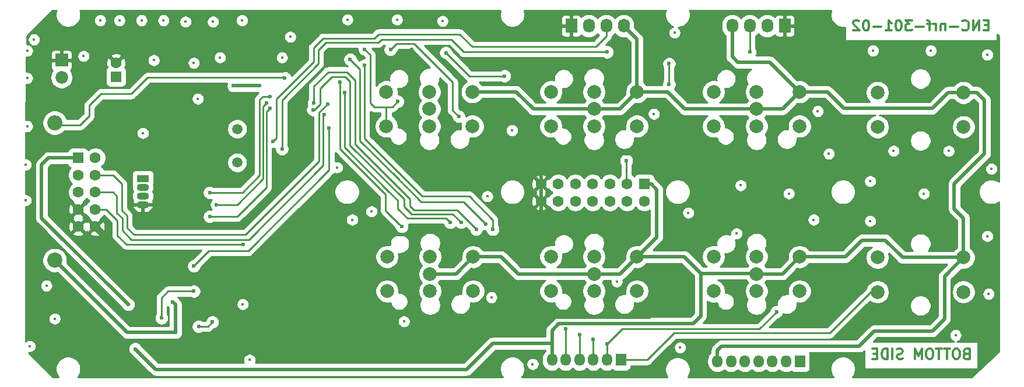
<source format=gbr>
%TF.GenerationSoftware,KiCad,Pcbnew,(5.1.10)-1*%
%TF.CreationDate,2022-09-03T16:46:32+05:30*%
%TF.ProjectId,ENC-nrf-301-02-REV05,454e432d-6e72-4662-9d33-30312d30322d,rev?*%
%TF.SameCoordinates,Original*%
%TF.FileFunction,Copper,L2,Bot*%
%TF.FilePolarity,Positive*%
%FSLAX46Y46*%
G04 Gerber Fmt 4.6, Leading zero omitted, Abs format (unit mm)*
G04 Created by KiCad (PCBNEW (5.1.10)-1) date 2022-09-03 16:46:32*
%MOMM*%
%LPD*%
G01*
G04 APERTURE LIST*
%TA.AperFunction,NonConductor*%
%ADD10C,0.300000*%
%TD*%
%TA.AperFunction,ComponentPad*%
%ADD11C,2.000000*%
%TD*%
%TA.AperFunction,ComponentPad*%
%ADD12C,2.200000*%
%TD*%
%TA.AperFunction,ComponentPad*%
%ADD13O,2.200000X2.200000*%
%TD*%
%TA.AperFunction,ComponentPad*%
%ADD14R,1.800000X1.070000*%
%TD*%
%TA.AperFunction,ComponentPad*%
%ADD15O,1.800000X1.070000*%
%TD*%
%TA.AperFunction,ComponentPad*%
%ADD16R,1.600000X1.600000*%
%TD*%
%TA.AperFunction,ComponentPad*%
%ADD17C,1.600000*%
%TD*%
%TA.AperFunction,ComponentPad*%
%ADD18C,1.500000*%
%TD*%
%TA.AperFunction,ComponentPad*%
%ADD19R,1.850000X1.850000*%
%TD*%
%TA.AperFunction,ComponentPad*%
%ADD20C,1.850000*%
%TD*%
%TA.AperFunction,ComponentPad*%
%ADD21R,1.500000X1.800000*%
%TD*%
%TA.AperFunction,ComponentPad*%
%ADD22O,1.500000X1.800000*%
%TD*%
%TA.AperFunction,ComponentPad*%
%ADD23R,1.727200X2.032000*%
%TD*%
%TA.AperFunction,ComponentPad*%
%ADD24O,1.727200X2.032000*%
%TD*%
%TA.AperFunction,ComponentPad*%
%ADD25C,0.400000*%
%TD*%
%TA.AperFunction,ViaPad*%
%ADD26C,0.600000*%
%TD*%
%TA.AperFunction,Conductor*%
%ADD27C,0.500000*%
%TD*%
%TA.AperFunction,Conductor*%
%ADD28C,1.000000*%
%TD*%
%TA.AperFunction,Conductor*%
%ADD29C,0.250000*%
%TD*%
%TA.AperFunction,Conductor*%
%ADD30C,0.254000*%
%TD*%
%TA.AperFunction,Conductor*%
%ADD31C,0.100000*%
%TD*%
G04 APERTURE END LIST*
D10*
X228335714Y-123692857D02*
X228121428Y-123764285D01*
X228050000Y-123835714D01*
X227978571Y-123978571D01*
X227978571Y-124192857D01*
X228050000Y-124335714D01*
X228121428Y-124407142D01*
X228264285Y-124478571D01*
X228835714Y-124478571D01*
X228835714Y-122978571D01*
X228335714Y-122978571D01*
X228192857Y-123050000D01*
X228121428Y-123121428D01*
X228050000Y-123264285D01*
X228050000Y-123407142D01*
X228121428Y-123550000D01*
X228192857Y-123621428D01*
X228335714Y-123692857D01*
X228835714Y-123692857D01*
X227050000Y-122978571D02*
X226764285Y-122978571D01*
X226621428Y-123050000D01*
X226478571Y-123192857D01*
X226407142Y-123478571D01*
X226407142Y-123978571D01*
X226478571Y-124264285D01*
X226621428Y-124407142D01*
X226764285Y-124478571D01*
X227050000Y-124478571D01*
X227192857Y-124407142D01*
X227335714Y-124264285D01*
X227407142Y-123978571D01*
X227407142Y-123478571D01*
X227335714Y-123192857D01*
X227192857Y-123050000D01*
X227050000Y-122978571D01*
X225978571Y-122978571D02*
X225121428Y-122978571D01*
X225550000Y-124478571D02*
X225550000Y-122978571D01*
X224835714Y-122978571D02*
X223978571Y-122978571D01*
X224407142Y-124478571D02*
X224407142Y-122978571D01*
X223192857Y-122978571D02*
X222907142Y-122978571D01*
X222764285Y-123050000D01*
X222621428Y-123192857D01*
X222550000Y-123478571D01*
X222550000Y-123978571D01*
X222621428Y-124264285D01*
X222764285Y-124407142D01*
X222907142Y-124478571D01*
X223192857Y-124478571D01*
X223335714Y-124407142D01*
X223478571Y-124264285D01*
X223550000Y-123978571D01*
X223550000Y-123478571D01*
X223478571Y-123192857D01*
X223335714Y-123050000D01*
X223192857Y-122978571D01*
X221907142Y-124478571D02*
X221907142Y-122978571D01*
X221407142Y-124050000D01*
X220907142Y-122978571D01*
X220907142Y-124478571D01*
X219121428Y-124407142D02*
X218907142Y-124478571D01*
X218550000Y-124478571D01*
X218407142Y-124407142D01*
X218335714Y-124335714D01*
X218264285Y-124192857D01*
X218264285Y-124050000D01*
X218335714Y-123907142D01*
X218407142Y-123835714D01*
X218550000Y-123764285D01*
X218835714Y-123692857D01*
X218978571Y-123621428D01*
X219050000Y-123550000D01*
X219121428Y-123407142D01*
X219121428Y-123264285D01*
X219050000Y-123121428D01*
X218978571Y-123050000D01*
X218835714Y-122978571D01*
X218478571Y-122978571D01*
X218264285Y-123050000D01*
X217621428Y-124478571D02*
X217621428Y-122978571D01*
X216907142Y-124478571D02*
X216907142Y-122978571D01*
X216550000Y-122978571D01*
X216335714Y-123050000D01*
X216192857Y-123192857D01*
X216121428Y-123335714D01*
X216050000Y-123621428D01*
X216050000Y-123835714D01*
X216121428Y-124121428D01*
X216192857Y-124264285D01*
X216335714Y-124407142D01*
X216550000Y-124478571D01*
X216907142Y-124478571D01*
X215407142Y-123692857D02*
X214907142Y-123692857D01*
X214692857Y-124478571D02*
X215407142Y-124478571D01*
X215407142Y-122978571D01*
X214692857Y-122978571D01*
X231585714Y-75892857D02*
X231085714Y-75892857D01*
X230871428Y-76678571D02*
X231585714Y-76678571D01*
X231585714Y-75178571D01*
X230871428Y-75178571D01*
X230228571Y-76678571D02*
X230228571Y-75178571D01*
X229371428Y-76678571D01*
X229371428Y-75178571D01*
X227800000Y-76535714D02*
X227871428Y-76607142D01*
X228085714Y-76678571D01*
X228228571Y-76678571D01*
X228442857Y-76607142D01*
X228585714Y-76464285D01*
X228657142Y-76321428D01*
X228728571Y-76035714D01*
X228728571Y-75821428D01*
X228657142Y-75535714D01*
X228585714Y-75392857D01*
X228442857Y-75250000D01*
X228228571Y-75178571D01*
X228085714Y-75178571D01*
X227871428Y-75250000D01*
X227800000Y-75321428D01*
X227157142Y-76107142D02*
X226014285Y-76107142D01*
X225300000Y-75678571D02*
X225300000Y-76678571D01*
X225300000Y-75821428D02*
X225228571Y-75750000D01*
X225085714Y-75678571D01*
X224871428Y-75678571D01*
X224728571Y-75750000D01*
X224657142Y-75892857D01*
X224657142Y-76678571D01*
X223942857Y-76678571D02*
X223942857Y-75678571D01*
X223942857Y-75964285D02*
X223871428Y-75821428D01*
X223800000Y-75750000D01*
X223657142Y-75678571D01*
X223514285Y-75678571D01*
X223228571Y-75678571D02*
X222657142Y-75678571D01*
X223014285Y-76678571D02*
X223014285Y-75392857D01*
X222942857Y-75250000D01*
X222800000Y-75178571D01*
X222657142Y-75178571D01*
X222157142Y-76107142D02*
X221014285Y-76107142D01*
X220442857Y-75178571D02*
X219514285Y-75178571D01*
X220014285Y-75750000D01*
X219800000Y-75750000D01*
X219657142Y-75821428D01*
X219585714Y-75892857D01*
X219514285Y-76035714D01*
X219514285Y-76392857D01*
X219585714Y-76535714D01*
X219657142Y-76607142D01*
X219800000Y-76678571D01*
X220228571Y-76678571D01*
X220371428Y-76607142D01*
X220442857Y-76535714D01*
X218585714Y-75178571D02*
X218442857Y-75178571D01*
X218300000Y-75250000D01*
X218228571Y-75321428D01*
X218157142Y-75464285D01*
X218085714Y-75750000D01*
X218085714Y-76107142D01*
X218157142Y-76392857D01*
X218228571Y-76535714D01*
X218300000Y-76607142D01*
X218442857Y-76678571D01*
X218585714Y-76678571D01*
X218728571Y-76607142D01*
X218800000Y-76535714D01*
X218871428Y-76392857D01*
X218942857Y-76107142D01*
X218942857Y-75750000D01*
X218871428Y-75464285D01*
X218800000Y-75321428D01*
X218728571Y-75250000D01*
X218585714Y-75178571D01*
X216657142Y-76678571D02*
X217514285Y-76678571D01*
X217085714Y-76678571D02*
X217085714Y-75178571D01*
X217228571Y-75392857D01*
X217371428Y-75535714D01*
X217514285Y-75607142D01*
X216014285Y-76107142D02*
X214871428Y-76107142D01*
X213871428Y-75178571D02*
X213728571Y-75178571D01*
X213585714Y-75250000D01*
X213514285Y-75321428D01*
X213442857Y-75464285D01*
X213371428Y-75750000D01*
X213371428Y-76107142D01*
X213442857Y-76392857D01*
X213514285Y-76535714D01*
X213585714Y-76607142D01*
X213728571Y-76678571D01*
X213871428Y-76678571D01*
X214014285Y-76607142D01*
X214085714Y-76535714D01*
X214157142Y-76392857D01*
X214228571Y-76107142D01*
X214228571Y-75750000D01*
X214157142Y-75464285D01*
X214085714Y-75321428D01*
X214014285Y-75250000D01*
X213871428Y-75178571D01*
X212800000Y-75321428D02*
X212728571Y-75250000D01*
X212585714Y-75178571D01*
X212228571Y-75178571D01*
X212085714Y-75250000D01*
X212014285Y-75321428D01*
X211942857Y-75464285D01*
X211942857Y-75607142D01*
X212014285Y-75821428D01*
X212871428Y-76678571D01*
X211942857Y-76678571D01*
D11*
%TO.P,SW12,1*%
%TO.N,Net-(D6-Pad2)*%
X144250000Y-109600000D03*
%TO.P,SW12,4*%
%TO.N,N/C*%
X156750000Y-114600000D03*
%TO.P,SW12,3*%
X144250000Y-114600000D03*
%TO.P,SW12,2*%
%TO.N,+3.3V*%
X156750000Y-109600000D03*
%TD*%
%TO.P,SW9,1*%
%TO.N,Net-(D4-Pad2)*%
X144150000Y-85600000D03*
%TO.P,SW9,4*%
%TO.N,N/C*%
X156650000Y-90600000D03*
%TO.P,SW9,3*%
X144150000Y-90600000D03*
%TO.P,SW9,2*%
%TO.N,+3.3V*%
X156650000Y-85600000D03*
%TD*%
%TO.P,SW8,1*%
%TO.N,Net-(D3-Pad2)*%
X168050000Y-109600000D03*
%TO.P,SW8,4*%
%TO.N,N/C*%
X180550000Y-114600000D03*
%TO.P,SW8,3*%
X168050000Y-114600000D03*
%TO.P,SW8,2*%
%TO.N,+3.3V*%
X180550000Y-109600000D03*
%TD*%
%TO.P,SW21,1*%
%TO.N,+3.3V*%
X180550000Y-85600000D03*
%TO.P,SW21,4*%
%TO.N,N/C*%
X168050000Y-90600000D03*
%TO.P,SW21,3*%
X180550000Y-90600000D03*
%TO.P,SW21,2*%
%TO.N,Net-(D23-Pad2)*%
X168050000Y-85600000D03*
%TD*%
%TO.P,SW1,1*%
%TO.N,Net-(D13-Pad2)*%
X191650000Y-85600000D03*
%TO.P,SW1,4*%
%TO.N,N/C*%
X204150000Y-90600000D03*
%TO.P,SW1,3*%
X191650000Y-90600000D03*
%TO.P,SW1,2*%
%TO.N,+3.3V*%
X204150000Y-85600000D03*
%TD*%
%TO.P,SW4,1*%
%TO.N,Net-(D10-Pad2)*%
X191650000Y-109600000D03*
%TO.P,SW4,4*%
%TO.N,N/C*%
X204150000Y-114600000D03*
%TO.P,SW4,3*%
X191650000Y-114600000D03*
%TO.P,SW4,2*%
%TO.N,+3.3V*%
X204150000Y-109600000D03*
%TD*%
%TO.P,SW22,1*%
%TO.N,+3.3V*%
X227950000Y-109700000D03*
%TO.P,SW22,4*%
%TO.N,Net-(D24-Pad1)*%
X215450000Y-114700000D03*
%TO.P,SW22,3*%
%TO.N,N/C*%
X227950000Y-114700000D03*
%TO.P,SW22,2*%
%TO.N,Net-(D24-Pad2)*%
X215450000Y-109700000D03*
%TD*%
%TO.P,SW6,1*%
%TO.N,Net-(D7-Pad2)*%
X215450000Y-85700000D03*
%TO.P,SW6,4*%
%TO.N,N/C*%
X227950000Y-90700000D03*
%TO.P,SW6,3*%
X215450000Y-90700000D03*
%TO.P,SW6,2*%
%TO.N,+3.3V*%
X227950000Y-85700000D03*
%TD*%
%TO.P,SW10,1*%
%TO.N,Net-(D2-Pad2)*%
X150400000Y-85600000D03*
%TO.P,SW10,2*%
%TO.N,Net-(D2-Pad1)*%
X150400000Y-90600000D03*
%TO.P,SW10,3*%
%TO.N,+3.3V*%
X150400000Y-88100000D03*
%TD*%
%TO.P,SW11,1*%
%TO.N,Net-(D8-Pad2)*%
X150500000Y-109600000D03*
%TO.P,SW11,2*%
%TO.N,Net-(D8-Pad1)*%
X150500000Y-114600000D03*
%TO.P,SW11,3*%
%TO.N,+3.3V*%
X150500000Y-112100000D03*
%TD*%
%TO.P,SW5,1*%
%TO.N,Net-(D9-Pad2)*%
X174300000Y-85600000D03*
%TO.P,SW5,2*%
%TO.N,Net-(D23-Pad1)*%
X174300000Y-90600000D03*
%TO.P,SW5,3*%
%TO.N,+3.3V*%
X174300000Y-88100000D03*
%TD*%
%TO.P,SW7,1*%
%TO.N,Net-(D5-Pad2)*%
X174300000Y-109600000D03*
%TO.P,SW7,2*%
%TO.N,Net-(D5-Pad1)*%
X174300000Y-114600000D03*
%TO.P,SW7,3*%
%TO.N,+3.3V*%
X174300000Y-112100000D03*
%TD*%
%TO.P,SW2,1*%
%TO.N,Net-(D12-Pad2)*%
X197900000Y-85600000D03*
%TO.P,SW2,2*%
%TO.N,Net-(D12-Pad1)*%
X197900000Y-90600000D03*
%TO.P,SW2,3*%
%TO.N,+3.3V*%
X197900000Y-88100000D03*
%TD*%
%TO.P,SW3,1*%
%TO.N,Net-(D11-Pad2)*%
X197900000Y-109600000D03*
%TO.P,SW3,2*%
%TO.N,Net-(D11-Pad1)*%
X197900000Y-114600000D03*
%TO.P,SW3,3*%
%TO.N,+3.3V*%
X197900000Y-112100000D03*
%TD*%
D12*
%TO.P,SW_e1,1*%
%TO.N,/VBAT*%
X96000000Y-110100000D03*
D13*
%TO.P,SW_e1,2*%
%TO.N,/REED_PIN*%
X96000000Y-90100000D03*
%TD*%
D14*
%TO.P,D14,1*%
%TO.N,Net-(D14-Pad1)*%
X108800000Y-98200000D03*
D15*
%TO.P,D14,2*%
%TO.N,Net-(D14-Pad2)*%
X108800000Y-99470000D03*
%TO.P,D14,3*%
%TO.N,Net-(D14-Pad3)*%
X108800000Y-100740000D03*
%TO.P,D14,4*%
%TO.N,GND*%
X108800000Y-102010000D03*
%TD*%
D16*
%TO.P,J1,1*%
%TO.N,+3.3V*%
X99400000Y-95200000D03*
D17*
%TO.P,J1,3*%
%TO.N,Net-(J1-Pad3)*%
X99400000Y-97700000D03*
%TO.P,J1,5*%
%TO.N,Net-(J1-Pad5)*%
X99400000Y-100200000D03*
%TO.P,J1,7*%
%TO.N,GND*%
X99400000Y-102700000D03*
%TO.P,J1,9*%
X99400000Y-105200000D03*
%TO.P,J1,2*%
%TO.N,+3.3V*%
X101900000Y-95200000D03*
%TO.P,J1,4*%
%TO.N,/SWCLK*%
X101900000Y-97700000D03*
%TO.P,J1,6*%
%TO.N,/SWDIO*%
X101900000Y-100200000D03*
%TO.P,J1,8*%
%TO.N,/NRST*%
X101900000Y-102700000D03*
%TO.P,J1,10*%
%TO.N,GND*%
X101900000Y-105200000D03*
%TD*%
D18*
%TO.P,Y1,1*%
%TO.N,Net-(C1-Pad1)*%
X122500000Y-91000000D03*
%TO.P,Y1,2*%
%TO.N,Net-(C2-Pad1)*%
X122500000Y-95880000D03*
%TD*%
D16*
%TO.P,J2,1*%
%TO.N,+3.3V*%
X181600000Y-99000000D03*
D17*
%TO.P,J2,3*%
%TO.N,/TRX_CE*%
X179100000Y-99000000D03*
%TO.P,J2,5*%
%TO.N,Net-(J2-Pad5)*%
X176600000Y-99000000D03*
%TO.P,J2,7*%
%TO.N,Net-(J2-Pad7)*%
X174100000Y-99000000D03*
%TO.P,J2,9*%
%TO.N,/MISO*%
X171600000Y-99000000D03*
%TO.P,J2,11*%
%TO.N,/SCK*%
X169100000Y-99000000D03*
%TO.P,J2,13*%
%TO.N,GND*%
X166600000Y-99000000D03*
%TO.P,J2,2*%
%TO.N,/TX_EN*%
X181600000Y-101500000D03*
%TO.P,J2,4*%
%TO.N,/PW_UP*%
X179100000Y-101500000D03*
%TO.P,J2,6*%
%TO.N,/CD*%
X176600000Y-101500000D03*
%TO.P,J2,8*%
%TO.N,/DR*%
X174100000Y-101500000D03*
%TO.P,J2,10*%
%TO.N,/MOSI*%
X171600000Y-101500000D03*
%TO.P,J2,12*%
%TO.N,/CSN*%
X169100000Y-101500000D03*
%TO.P,J2,14*%
%TO.N,GND*%
X166600000Y-101500000D03*
%TD*%
D19*
%TO.P,J5,1*%
%TO.N,GND*%
X97000000Y-81000000D03*
D20*
%TO.P,J5,2*%
%TO.N,/VBAT*%
X97000000Y-83500000D03*
%TD*%
D16*
%TO.P,C8,1*%
%TO.N,/VBAT*%
X104900000Y-83400000D03*
D17*
%TO.P,C8,2*%
%TO.N,GND*%
X104900000Y-81400000D03*
%TD*%
D21*
%TO.P,JS-1,1*%
%TO.N,Net-(D17-Pad1)*%
X204200000Y-124800000D03*
D22*
%TO.P,JS-1,2*%
%TO.N,Net-(D18-Pad1)*%
X202200000Y-124800000D03*
%TO.P,JS-1,3*%
%TO.N,Net-(D19-Pad1)*%
X200200000Y-124800000D03*
%TO.P,JS-1,4*%
%TO.N,Net-(D20-Pad1)*%
X198200000Y-124800000D03*
%TO.P,JS-1,5*%
%TO.N,Net-(D21-Pad1)*%
X196200000Y-124800000D03*
%TO.P,JS-1,6*%
%TO.N,Net-(D22-Pad1)*%
X194200000Y-124800000D03*
%TO.P,JS-1,7*%
%TO.N,+3.3V*%
X192200000Y-124800000D03*
%TD*%
D21*
%TO.P,JS-2,1*%
%TO.N,Net-(D24-Pad1)*%
X178200000Y-124600000D03*
D22*
%TO.P,JS-2,2*%
%TO.N,Net-(D23-Pad1)*%
X176200000Y-124600000D03*
%TO.P,JS-2,3*%
%TO.N,Net-(D22-Pad1)*%
X174200000Y-124600000D03*
%TO.P,JS-2,4*%
%TO.N,Net-(D21-Pad1)*%
X172200000Y-124600000D03*
%TO.P,JS-2,5*%
%TO.N,Net-(D20-Pad1)*%
X170200000Y-124600000D03*
%TO.P,JS-2,6*%
%TO.N,+3.3V*%
X168200000Y-124600000D03*
%TD*%
D23*
%TO.P,JS-3,1*%
%TO.N,GND*%
X171000000Y-76000000D03*
D24*
%TO.P,JS-3,2*%
%TO.N,Net-(JS-3-Pad2)*%
X173540000Y-76000000D03*
%TO.P,JS-3,3*%
%TO.N,/AI1*%
X176080000Y-76000000D03*
%TO.P,JS-3,4*%
%TO.N,+3.3V*%
X178620000Y-76000000D03*
%TD*%
D23*
%TO.P,JS-4,1*%
%TO.N,GND*%
X202000000Y-76000000D03*
D24*
%TO.P,JS-4,2*%
%TO.N,Net-(JS-4-Pad2)*%
X199460000Y-76000000D03*
%TO.P,JS-4,3*%
%TO.N,/AI2*%
X196920000Y-76000000D03*
%TO.P,JS-4,4*%
%TO.N,+3.3V*%
X194380000Y-76000000D03*
%TD*%
D25*
%TO.P,,1*%
%TO.N,N/C*%
X102600000Y-75200000D03*
%TD*%
%TO.P,,1*%
%TO.N,N/C*%
X105400000Y-75200000D03*
%TD*%
%TO.P,,1*%
%TO.N,N/C*%
X108600000Y-75200000D03*
%TD*%
%TO.P,,1*%
%TO.N,N/C*%
X111800000Y-75200000D03*
%TD*%
%TO.P,,1*%
%TO.N,N/C*%
X115000000Y-75400000D03*
%TD*%
%TO.P,,1*%
%TO.N,N/C*%
X119000000Y-75400000D03*
%TD*%
%TO.P,,1*%
%TO.N,N/C*%
X123200000Y-75200000D03*
%TD*%
%TO.P,,1*%
%TO.N,N/C*%
X186000000Y-77000000D03*
%TD*%
%TO.P,,1*%
%TO.N,N/C*%
X138500000Y-75100000D03*
%TD*%
%TO.P,,1*%
%TO.N,N/C*%
X145700000Y-75100000D03*
%TD*%
%TO.P,,1*%
%TO.N,N/C*%
X152300000Y-75300000D03*
%TD*%
%TO.P,,1*%
%TO.N,N/C*%
X214800000Y-79600000D03*
%TD*%
%TO.P,,1*%
%TO.N,N/C*%
X223200000Y-79600000D03*
%TD*%
%TO.P,,1*%
%TO.N,N/C*%
X231400000Y-80200000D03*
%TD*%
%TO.P,,1*%
%TO.N,N/C*%
X232000000Y-96800000D03*
%TD*%
%TO.P,,1*%
%TO.N,N/C*%
X231400000Y-106600000D03*
%TD*%
%TO.P,,1*%
%TO.N,N/C*%
X231600000Y-115000000D03*
%TD*%
%TO.P,,1*%
%TO.N,N/C*%
X226800000Y-121000000D03*
%TD*%
%TO.P,,1*%
%TO.N,N/C*%
X186800000Y-122800000D03*
%TD*%
%TO.P,,1*%
%TO.N,N/C*%
X222200000Y-100400000D03*
%TD*%
%TO.P,,1*%
%TO.N,N/C*%
X214400000Y-98600000D03*
%TD*%
%TO.P,,1*%
%TO.N,N/C*%
X202600000Y-100400000D03*
%TD*%
%TO.P,,1*%
%TO.N,N/C*%
X214400000Y-104400000D03*
%TD*%
%TO.P,,1*%
%TO.N,N/C*%
X206200000Y-104200000D03*
%TD*%
%TO.P,,1*%
%TO.N,N/C*%
X195600000Y-99200000D03*
%TD*%
%TO.P,,1*%
%TO.N,N/C*%
X195600000Y-99200000D03*
%TD*%
%TO.P,,1*%
%TO.N,N/C*%
X208400000Y-94600000D03*
%TD*%
%TO.P,,1*%
%TO.N,N/C*%
X206800000Y-88400000D03*
%TD*%
%TO.P,,1*%
%TO.N,N/C*%
X217800000Y-94200000D03*
%TD*%
%TO.P,,1*%
%TO.N,N/C*%
X225800000Y-94200000D03*
%TD*%
%TO.P,,1*%
%TO.N,N/C*%
X188000000Y-103200000D03*
%TD*%
%TO.P,,1*%
%TO.N,N/C*%
X183000000Y-88800000D03*
%TD*%
%TO.P,,1*%
%TO.N,N/C*%
X158800000Y-100800000D03*
%TD*%
%TO.P,,1*%
%TO.N,N/C*%
X165400000Y-125200000D03*
%TD*%
%TO.P,,1*%
%TO.N,N/C*%
X123300000Y-116500000D03*
%TD*%
%TO.P,,1*%
%TO.N,N/C*%
X146700000Y-119000000D03*
%TD*%
%TO.P,,1*%
%TO.N,N/C*%
X124300000Y-124600000D03*
%TD*%
%TO.P,,1*%
%TO.N,N/C*%
X96000000Y-118600000D03*
%TD*%
%TO.P,,1*%
%TO.N,N/C*%
X94800000Y-113800000D03*
%TD*%
%TO.P,,1*%
%TO.N,N/C*%
X92400000Y-122600000D03*
%TD*%
%TO.P,,1*%
%TO.N,N/C*%
X91800000Y-101400000D03*
%TD*%
%TO.P,,1*%
%TO.N,N/C*%
X108800000Y-91600000D03*
%TD*%
%TO.P,,1*%
%TO.N,N/C*%
X116800000Y-86600000D03*
%TD*%
%TO.P,,1*%
%TO.N,N/C*%
X130200000Y-77600000D03*
%TD*%
%TO.P,,1*%
%TO.N,N/C*%
X120000000Y-80600000D03*
%TD*%
%TO.P,,1*%
%TO.N,N/C*%
X129000000Y-80600000D03*
%TD*%
%TO.P,,1*%
%TO.N,N/C*%
X116200000Y-81400000D03*
%TD*%
%TO.P,,1*%
%TO.N,N/C*%
X110400000Y-81000000D03*
%TD*%
%TO.P,,1*%
%TO.N,N/C*%
X100200000Y-80400000D03*
%TD*%
%TO.P,,1*%
%TO.N,N/C*%
X93000000Y-78000000D03*
%TD*%
%TO.P,,1*%
%TO.N,N/C*%
X91800000Y-96200000D03*
%TD*%
%TO.P,,1*%
%TO.N,N/C*%
X92000000Y-90600000D03*
%TD*%
%TO.P,,1*%
%TO.N,N/C*%
X92000000Y-83600000D03*
%TD*%
%TO.P,,1*%
%TO.N,N/C*%
X92000000Y-79600000D03*
%TD*%
%TO.P,,1*%
%TO.N,N/C*%
X139200000Y-104200000D03*
%TD*%
%TO.P,,1*%
%TO.N,N/C*%
X159400000Y-115500000D03*
%TD*%
%TO.P,,1*%
%TO.N,N/C*%
X177600000Y-113200000D03*
%TD*%
%TO.P,,1*%
%TO.N,N/C*%
X195000000Y-106200000D03*
%TD*%
%TO.P,,1*%
%TO.N,N/C*%
X162400000Y-91200000D03*
%TD*%
%TO.P,,1*%
%TO.N,N/C*%
X137000000Y-96600000D03*
%TD*%
%TO.P,,1*%
%TO.N,N/C*%
X142000000Y-103000000D03*
%TD*%
D26*
%TO.N,GND*%
X188400000Y-116200000D03*
X165000000Y-116200000D03*
X189400000Y-93200000D03*
X189400000Y-107200000D03*
X212400000Y-81600000D03*
X160000000Y-89800000D03*
X165800000Y-107200000D03*
X150200000Y-105200000D03*
X132600000Y-107800000D03*
X147800000Y-79400000D03*
X147800000Y-82800000D03*
X122750000Y-88250000D03*
X131700004Y-124700000D03*
X131700114Y-110900000D03*
X131700000Y-122400000D03*
X131700000Y-120000000D03*
X131700010Y-117600000D03*
X131700006Y-115400000D03*
X131700000Y-113000000D03*
X118900000Y-113000000D03*
X202799998Y-81600000D03*
%TO.N,Net-(D2-Pad1)*%
X144750000Y-79450000D03*
X154650000Y-89150000D03*
%TO.N,Net-(D3-Pad1)*%
X155000000Y-104600000D03*
X133500000Y-88200000D03*
%TO.N,Net-(D4-Pad1)*%
X145800000Y-87000000D03*
X141000000Y-79400000D03*
%TO.N,Net-(D5-Pad1)*%
X157200000Y-105600000D03*
X133600000Y-87250000D03*
%TO.N,Net-(D6-Pad1)*%
X146400000Y-105200000D03*
X137400000Y-84200000D03*
%TO.N,Net-(D8-Pad1)*%
X153400000Y-104600000D03*
X138100000Y-85700000D03*
%TO.N,Net-(D9-Pad1)*%
X161300000Y-83300000D03*
X152800000Y-79900000D03*
%TO.N,Net-(D10-Pad1)*%
X158600000Y-104800000D03*
X138900000Y-80875000D03*
%TO.N,Net-(D11-Pad1)*%
X159600000Y-105600000D03*
X141000000Y-81750000D03*
%TO.N,Net-(D12-Pad1)*%
X185200000Y-84500004D03*
X185200000Y-81499994D03*
%TO.N,Net-(D20-Pad1)*%
X170200000Y-120100000D03*
%TO.N,Net-(D21-Pad1)*%
X172200000Y-120900000D03*
%TO.N,Net-(D22-Pad1)*%
X174200000Y-121600000D03*
%TO.N,Net-(D23-Pad1)*%
X200800000Y-117600000D03*
X176200000Y-122300000D03*
%TO.N,/TRX_CE*%
X179000000Y-95600000D03*
%TO.N,/NRST*%
X123400000Y-107800000D03*
%TO.N,/SWCLK*%
X135600000Y-87400000D03*
%TO.N,/SWDIO*%
X135100000Y-88900000D03*
%TO.N,Net-(R15-Pad2)*%
X119500000Y-102000000D03*
X126750000Y-87250000D03*
%TO.N,Net-(R16-Pad2)*%
X118500000Y-103750000D03*
X127250000Y-88000000D03*
%TO.N,Net-(R17-Pad2)*%
X118500000Y-100250000D03*
X127250000Y-86250000D03*
%TO.N,/AI1*%
X127700000Y-92800000D03*
%TO.N,/AI2*%
X129000000Y-93900000D03*
%TO.N,Net-(IC1-Pad4)*%
X135850000Y-90850000D03*
%TO.N,/VBAT*%
X125700000Y-84700000D03*
%TO.N,/REED_PIN*%
X129400000Y-83600000D03*
%TO.N,+3.3V*%
X106675000Y-116525000D03*
X107700000Y-123000000D03*
%TO.N,/AI2*%
X176200000Y-79800000D03*
X196920000Y-79800000D03*
%TO.N,/VBAT*%
X113550000Y-120600000D03*
X113150000Y-116150000D03*
X121950000Y-84700010D03*
%TO.N,Net-(IC1-Pad4)*%
X116200000Y-114600000D03*
X111500000Y-118500000D03*
X116200002Y-110949998D03*
%TO.N,Net-(IC1-Pad7)*%
X116900000Y-119750000D03*
X118900000Y-119100000D03*
%TD*%
D27*
%TO.N,GND*%
X166600000Y-99000000D02*
X166600000Y-96000000D01*
X187600000Y-93200000D02*
X189400000Y-93200000D01*
X186200000Y-94600000D02*
X187600000Y-93200000D01*
X168000000Y-94600000D02*
X186200000Y-94600000D01*
X166600000Y-96000000D02*
X168000000Y-94600000D01*
X189400000Y-93200000D02*
X189400000Y-107200000D01*
X166600000Y-99000000D02*
X166600000Y-93800000D01*
X162600000Y-89800000D02*
X160000000Y-89800000D01*
X166600000Y-93800000D02*
X162600000Y-89800000D01*
X166600000Y-101500000D02*
X166600000Y-99000000D01*
X147800000Y-82800000D02*
X147800000Y-93200000D01*
X147800000Y-93200000D02*
X149800000Y-95200000D01*
X149800000Y-95200000D02*
X158000000Y-95200000D01*
X158000000Y-95200000D02*
X160000000Y-93200000D01*
X160000000Y-93200000D02*
X160000000Y-89800000D01*
X166600000Y-101500000D02*
X166600000Y-105000000D01*
X165800000Y-105800000D02*
X165800000Y-107200000D01*
X166600000Y-105000000D02*
X165800000Y-105800000D01*
X150200000Y-105200000D02*
X151800000Y-105200000D01*
X157200000Y-107200000D02*
X165800000Y-107200000D01*
X156000000Y-106000000D02*
X157200000Y-107200000D01*
X152600000Y-106000000D02*
X156000000Y-106000000D01*
X151800000Y-105200000D02*
X152600000Y-106000000D01*
X148400000Y-105200000D02*
X150200000Y-105200000D01*
X147200000Y-106400000D02*
X148400000Y-105200000D01*
X141200000Y-106400000D02*
X147200000Y-106400000D01*
X139800000Y-107800000D02*
X141200000Y-106400000D01*
X132600000Y-107800000D02*
X139800000Y-107800000D01*
X147800000Y-82800000D02*
X147800000Y-79400000D01*
X131700004Y-122400004D02*
X131700000Y-122400000D01*
X131700004Y-124700000D02*
X131700004Y-122400004D01*
X131700000Y-122400000D02*
X131700000Y-120000000D01*
X131700000Y-120000000D02*
X131700000Y-117600010D01*
X131700000Y-117600010D02*
X131700010Y-117600000D01*
X131700010Y-117600000D02*
X131700010Y-115400004D01*
X131700010Y-115400004D02*
X131700006Y-115400000D01*
D28*
X101900000Y-105200000D02*
X109700000Y-113000000D01*
D27*
X131700114Y-112999886D02*
X131700000Y-113000000D01*
D28*
X109700000Y-113000000D02*
X131700000Y-113000000D01*
D27*
X131700114Y-110900000D02*
X131700114Y-112999886D01*
X131700006Y-115400000D02*
X131700006Y-113000006D01*
X131700006Y-113000006D02*
X131700000Y-113000000D01*
X131700114Y-108699886D02*
X131700114Y-110900000D01*
X132600000Y-107800000D02*
X131700114Y-108699886D01*
X212400000Y-81600000D02*
X202799998Y-81600000D01*
X154300000Y-124700000D02*
X131700004Y-124700000D01*
X160200000Y-118800000D02*
X154300000Y-124700000D01*
X165000000Y-116200000D02*
X165000000Y-118600000D01*
X160600000Y-118400000D02*
X160100000Y-118900000D01*
X182400000Y-118400000D02*
X160600000Y-118400000D01*
X184600000Y-116200000D02*
X182400000Y-118400000D01*
X188400000Y-116200000D02*
X184600000Y-116200000D01*
D29*
%TO.N,Net-(D2-Pad1)*%
X153800000Y-88300000D02*
X154650000Y-89150000D01*
X153800000Y-84200000D02*
X153800000Y-88300000D01*
X148200000Y-78600000D02*
X153800000Y-84200000D01*
X145600000Y-78600000D02*
X148200000Y-78600000D01*
X144750000Y-79450000D02*
X145600000Y-78600000D01*
%TO.N,Net-(D3-Pad1)*%
X153800000Y-103400000D02*
X153200000Y-103400000D01*
X155000000Y-104600000D02*
X153800000Y-103400000D01*
X138900000Y-93000000D02*
X138900000Y-93400000D01*
X133500000Y-88200000D02*
X133700000Y-88200000D01*
X133700000Y-88200000D02*
X134500000Y-87400000D01*
X134500000Y-87400000D02*
X134500000Y-85100000D01*
X134500000Y-85100000D02*
X136200000Y-83400000D01*
X136200000Y-83400000D02*
X138200000Y-83400000D01*
X138200000Y-83400000D02*
X138900000Y-84100000D01*
X138900000Y-84100000D02*
X138900000Y-93000000D01*
X146700000Y-101200000D02*
X146700000Y-102300000D01*
X146700000Y-102300000D02*
X147800000Y-103400000D01*
X147800000Y-103400000D02*
X153200000Y-103400000D01*
X138900000Y-93400000D02*
X146700000Y-101200000D01*
%TO.N,Net-(D4-Pad1)*%
X145000000Y-87800000D02*
X144400000Y-87800000D01*
X145800000Y-87000000D02*
X145000000Y-87800000D01*
X141800000Y-81200000D02*
X141800000Y-80200000D01*
X141800000Y-80200000D02*
X141000000Y-79400000D01*
X141800000Y-81200000D02*
X141800000Y-87200000D01*
X142400000Y-87800000D02*
X141800000Y-87200000D01*
X144400000Y-87800000D02*
X142400000Y-87800000D01*
X144150000Y-90600000D02*
X144150000Y-87800000D01*
%TO.N,Net-(D5-Pad1)*%
X154600000Y-103000000D02*
X157200000Y-105600000D01*
X153600000Y-102800000D02*
X154400000Y-102800000D01*
X154400000Y-102800000D02*
X154600000Y-103000000D01*
X147600000Y-101200000D02*
X147600000Y-102200000D01*
X147600000Y-102200000D02*
X148200000Y-102800000D01*
X148200000Y-102800000D02*
X153600000Y-102800000D01*
X145700000Y-99300000D02*
X147600000Y-101200000D01*
X133600000Y-85000000D02*
X133600000Y-84800000D01*
X139600000Y-93200000D02*
X145700000Y-99300000D01*
X139600000Y-92900000D02*
X139600000Y-93200000D01*
X139600000Y-85500000D02*
X139600000Y-92900000D01*
X139600000Y-83900000D02*
X139600000Y-85500000D01*
X138400000Y-82700000D02*
X139600000Y-83900000D01*
X135700000Y-82700000D02*
X138400000Y-82700000D01*
X133600000Y-84800000D02*
X135700000Y-82700000D01*
X133600000Y-85000000D02*
X133600000Y-87250000D01*
%TO.N,Net-(D6-Pad1)*%
X146000000Y-104800000D02*
X146400000Y-105200000D01*
X144050000Y-100550000D02*
X144050000Y-102850000D01*
X144050000Y-102850000D02*
X146000000Y-104800000D01*
X137400000Y-91300000D02*
X137400000Y-93900000D01*
X137400000Y-93900000D02*
X140400000Y-96900000D01*
X137400000Y-90700000D02*
X137400000Y-91300000D01*
X137400000Y-91300000D02*
X137400000Y-91500000D01*
X137400000Y-84200000D02*
X137400000Y-90700000D01*
X140400000Y-96900000D02*
X144050000Y-100550000D01*
%TO.N,Net-(D8-Pad1)*%
X145800000Y-101400000D02*
X145800000Y-102600000D01*
X145800000Y-102600000D02*
X147200000Y-104000000D01*
X147200000Y-104000000D02*
X152800000Y-104000000D01*
X152800000Y-104000000D02*
X153400000Y-104600000D01*
X145800000Y-101400000D02*
X144400000Y-100000000D01*
X138100000Y-93700000D02*
X144400000Y-100000000D01*
X138100000Y-93500000D02*
X138100000Y-93700000D01*
X138100000Y-85700000D02*
X138100000Y-93500000D01*
D27*
%TO.N,Net-(D9-Pad1)*%
X174100000Y-85800000D02*
X174300000Y-85600000D01*
D29*
X161300000Y-83300000D02*
X156200000Y-83300000D01*
X156200000Y-83300000D02*
X152800000Y-79900000D01*
%TO.N,Net-(D10-Pad1)*%
X145600000Y-98000000D02*
X149200000Y-101600000D01*
X155400000Y-101600000D02*
X158600000Y-104800000D01*
X149200000Y-101600000D02*
X155400000Y-101600000D01*
X140300000Y-92700000D02*
X145600000Y-98000000D01*
X140300000Y-82300000D02*
X140300000Y-92700000D01*
X138900000Y-80900000D02*
X140300000Y-82300000D01*
X138900000Y-80900000D02*
X138900000Y-80875000D01*
%TO.N,Net-(D11-Pad1)*%
X141000000Y-91800000D02*
X141000000Y-92400000D01*
X159600000Y-104200000D02*
X159600000Y-105600000D01*
X156200000Y-100800000D02*
X159600000Y-104200000D01*
X149400000Y-100800000D02*
X156200000Y-100800000D01*
X141000000Y-92400000D02*
X149400000Y-100800000D01*
X141000000Y-85000000D02*
X141000000Y-91800000D01*
X141000000Y-81700000D02*
X141000000Y-85000000D01*
X141000000Y-81750000D02*
X141000000Y-81700000D01*
%TO.N,Net-(D12-Pad1)*%
X185200000Y-84500004D02*
X185200000Y-81499994D01*
%TO.N,Net-(D20-Pad1)*%
X170200000Y-120100000D02*
X170200000Y-124600000D01*
%TO.N,Net-(D21-Pad1)*%
X172200000Y-120900000D02*
X172200000Y-124600000D01*
%TO.N,Net-(D22-Pad1)*%
X174200000Y-121600000D02*
X174200000Y-124600000D01*
%TO.N,Net-(D23-Pad1)*%
X176200000Y-124600000D02*
X176200000Y-122300000D01*
X178400000Y-120100000D02*
X176200000Y-122300000D01*
X198300000Y-120100000D02*
X178400000Y-120100000D01*
X200800000Y-117600000D02*
X198300000Y-120100000D01*
%TO.N,Net-(D24-Pad1)*%
X214500000Y-114700000D02*
X215450000Y-114700000D01*
X185900000Y-120700000D02*
X208500000Y-120700000D01*
X208500000Y-120700000D02*
X214500000Y-114700000D01*
X182000000Y-124600000D02*
X185900000Y-120700000D01*
X178200000Y-124600000D02*
X182000000Y-124600000D01*
%TO.N,/TRX_CE*%
X179000000Y-95600000D02*
X179000000Y-98900000D01*
X179000000Y-98900000D02*
X179100000Y-99000000D01*
X178800000Y-98700000D02*
X179100000Y-99000000D01*
D27*
%TO.N,+3.3V*%
X168200000Y-124600000D02*
X168200000Y-122200000D01*
X192200000Y-124800000D02*
X192200000Y-123200000D01*
X225200000Y-112450000D02*
X227950000Y-109700000D01*
X225200000Y-118600000D02*
X225200000Y-112450000D01*
X223400000Y-120400000D02*
X225200000Y-118600000D01*
X215000000Y-120400000D02*
X223400000Y-120400000D01*
X212800000Y-122600000D02*
X215000000Y-120400000D01*
X192800000Y-122600000D02*
X212800000Y-122600000D01*
X192200000Y-123200000D02*
X192800000Y-122600000D01*
X227950000Y-109700000D02*
X227950000Y-103950000D01*
X229900000Y-85700000D02*
X227950000Y-85700000D01*
X231000000Y-86800000D02*
X229900000Y-85700000D01*
X231000000Y-94600000D02*
X231000000Y-86800000D01*
X226600000Y-99000000D02*
X231000000Y-94600000D01*
X226600000Y-102600000D02*
X226600000Y-99000000D01*
X227950000Y-103950000D02*
X226600000Y-102600000D01*
X204150000Y-109600000D02*
X210800000Y-109600000D01*
X219100000Y-109700000D02*
X227950000Y-109700000D01*
X216600000Y-107200000D02*
X219100000Y-109700000D01*
X213200000Y-107200000D02*
X216600000Y-107200000D01*
X210800000Y-109600000D02*
X213200000Y-107200000D01*
X180550000Y-109600000D02*
X187400000Y-109600000D01*
X187400000Y-109600000D02*
X189800000Y-112000000D01*
X197800000Y-112000000D02*
X197900000Y-112100000D01*
X189800000Y-112000000D02*
X197800000Y-112000000D01*
X201650000Y-112100000D02*
X204150000Y-109600000D01*
X197900000Y-112100000D02*
X201650000Y-112100000D01*
X225700000Y-85700000D02*
X227950000Y-85700000D01*
X210600000Y-88000000D02*
X223400000Y-88000000D01*
X223400000Y-88000000D02*
X225700000Y-85700000D01*
X208200000Y-85600000D02*
X210600000Y-88000000D01*
X204150000Y-85600000D02*
X208200000Y-85600000D01*
X201650000Y-88100000D02*
X204150000Y-85600000D01*
X197900000Y-88100000D02*
X201650000Y-88100000D01*
X163300000Y-112100000D02*
X174300000Y-112100000D01*
X160800000Y-109600000D02*
X163300000Y-112100000D01*
X156750000Y-109600000D02*
X160800000Y-109600000D01*
X178050000Y-112100000D02*
X174300000Y-112100000D01*
X183400000Y-106750000D02*
X178050000Y-112100000D01*
X183400000Y-99800000D02*
X183400000Y-106750000D01*
X182600000Y-99000000D02*
X183400000Y-99800000D01*
X181600000Y-99000000D02*
X182600000Y-99000000D01*
X165500000Y-88100000D02*
X174300000Y-88100000D01*
X163000000Y-85600000D02*
X165500000Y-88100000D01*
X156650000Y-85600000D02*
X163000000Y-85600000D01*
X187500000Y-88100000D02*
X197900000Y-88100000D01*
X185000000Y-85600000D02*
X187500000Y-88100000D01*
X180550000Y-85600000D02*
X185000000Y-85600000D01*
X178050000Y-88100000D02*
X180550000Y-85600000D01*
X174300000Y-88100000D02*
X178050000Y-88100000D01*
X154250000Y-112100000D02*
X156750000Y-109600000D01*
X150500000Y-112100000D02*
X154250000Y-112100000D01*
D29*
%TO.N,/NRST*%
X101900000Y-102700000D02*
X103500000Y-102700000D01*
X106400000Y-107800000D02*
X109300000Y-107800000D01*
X105100000Y-106500000D02*
X106400000Y-107800000D01*
X105100000Y-104300000D02*
X105100000Y-106500000D01*
X103500000Y-102700000D02*
X105100000Y-104300000D01*
X123400000Y-107800000D02*
X109300000Y-107800000D01*
%TO.N,/SWCLK*%
X134400000Y-94200000D02*
X134400000Y-95700000D01*
X123700000Y-106400000D02*
X122100000Y-106400000D01*
X134400000Y-95700000D02*
X123700000Y-106400000D01*
X105750000Y-102250000D02*
X105750000Y-102850000D01*
X107500000Y-106400000D02*
X122100000Y-106400000D01*
X106500000Y-105400000D02*
X107500000Y-106400000D01*
X106500000Y-103600000D02*
X106500000Y-105400000D01*
X105750000Y-102850000D02*
X106500000Y-103600000D01*
X104450000Y-97700000D02*
X101900000Y-97700000D01*
X105750000Y-102250000D02*
X105750000Y-99000000D01*
X105750000Y-99000000D02*
X104450000Y-97700000D01*
X134400000Y-94200000D02*
X134400000Y-93900000D01*
X134400000Y-93900000D02*
X134400000Y-93100000D01*
X135600000Y-87400000D02*
X134400000Y-88600000D01*
X134400000Y-88600000D02*
X134400000Y-93100000D01*
%TO.N,/SWDIO*%
X122300000Y-107100000D02*
X124200000Y-107100000D01*
X135000000Y-96300000D02*
X135000000Y-94600000D01*
X124200000Y-107100000D02*
X135000000Y-96300000D01*
X105000000Y-101800000D02*
X105000000Y-103200000D01*
X107100000Y-107100000D02*
X122300000Y-107100000D01*
X105800000Y-105800000D02*
X107100000Y-107100000D01*
X105800000Y-104000000D02*
X105800000Y-105800000D01*
X105000000Y-103200000D02*
X105800000Y-104000000D01*
X135000000Y-93500000D02*
X135000000Y-94600000D01*
X135000000Y-89000000D02*
X135000000Y-93500000D01*
X135100000Y-88900000D02*
X135000000Y-89000000D01*
X105000000Y-101800000D02*
X105000000Y-100750000D01*
X104450000Y-100200000D02*
X101900000Y-100200000D01*
X105000000Y-100750000D02*
X104450000Y-100200000D01*
%TO.N,Net-(R15-Pad2)*%
X122500000Y-102000000D02*
X119500000Y-102000000D01*
X126250000Y-98250000D02*
X122500000Y-102000000D01*
X126250000Y-87750000D02*
X126250000Y-98250000D01*
X126750000Y-87250000D02*
X126250000Y-87750000D01*
%TO.N,Net-(R16-Pad2)*%
X126750000Y-91500000D02*
X126750000Y-98000000D01*
X126750000Y-98000000D02*
X126750000Y-99500000D01*
X126750000Y-99500000D02*
X122500000Y-103750000D01*
X122500000Y-103750000D02*
X118500000Y-103750000D01*
X126750000Y-91500000D02*
X126750000Y-88500000D01*
X126750000Y-88500000D02*
X127250000Y-88000000D01*
%TO.N,Net-(R17-Pad2)*%
X123250000Y-100250000D02*
X118500000Y-100250000D01*
X125750000Y-97750000D02*
X123250000Y-100250000D01*
X125750000Y-86750000D02*
X125750000Y-97750000D01*
X126250000Y-86250000D02*
X125750000Y-86750000D01*
X127250000Y-86250000D02*
X126250000Y-86250000D01*
%TO.N,/AI1*%
X176080000Y-77520000D02*
X176080000Y-76000000D01*
X156600000Y-79000000D02*
X174600000Y-79000000D01*
X174600000Y-79000000D02*
X176080000Y-77520000D01*
X154800000Y-77200000D02*
X156600000Y-79000000D01*
X143000000Y-77200000D02*
X154800000Y-77200000D01*
X142400000Y-77800000D02*
X143000000Y-77200000D01*
X135000000Y-77800000D02*
X142400000Y-77800000D01*
X133600000Y-79200000D02*
X135000000Y-77800000D01*
X128200000Y-92300000D02*
X128200000Y-86600000D01*
X133600000Y-81200000D02*
X133600000Y-79200000D01*
X128200000Y-86600000D02*
X133600000Y-81200000D01*
X127700000Y-92800000D02*
X128200000Y-92300000D01*
%TO.N,/AI2*%
X153600000Y-78000000D02*
X155400000Y-79800000D01*
X143400000Y-78000000D02*
X153600000Y-78000000D01*
X143000000Y-78400000D02*
X143400000Y-78000000D01*
X155400000Y-79800000D02*
X176200000Y-79800000D01*
X135400000Y-78400000D02*
X143000000Y-78400000D01*
X134300000Y-79500000D02*
X135400000Y-78400000D01*
X134300000Y-81500000D02*
X134300000Y-79500000D01*
X129000000Y-86800000D02*
X134300000Y-81500000D01*
X129000000Y-93900000D02*
X129000000Y-86800000D01*
%TO.N,/REED_PIN*%
X129300000Y-83500000D02*
X126400000Y-83500000D01*
X129400000Y-83600000D02*
X129300000Y-83500000D01*
X108650000Y-84350000D02*
X109500000Y-83500000D01*
X99700000Y-90400000D02*
X97000000Y-90400000D01*
X101000000Y-89100000D02*
X99700000Y-90400000D01*
X101000000Y-87600000D02*
X101000000Y-89100000D01*
X102700000Y-85900000D02*
X101000000Y-87600000D01*
X107100000Y-85900000D02*
X102700000Y-85900000D01*
X108650000Y-84350000D02*
X107100000Y-85900000D01*
X109500000Y-83500000D02*
X126400000Y-83500000D01*
D27*
%TO.N,+3.3V*%
X178620000Y-76000000D02*
X178620000Y-76020000D01*
X180550000Y-77950000D02*
X180550000Y-85600000D01*
X178620000Y-76020000D02*
X180550000Y-77950000D01*
X199850000Y-81300000D02*
X204150000Y-85600000D01*
X195200000Y-81300000D02*
X199850000Y-81300000D01*
X194380000Y-80480000D02*
X195200000Y-81300000D01*
X194380000Y-76000000D02*
X194380000Y-80480000D01*
X94100000Y-103950000D02*
X106675000Y-116525000D01*
X94100000Y-96200000D02*
X94100000Y-103950000D01*
X95100000Y-95200000D02*
X94100000Y-96200000D01*
X99400000Y-95200000D02*
X95100000Y-95200000D01*
X159600000Y-122200000D02*
X168200000Y-122200000D01*
X155800000Y-126000000D02*
X159600000Y-122200000D01*
X110700000Y-126000000D02*
X155800000Y-126000000D01*
X107700000Y-123000000D02*
X110700000Y-126000000D01*
X189800000Y-118200000D02*
X189800000Y-112000000D01*
X188700000Y-119300000D02*
X189800000Y-118200000D01*
X169200000Y-119300000D02*
X188700000Y-119300000D01*
X168200000Y-120300000D02*
X169200000Y-119300000D01*
X168200000Y-122200000D02*
X168200000Y-120300000D01*
D29*
%TO.N,/AI2*%
X196920000Y-76000000D02*
X196920000Y-79800000D01*
D27*
%TO.N,/VBAT*%
X113550000Y-116550000D02*
X113150000Y-116150000D01*
X113550000Y-120600000D02*
X113550000Y-116550000D01*
X106500000Y-120600000D02*
X113550000Y-120600000D01*
X96000000Y-110100000D02*
X106500000Y-120600000D01*
X125700000Y-84700000D02*
X121950010Y-84700000D01*
X121950010Y-84700000D02*
X121950000Y-84700010D01*
D29*
%TO.N,Net-(IC1-Pad4)*%
X116200000Y-114600000D02*
X113050000Y-114600000D01*
X113050000Y-114600000D02*
X112450000Y-114600000D01*
X111500000Y-115550000D02*
X111500000Y-118500000D01*
X112450000Y-114600000D02*
X111500000Y-115550000D01*
X118400000Y-108750000D02*
X116200002Y-110949998D01*
X124100000Y-108750000D02*
X118400000Y-108750000D01*
X135850000Y-97000000D02*
X124100000Y-108750000D01*
X135850000Y-90850000D02*
X135850000Y-97000000D01*
%TO.N,Net-(IC1-Pad7)*%
X116900000Y-119750000D02*
X118250000Y-119750000D01*
X118250000Y-119750000D02*
X118900000Y-119100000D01*
%TD*%
D30*
%TO.N,GND*%
X96185518Y-73864750D02*
X96115000Y-74219268D01*
X96115000Y-74580732D01*
X96185518Y-74935250D01*
X96323844Y-75269199D01*
X96524662Y-75569744D01*
X96780256Y-75825338D01*
X97080801Y-76026156D01*
X97414750Y-76164482D01*
X97769268Y-76235000D01*
X98130732Y-76235000D01*
X98485250Y-76164482D01*
X98819199Y-76026156D01*
X99119744Y-75825338D01*
X99375338Y-75569744D01*
X99576156Y-75269199D01*
X99642963Y-75107911D01*
X101665000Y-75107911D01*
X101665000Y-75292089D01*
X101700932Y-75472729D01*
X101771414Y-75642889D01*
X101873738Y-75796028D01*
X102003972Y-75926262D01*
X102157111Y-76028586D01*
X102327271Y-76099068D01*
X102507911Y-76135000D01*
X102692089Y-76135000D01*
X102872729Y-76099068D01*
X103042889Y-76028586D01*
X103196028Y-75926262D01*
X103326262Y-75796028D01*
X103428586Y-75642889D01*
X103499068Y-75472729D01*
X103535000Y-75292089D01*
X103535000Y-75107911D01*
X104465000Y-75107911D01*
X104465000Y-75292089D01*
X104500932Y-75472729D01*
X104571414Y-75642889D01*
X104673738Y-75796028D01*
X104803972Y-75926262D01*
X104957111Y-76028586D01*
X105127271Y-76099068D01*
X105307911Y-76135000D01*
X105492089Y-76135000D01*
X105672729Y-76099068D01*
X105842889Y-76028586D01*
X105996028Y-75926262D01*
X106126262Y-75796028D01*
X106228586Y-75642889D01*
X106299068Y-75472729D01*
X106335000Y-75292089D01*
X106335000Y-75107911D01*
X107665000Y-75107911D01*
X107665000Y-75292089D01*
X107700932Y-75472729D01*
X107771414Y-75642889D01*
X107873738Y-75796028D01*
X108003972Y-75926262D01*
X108157111Y-76028586D01*
X108327271Y-76099068D01*
X108507911Y-76135000D01*
X108692089Y-76135000D01*
X108872729Y-76099068D01*
X109042889Y-76028586D01*
X109196028Y-75926262D01*
X109326262Y-75796028D01*
X109428586Y-75642889D01*
X109499068Y-75472729D01*
X109535000Y-75292089D01*
X109535000Y-75107911D01*
X110865000Y-75107911D01*
X110865000Y-75292089D01*
X110900932Y-75472729D01*
X110971414Y-75642889D01*
X111073738Y-75796028D01*
X111203972Y-75926262D01*
X111357111Y-76028586D01*
X111527271Y-76099068D01*
X111707911Y-76135000D01*
X111892089Y-76135000D01*
X112072729Y-76099068D01*
X112242889Y-76028586D01*
X112396028Y-75926262D01*
X112526262Y-75796028D01*
X112628586Y-75642889D01*
X112699068Y-75472729D01*
X112731852Y-75307911D01*
X114065000Y-75307911D01*
X114065000Y-75492089D01*
X114100932Y-75672729D01*
X114171414Y-75842889D01*
X114273738Y-75996028D01*
X114403972Y-76126262D01*
X114557111Y-76228586D01*
X114727271Y-76299068D01*
X114907911Y-76335000D01*
X115092089Y-76335000D01*
X115272729Y-76299068D01*
X115442889Y-76228586D01*
X115596028Y-76126262D01*
X115726262Y-75996028D01*
X115828586Y-75842889D01*
X115899068Y-75672729D01*
X115935000Y-75492089D01*
X115935000Y-75307911D01*
X118065000Y-75307911D01*
X118065000Y-75492089D01*
X118100932Y-75672729D01*
X118171414Y-75842889D01*
X118273738Y-75996028D01*
X118403972Y-76126262D01*
X118557111Y-76228586D01*
X118727271Y-76299068D01*
X118907911Y-76335000D01*
X119092089Y-76335000D01*
X119272729Y-76299068D01*
X119442889Y-76228586D01*
X119596028Y-76126262D01*
X119726262Y-75996028D01*
X119828586Y-75842889D01*
X119899068Y-75672729D01*
X119935000Y-75492089D01*
X119935000Y-75307911D01*
X119899068Y-75127271D01*
X119891049Y-75107911D01*
X122265000Y-75107911D01*
X122265000Y-75292089D01*
X122300932Y-75472729D01*
X122371414Y-75642889D01*
X122473738Y-75796028D01*
X122603972Y-75926262D01*
X122757111Y-76028586D01*
X122927271Y-76099068D01*
X123107911Y-76135000D01*
X123292089Y-76135000D01*
X123472729Y-76099068D01*
X123642889Y-76028586D01*
X123796028Y-75926262D01*
X123926262Y-75796028D01*
X124028586Y-75642889D01*
X124099068Y-75472729D01*
X124135000Y-75292089D01*
X124135000Y-75107911D01*
X124115109Y-75007911D01*
X137565000Y-75007911D01*
X137565000Y-75192089D01*
X137600932Y-75372729D01*
X137671414Y-75542889D01*
X137773738Y-75696028D01*
X137903972Y-75826262D01*
X138057111Y-75928586D01*
X138227271Y-75999068D01*
X138407911Y-76035000D01*
X138592089Y-76035000D01*
X138772729Y-75999068D01*
X138942889Y-75928586D01*
X139096028Y-75826262D01*
X139226262Y-75696028D01*
X139328586Y-75542889D01*
X139399068Y-75372729D01*
X139435000Y-75192089D01*
X139435000Y-75007911D01*
X144765000Y-75007911D01*
X144765000Y-75192089D01*
X144800932Y-75372729D01*
X144871414Y-75542889D01*
X144973738Y-75696028D01*
X145103972Y-75826262D01*
X145257111Y-75928586D01*
X145427271Y-75999068D01*
X145607911Y-76035000D01*
X145792089Y-76035000D01*
X145972729Y-75999068D01*
X146142889Y-75928586D01*
X146296028Y-75826262D01*
X146426262Y-75696028D01*
X146528586Y-75542889D01*
X146599068Y-75372729D01*
X146631852Y-75207911D01*
X151365000Y-75207911D01*
X151365000Y-75392089D01*
X151400932Y-75572729D01*
X151471414Y-75742889D01*
X151573738Y-75896028D01*
X151703972Y-76026262D01*
X151857111Y-76128586D01*
X152027271Y-76199068D01*
X152207911Y-76235000D01*
X152392089Y-76235000D01*
X152572729Y-76199068D01*
X152742889Y-76128586D01*
X152896028Y-76026262D01*
X153026262Y-75896028D01*
X153128586Y-75742889D01*
X153199068Y-75572729D01*
X153235000Y-75392089D01*
X153235000Y-75207911D01*
X153199068Y-75027271D01*
X153128586Y-74857111D01*
X153026262Y-74703972D01*
X152896028Y-74573738D01*
X152742889Y-74471414D01*
X152572729Y-74400932D01*
X152392089Y-74365000D01*
X152207911Y-74365000D01*
X152027271Y-74400932D01*
X151857111Y-74471414D01*
X151703972Y-74573738D01*
X151573738Y-74703972D01*
X151471414Y-74857111D01*
X151400932Y-75027271D01*
X151365000Y-75207911D01*
X146631852Y-75207911D01*
X146635000Y-75192089D01*
X146635000Y-75007911D01*
X146599068Y-74827271D01*
X146528586Y-74657111D01*
X146426262Y-74503972D01*
X146296028Y-74373738D01*
X146142889Y-74271414D01*
X145972729Y-74200932D01*
X145792089Y-74165000D01*
X145607911Y-74165000D01*
X145427271Y-74200932D01*
X145257111Y-74271414D01*
X145103972Y-74373738D01*
X144973738Y-74503972D01*
X144871414Y-74657111D01*
X144800932Y-74827271D01*
X144765000Y-75007911D01*
X139435000Y-75007911D01*
X139399068Y-74827271D01*
X139328586Y-74657111D01*
X139226262Y-74503972D01*
X139096028Y-74373738D01*
X138942889Y-74271414D01*
X138772729Y-74200932D01*
X138592089Y-74165000D01*
X138407911Y-74165000D01*
X138227271Y-74200932D01*
X138057111Y-74271414D01*
X137903972Y-74373738D01*
X137773738Y-74503972D01*
X137671414Y-74657111D01*
X137600932Y-74827271D01*
X137565000Y-75007911D01*
X124115109Y-75007911D01*
X124099068Y-74927271D01*
X124028586Y-74757111D01*
X123926262Y-74603972D01*
X123796028Y-74473738D01*
X123642889Y-74371414D01*
X123472729Y-74300932D01*
X123292089Y-74265000D01*
X123107911Y-74265000D01*
X122927271Y-74300932D01*
X122757111Y-74371414D01*
X122603972Y-74473738D01*
X122473738Y-74603972D01*
X122371414Y-74757111D01*
X122300932Y-74927271D01*
X122265000Y-75107911D01*
X119891049Y-75107911D01*
X119828586Y-74957111D01*
X119726262Y-74803972D01*
X119596028Y-74673738D01*
X119442889Y-74571414D01*
X119272729Y-74500932D01*
X119092089Y-74465000D01*
X118907911Y-74465000D01*
X118727271Y-74500932D01*
X118557111Y-74571414D01*
X118403972Y-74673738D01*
X118273738Y-74803972D01*
X118171414Y-74957111D01*
X118100932Y-75127271D01*
X118065000Y-75307911D01*
X115935000Y-75307911D01*
X115899068Y-75127271D01*
X115828586Y-74957111D01*
X115726262Y-74803972D01*
X115596028Y-74673738D01*
X115442889Y-74571414D01*
X115272729Y-74500932D01*
X115092089Y-74465000D01*
X114907911Y-74465000D01*
X114727271Y-74500932D01*
X114557111Y-74571414D01*
X114403972Y-74673738D01*
X114273738Y-74803972D01*
X114171414Y-74957111D01*
X114100932Y-75127271D01*
X114065000Y-75307911D01*
X112731852Y-75307911D01*
X112735000Y-75292089D01*
X112735000Y-75107911D01*
X112699068Y-74927271D01*
X112628586Y-74757111D01*
X112526262Y-74603972D01*
X112396028Y-74473738D01*
X112242889Y-74371414D01*
X112072729Y-74300932D01*
X111892089Y-74265000D01*
X111707911Y-74265000D01*
X111527271Y-74300932D01*
X111357111Y-74371414D01*
X111203972Y-74473738D01*
X111073738Y-74603972D01*
X110971414Y-74757111D01*
X110900932Y-74927271D01*
X110865000Y-75107911D01*
X109535000Y-75107911D01*
X109499068Y-74927271D01*
X109428586Y-74757111D01*
X109326262Y-74603972D01*
X109196028Y-74473738D01*
X109042889Y-74371414D01*
X108872729Y-74300932D01*
X108692089Y-74265000D01*
X108507911Y-74265000D01*
X108327271Y-74300932D01*
X108157111Y-74371414D01*
X108003972Y-74473738D01*
X107873738Y-74603972D01*
X107771414Y-74757111D01*
X107700932Y-74927271D01*
X107665000Y-75107911D01*
X106335000Y-75107911D01*
X106299068Y-74927271D01*
X106228586Y-74757111D01*
X106126262Y-74603972D01*
X105996028Y-74473738D01*
X105842889Y-74371414D01*
X105672729Y-74300932D01*
X105492089Y-74265000D01*
X105307911Y-74265000D01*
X105127271Y-74300932D01*
X104957111Y-74371414D01*
X104803972Y-74473738D01*
X104673738Y-74603972D01*
X104571414Y-74757111D01*
X104500932Y-74927271D01*
X104465000Y-75107911D01*
X103535000Y-75107911D01*
X103499068Y-74927271D01*
X103428586Y-74757111D01*
X103326262Y-74603972D01*
X103196028Y-74473738D01*
X103042889Y-74371414D01*
X102872729Y-74300932D01*
X102692089Y-74265000D01*
X102507911Y-74265000D01*
X102327271Y-74300932D01*
X102157111Y-74371414D01*
X102003972Y-74473738D01*
X101873738Y-74603972D01*
X101771414Y-74757111D01*
X101700932Y-74927271D01*
X101665000Y-75107911D01*
X99642963Y-75107911D01*
X99714482Y-74935250D01*
X99785000Y-74580732D01*
X99785000Y-74219268D01*
X99714482Y-73864750D01*
X99657424Y-73727000D01*
X160742576Y-73727000D01*
X160685518Y-73864750D01*
X160615000Y-74219268D01*
X160615000Y-74580732D01*
X160685518Y-74935250D01*
X160823844Y-75269199D01*
X161024662Y-75569744D01*
X161280256Y-75825338D01*
X161580801Y-76026156D01*
X161914750Y-76164482D01*
X162269268Y-76235000D01*
X162630732Y-76235000D01*
X162985250Y-76164482D01*
X163319199Y-76026156D01*
X163619744Y-75825338D01*
X163875338Y-75569744D01*
X164076156Y-75269199D01*
X164194289Y-74984000D01*
X169498328Y-74984000D01*
X169501400Y-75714250D01*
X169660150Y-75873000D01*
X170873000Y-75873000D01*
X170873000Y-74507750D01*
X170714250Y-74349000D01*
X170136400Y-74345928D01*
X170011918Y-74358188D01*
X169892220Y-74394498D01*
X169781906Y-74453463D01*
X169685215Y-74532815D01*
X169605863Y-74629506D01*
X169546898Y-74739820D01*
X169510588Y-74859518D01*
X169498328Y-74984000D01*
X164194289Y-74984000D01*
X164214482Y-74935250D01*
X164285000Y-74580732D01*
X164285000Y-74219268D01*
X164214482Y-73864750D01*
X164157424Y-73727000D01*
X184742576Y-73727000D01*
X184685518Y-73864750D01*
X184615000Y-74219268D01*
X184615000Y-74580732D01*
X184685518Y-74935250D01*
X184823844Y-75269199D01*
X185024662Y-75569744D01*
X185280256Y-75825338D01*
X185580801Y-76026156D01*
X185750278Y-76096356D01*
X185727271Y-76100932D01*
X185557111Y-76171414D01*
X185403972Y-76273738D01*
X185273738Y-76403972D01*
X185171414Y-76557111D01*
X185100932Y-76727271D01*
X185065000Y-76907911D01*
X185065000Y-77092089D01*
X185100932Y-77272729D01*
X185171414Y-77442889D01*
X185273738Y-77596028D01*
X185403972Y-77726262D01*
X185557111Y-77828586D01*
X185727271Y-77899068D01*
X185907911Y-77935000D01*
X186092089Y-77935000D01*
X186272729Y-77899068D01*
X186442889Y-77828586D01*
X186596028Y-77726262D01*
X186726262Y-77596028D01*
X186828586Y-77442889D01*
X186899068Y-77272729D01*
X186935000Y-77092089D01*
X186935000Y-76907911D01*
X186899068Y-76727271D01*
X186828586Y-76557111D01*
X186726262Y-76403972D01*
X186596028Y-76273738D01*
X186538052Y-76235000D01*
X186630732Y-76235000D01*
X186985250Y-76164482D01*
X187319199Y-76026156D01*
X187619744Y-75825338D01*
X187875338Y-75569744D01*
X188076156Y-75269199D01*
X188214482Y-74935250D01*
X188285000Y-74580732D01*
X188285000Y-74219268D01*
X188214482Y-73864750D01*
X188157424Y-73727000D01*
X208742576Y-73727000D01*
X208685518Y-73864750D01*
X208615000Y-74219268D01*
X208615000Y-74580732D01*
X208685518Y-74935250D01*
X208823844Y-75269199D01*
X209024662Y-75569744D01*
X209280256Y-75825338D01*
X209580801Y-76026156D01*
X209914750Y-76164482D01*
X210269268Y-76235000D01*
X210630732Y-76235000D01*
X210772143Y-76206872D01*
X210772143Y-78130000D01*
X232827857Y-78130000D01*
X232827857Y-77221636D01*
X233073000Y-77454522D01*
X233073000Y-98693429D01*
X232819199Y-98523844D01*
X232485250Y-98385518D01*
X232130732Y-98315000D01*
X231769268Y-98315000D01*
X231414750Y-98385518D01*
X231080801Y-98523844D01*
X230780256Y-98724662D01*
X230524662Y-98980256D01*
X230323844Y-99280801D01*
X230185518Y-99614750D01*
X230115000Y-99969268D01*
X230115000Y-100330732D01*
X230185518Y-100685250D01*
X230323844Y-101019199D01*
X230524662Y-101319744D01*
X230780256Y-101575338D01*
X231080801Y-101776156D01*
X231414750Y-101914482D01*
X231769268Y-101985000D01*
X232130732Y-101985000D01*
X232485250Y-101914482D01*
X232819199Y-101776156D01*
X233073000Y-101606571D01*
X233073000Y-123345478D01*
X229149292Y-127073000D01*
X211872082Y-127073000D01*
X211875338Y-127069744D01*
X212076156Y-126769199D01*
X212214482Y-126435250D01*
X212285000Y-126080732D01*
X212285000Y-125719268D01*
X212214482Y-125364750D01*
X212076156Y-125030801D01*
X211875338Y-124730256D01*
X211619744Y-124474662D01*
X211319199Y-124273844D01*
X210985250Y-124135518D01*
X210630732Y-124065000D01*
X210269268Y-124065000D01*
X209914750Y-124135518D01*
X209580801Y-124273844D01*
X209280256Y-124474662D01*
X209024662Y-124730256D01*
X208823844Y-125030801D01*
X208685518Y-125364750D01*
X208615000Y-125719268D01*
X208615000Y-126080732D01*
X208685518Y-126435250D01*
X208823844Y-126769199D01*
X209024662Y-127069744D01*
X209027918Y-127073000D01*
X187939980Y-127073000D01*
X188076156Y-126869199D01*
X188214482Y-126535250D01*
X188285000Y-126180732D01*
X188285000Y-125819268D01*
X188214482Y-125464750D01*
X188076156Y-125130801D01*
X187875338Y-124830256D01*
X187619744Y-124574662D01*
X187319199Y-124373844D01*
X186985250Y-124235518D01*
X186630732Y-124165000D01*
X186269268Y-124165000D01*
X185914750Y-124235518D01*
X185580801Y-124373844D01*
X185280256Y-124574662D01*
X185024662Y-124830256D01*
X184823844Y-125130801D01*
X184685518Y-125464750D01*
X184615000Y-125819268D01*
X184615000Y-126180732D01*
X184685518Y-126535250D01*
X184823844Y-126869199D01*
X184960020Y-127073000D01*
X163872082Y-127073000D01*
X163875338Y-127069744D01*
X164076156Y-126769199D01*
X164214482Y-126435250D01*
X164285000Y-126080732D01*
X164285000Y-125719268D01*
X164214482Y-125364750D01*
X164108096Y-125107911D01*
X164465000Y-125107911D01*
X164465000Y-125292089D01*
X164500932Y-125472729D01*
X164571414Y-125642889D01*
X164673738Y-125796028D01*
X164803972Y-125926262D01*
X164957111Y-126028586D01*
X165127271Y-126099068D01*
X165307911Y-126135000D01*
X165492089Y-126135000D01*
X165672729Y-126099068D01*
X165842889Y-126028586D01*
X165996028Y-125926262D01*
X166126262Y-125796028D01*
X166228586Y-125642889D01*
X166299068Y-125472729D01*
X166335000Y-125292089D01*
X166335000Y-125107911D01*
X166299068Y-124927271D01*
X166228586Y-124757111D01*
X166126262Y-124603972D01*
X165996028Y-124473738D01*
X165842889Y-124371414D01*
X165672729Y-124300932D01*
X165492089Y-124265000D01*
X165307911Y-124265000D01*
X165127271Y-124300932D01*
X164957111Y-124371414D01*
X164803972Y-124473738D01*
X164673738Y-124603972D01*
X164571414Y-124757111D01*
X164500932Y-124927271D01*
X164465000Y-125107911D01*
X164108096Y-125107911D01*
X164076156Y-125030801D01*
X163875338Y-124730256D01*
X163619744Y-124474662D01*
X163319199Y-124273844D01*
X162985250Y-124135518D01*
X162630732Y-124065000D01*
X162269268Y-124065000D01*
X161914750Y-124135518D01*
X161580801Y-124273844D01*
X161280256Y-124474662D01*
X161024662Y-124730256D01*
X160823844Y-125030801D01*
X160685518Y-125364750D01*
X160615000Y-125719268D01*
X160615000Y-126080732D01*
X160685518Y-126435250D01*
X160823844Y-126769199D01*
X161024662Y-127069744D01*
X161027918Y-127073000D01*
X99372082Y-127073000D01*
X99375338Y-127069744D01*
X99576156Y-126769199D01*
X99714482Y-126435250D01*
X99785000Y-126080732D01*
X99785000Y-125719268D01*
X99714482Y-125364750D01*
X99576156Y-125030801D01*
X99375338Y-124730256D01*
X99119744Y-124474662D01*
X98819199Y-124273844D01*
X98485250Y-124135518D01*
X98130732Y-124065000D01*
X97769268Y-124065000D01*
X97414750Y-124135518D01*
X97080801Y-124273844D01*
X96780256Y-124474662D01*
X96524662Y-124730256D01*
X96323844Y-125030801D01*
X96185518Y-125364750D01*
X96115000Y-125719268D01*
X96115000Y-126080732D01*
X96185518Y-126435250D01*
X96323844Y-126769199D01*
X96524662Y-127069744D01*
X96527918Y-127073000D01*
X95768513Y-127073000D01*
X92211293Y-123515781D01*
X92307911Y-123535000D01*
X92492089Y-123535000D01*
X92672729Y-123499068D01*
X92842889Y-123428586D01*
X92996028Y-123326262D01*
X93126262Y-123196028D01*
X93228586Y-123042889D01*
X93299068Y-122872729D01*
X93335000Y-122692089D01*
X93335000Y-122507911D01*
X93299068Y-122327271D01*
X93228586Y-122157111D01*
X93126262Y-122003972D01*
X92996028Y-121873738D01*
X92842889Y-121771414D01*
X92672729Y-121700932D01*
X92492089Y-121665000D01*
X92307911Y-121665000D01*
X92127271Y-121700932D01*
X91957111Y-121771414D01*
X91803972Y-121873738D01*
X91760000Y-121917710D01*
X91760000Y-118507911D01*
X95065000Y-118507911D01*
X95065000Y-118692089D01*
X95100932Y-118872729D01*
X95171414Y-119042889D01*
X95273738Y-119196028D01*
X95403972Y-119326262D01*
X95557111Y-119428586D01*
X95727271Y-119499068D01*
X95907911Y-119535000D01*
X96092089Y-119535000D01*
X96272729Y-119499068D01*
X96442889Y-119428586D01*
X96596028Y-119326262D01*
X96726262Y-119196028D01*
X96828586Y-119042889D01*
X96899068Y-118872729D01*
X96935000Y-118692089D01*
X96935000Y-118507911D01*
X96899068Y-118327271D01*
X96828586Y-118157111D01*
X96726262Y-118003972D01*
X96596028Y-117873738D01*
X96442889Y-117771414D01*
X96272729Y-117700932D01*
X96092089Y-117665000D01*
X95907911Y-117665000D01*
X95727271Y-117700932D01*
X95557111Y-117771414D01*
X95403972Y-117873738D01*
X95273738Y-118003972D01*
X95171414Y-118157111D01*
X95100932Y-118327271D01*
X95065000Y-118507911D01*
X91760000Y-118507911D01*
X91760000Y-113707911D01*
X93865000Y-113707911D01*
X93865000Y-113892089D01*
X93900932Y-114072729D01*
X93971414Y-114242889D01*
X94073738Y-114396028D01*
X94203972Y-114526262D01*
X94357111Y-114628586D01*
X94527271Y-114699068D01*
X94707911Y-114735000D01*
X94892089Y-114735000D01*
X95072729Y-114699068D01*
X95242889Y-114628586D01*
X95396028Y-114526262D01*
X95526262Y-114396028D01*
X95628586Y-114242889D01*
X95699068Y-114072729D01*
X95735000Y-113892089D01*
X95735000Y-113707911D01*
X95699068Y-113527271D01*
X95628586Y-113357111D01*
X95526262Y-113203972D01*
X95396028Y-113073738D01*
X95242889Y-112971414D01*
X95072729Y-112900932D01*
X94892089Y-112865000D01*
X94707911Y-112865000D01*
X94527271Y-112900932D01*
X94357111Y-112971414D01*
X94203972Y-113073738D01*
X94073738Y-113203972D01*
X93971414Y-113357111D01*
X93900932Y-113527271D01*
X93865000Y-113707911D01*
X91760000Y-113707911D01*
X91760000Y-109919268D01*
X94165000Y-109919268D01*
X94165000Y-110280732D01*
X94235518Y-110635250D01*
X94373844Y-110969199D01*
X94574662Y-111269744D01*
X94830256Y-111525338D01*
X95130801Y-111726156D01*
X95464750Y-111864482D01*
X95819268Y-111935000D01*
X96180732Y-111935000D01*
X96398653Y-111891653D01*
X105769284Y-121262284D01*
X105800130Y-121299870D01*
X105950116Y-121422960D01*
X106121233Y-121514424D01*
X106263691Y-121557638D01*
X106306905Y-121570747D01*
X106499999Y-121589765D01*
X106548379Y-121585000D01*
X113223414Y-121585000D01*
X113248102Y-121595226D01*
X113448061Y-121635000D01*
X113651939Y-121635000D01*
X113851898Y-121595226D01*
X114040256Y-121517205D01*
X114209774Y-121403937D01*
X114353937Y-121259774D01*
X114467205Y-121090256D01*
X114545226Y-120901898D01*
X114585000Y-120701939D01*
X114585000Y-120498061D01*
X114545226Y-120298102D01*
X114535000Y-120273414D01*
X114535000Y-119648061D01*
X115865000Y-119648061D01*
X115865000Y-119851939D01*
X115904774Y-120051898D01*
X115982795Y-120240256D01*
X116096063Y-120409774D01*
X116240226Y-120553937D01*
X116409744Y-120667205D01*
X116598102Y-120745226D01*
X116798061Y-120785000D01*
X117001939Y-120785000D01*
X117201898Y-120745226D01*
X117390256Y-120667205D01*
X117475870Y-120610000D01*
X118207761Y-120610000D01*
X118250000Y-120614160D01*
X118292239Y-120610000D01*
X118292246Y-120610000D01*
X118418589Y-120597556D01*
X118580700Y-120548381D01*
X118730102Y-120468524D01*
X118861054Y-120361054D01*
X118887987Y-120328236D01*
X119100910Y-120115314D01*
X119201898Y-120095226D01*
X119390256Y-120017205D01*
X119559774Y-119903937D01*
X119703937Y-119759774D01*
X119817205Y-119590256D01*
X119895226Y-119401898D01*
X119935000Y-119201939D01*
X119935000Y-118998061D01*
X119917069Y-118907911D01*
X145765000Y-118907911D01*
X145765000Y-119092089D01*
X145800932Y-119272729D01*
X145871414Y-119442889D01*
X145973738Y-119596028D01*
X146103972Y-119726262D01*
X146257111Y-119828586D01*
X146427271Y-119899068D01*
X146607911Y-119935000D01*
X146792089Y-119935000D01*
X146972729Y-119899068D01*
X147142889Y-119828586D01*
X147296028Y-119726262D01*
X147426262Y-119596028D01*
X147528586Y-119442889D01*
X147599068Y-119272729D01*
X147635000Y-119092089D01*
X147635000Y-118907911D01*
X147599068Y-118727271D01*
X147528586Y-118557111D01*
X147426262Y-118403972D01*
X147296028Y-118273738D01*
X147142889Y-118171414D01*
X146972729Y-118100932D01*
X146792089Y-118065000D01*
X146607911Y-118065000D01*
X146427271Y-118100932D01*
X146257111Y-118171414D01*
X146103972Y-118273738D01*
X145973738Y-118403972D01*
X145871414Y-118557111D01*
X145800932Y-118727271D01*
X145765000Y-118907911D01*
X119917069Y-118907911D01*
X119895226Y-118798102D01*
X119817205Y-118609744D01*
X119703937Y-118440226D01*
X119559774Y-118296063D01*
X119390256Y-118182795D01*
X119201898Y-118104774D01*
X119001939Y-118065000D01*
X118798061Y-118065000D01*
X118598102Y-118104774D01*
X118409744Y-118182795D01*
X118240226Y-118296063D01*
X118096063Y-118440226D01*
X117982795Y-118609744D01*
X117904774Y-118798102D01*
X117886494Y-118890000D01*
X117475870Y-118890000D01*
X117390256Y-118832795D01*
X117201898Y-118754774D01*
X117001939Y-118715000D01*
X116798061Y-118715000D01*
X116598102Y-118754774D01*
X116409744Y-118832795D01*
X116240226Y-118946063D01*
X116096063Y-119090226D01*
X115982795Y-119259744D01*
X115904774Y-119448102D01*
X115865000Y-119648061D01*
X114535000Y-119648061D01*
X114535000Y-116598379D01*
X114539765Y-116549999D01*
X114525771Y-116407911D01*
X122365000Y-116407911D01*
X122365000Y-116592089D01*
X122400932Y-116772729D01*
X122471414Y-116942889D01*
X122573738Y-117096028D01*
X122703972Y-117226262D01*
X122857111Y-117328586D01*
X123027271Y-117399068D01*
X123207911Y-117435000D01*
X123392089Y-117435000D01*
X123572729Y-117399068D01*
X123742889Y-117328586D01*
X123896028Y-117226262D01*
X124026262Y-117096028D01*
X124128586Y-116942889D01*
X124199068Y-116772729D01*
X124235000Y-116592089D01*
X124235000Y-116407911D01*
X124199068Y-116227271D01*
X124128586Y-116057111D01*
X124026262Y-115903972D01*
X123896028Y-115773738D01*
X123742889Y-115671414D01*
X123572729Y-115600932D01*
X123392089Y-115565000D01*
X123207911Y-115565000D01*
X123027271Y-115600932D01*
X122857111Y-115671414D01*
X122703972Y-115773738D01*
X122573738Y-115903972D01*
X122471414Y-116057111D01*
X122400932Y-116227271D01*
X122365000Y-116407911D01*
X114525771Y-116407911D01*
X114520747Y-116356905D01*
X114489002Y-116252257D01*
X114464424Y-116171233D01*
X114372960Y-116000116D01*
X114249870Y-115850130D01*
X114212280Y-115819280D01*
X114077431Y-115684432D01*
X114067205Y-115659744D01*
X113953937Y-115490226D01*
X113923711Y-115460000D01*
X115624130Y-115460000D01*
X115709744Y-115517205D01*
X115898102Y-115595226D01*
X116098061Y-115635000D01*
X116301939Y-115635000D01*
X116501898Y-115595226D01*
X116690256Y-115517205D01*
X116859774Y-115403937D01*
X117003937Y-115259774D01*
X117117205Y-115090256D01*
X117195226Y-114901898D01*
X117235000Y-114701939D01*
X117235000Y-114498061D01*
X117221287Y-114429117D01*
X142515000Y-114429117D01*
X142515000Y-114770883D01*
X142581675Y-115106081D01*
X142712463Y-115421831D01*
X142902337Y-115705998D01*
X143144002Y-115947663D01*
X143428169Y-116137537D01*
X143743919Y-116268325D01*
X144079117Y-116335000D01*
X144420883Y-116335000D01*
X144724555Y-116274596D01*
X144764381Y-116474821D01*
X144861247Y-116708676D01*
X145001875Y-116919140D01*
X145180860Y-117098125D01*
X145391324Y-117238753D01*
X145625179Y-117335619D01*
X145873439Y-117385000D01*
X146126561Y-117385000D01*
X146374821Y-117335619D01*
X146608676Y-117238753D01*
X146819140Y-117098125D01*
X146998125Y-116919140D01*
X147138753Y-116708676D01*
X147235619Y-116474821D01*
X147285000Y-116226561D01*
X147285000Y-115973439D01*
X147235619Y-115725179D01*
X147138753Y-115491324D01*
X146998125Y-115280860D01*
X146819140Y-115101875D01*
X146608676Y-114961247D01*
X146374821Y-114864381D01*
X146126561Y-114815000D01*
X145976225Y-114815000D01*
X145985000Y-114770883D01*
X145985000Y-114429117D01*
X145918325Y-114093919D01*
X145787537Y-113778169D01*
X145597663Y-113494002D01*
X145355998Y-113252337D01*
X145071831Y-113062463D01*
X144756081Y-112931675D01*
X144420883Y-112865000D01*
X144079117Y-112865000D01*
X143743919Y-112931675D01*
X143428169Y-113062463D01*
X143144002Y-113252337D01*
X142902337Y-113494002D01*
X142712463Y-113778169D01*
X142581675Y-114093919D01*
X142515000Y-114429117D01*
X117221287Y-114429117D01*
X117195226Y-114298102D01*
X117117205Y-114109744D01*
X117003937Y-113940226D01*
X116859774Y-113796063D01*
X116690256Y-113682795D01*
X116501898Y-113604774D01*
X116301939Y-113565000D01*
X116098061Y-113565000D01*
X115898102Y-113604774D01*
X115709744Y-113682795D01*
X115624130Y-113740000D01*
X112492239Y-113740000D01*
X112450000Y-113735840D01*
X112407761Y-113740000D01*
X112407754Y-113740000D01*
X112296975Y-113750911D01*
X112281410Y-113752444D01*
X112232235Y-113767361D01*
X112119300Y-113801619D01*
X111969898Y-113881476D01*
X111838946Y-113988946D01*
X111812016Y-114021760D01*
X110921765Y-114912012D01*
X110888946Y-114938946D01*
X110781476Y-115069899D01*
X110701619Y-115219301D01*
X110652444Y-115381412D01*
X110640000Y-115507755D01*
X110640000Y-115507761D01*
X110635840Y-115550000D01*
X110640000Y-115592239D01*
X110640001Y-117924129D01*
X110582795Y-118009744D01*
X110504774Y-118198102D01*
X110465000Y-118398061D01*
X110465000Y-118601939D01*
X110504774Y-118801898D01*
X110582795Y-118990256D01*
X110696063Y-119159774D01*
X110840226Y-119303937D01*
X111009744Y-119417205D01*
X111198102Y-119495226D01*
X111398061Y-119535000D01*
X111601939Y-119535000D01*
X111801898Y-119495226D01*
X111990256Y-119417205D01*
X112159774Y-119303937D01*
X112303937Y-119159774D01*
X112417205Y-118990256D01*
X112495226Y-118801898D01*
X112535000Y-118601939D01*
X112535000Y-118398061D01*
X112495226Y-118198102D01*
X112417205Y-118009744D01*
X112360000Y-117924130D01*
X112360000Y-116823711D01*
X112490226Y-116953937D01*
X112565001Y-117003900D01*
X112565000Y-119615000D01*
X106908000Y-119615000D01*
X97791653Y-110498653D01*
X97835000Y-110280732D01*
X97835000Y-109919268D01*
X97764482Y-109564750D01*
X97626156Y-109230801D01*
X97425338Y-108930256D01*
X97169744Y-108674662D01*
X96869199Y-108473844D01*
X96535250Y-108335518D01*
X96180732Y-108265000D01*
X95819268Y-108265000D01*
X95464750Y-108335518D01*
X95130801Y-108473844D01*
X94830256Y-108674662D01*
X94574662Y-108930256D01*
X94373844Y-109230801D01*
X94235518Y-109564750D01*
X94165000Y-109919268D01*
X91760000Y-109919268D01*
X91760000Y-102335000D01*
X91892089Y-102335000D01*
X92072729Y-102299068D01*
X92242889Y-102228586D01*
X92396028Y-102126262D01*
X92526262Y-101996028D01*
X92628586Y-101842889D01*
X92699068Y-101672729D01*
X92735000Y-101492089D01*
X92735000Y-101307911D01*
X92699068Y-101127271D01*
X92628586Y-100957111D01*
X92526262Y-100803972D01*
X92396028Y-100673738D01*
X92242889Y-100571414D01*
X92072729Y-100500932D01*
X91892089Y-100465000D01*
X91760000Y-100465000D01*
X91760000Y-97607559D01*
X91763905Y-97135000D01*
X91892089Y-97135000D01*
X92072729Y-97099068D01*
X92242889Y-97028586D01*
X92396028Y-96926262D01*
X92526262Y-96796028D01*
X92628586Y-96642889D01*
X92699068Y-96472729D01*
X92735000Y-96292089D01*
X92735000Y-96200000D01*
X93110235Y-96200000D01*
X93115000Y-96248380D01*
X93115001Y-103901610D01*
X93110235Y-103950000D01*
X93129253Y-104143093D01*
X93185576Y-104328766D01*
X93206862Y-104368589D01*
X93277041Y-104499884D01*
X93400131Y-104649870D01*
X93437709Y-104680709D01*
X105747570Y-116990571D01*
X105757795Y-117015256D01*
X105871063Y-117184774D01*
X106015226Y-117328937D01*
X106184744Y-117442205D01*
X106373102Y-117520226D01*
X106573061Y-117560000D01*
X106776939Y-117560000D01*
X106976898Y-117520226D01*
X107165256Y-117442205D01*
X107334774Y-117328937D01*
X107478937Y-117184774D01*
X107592205Y-117015256D01*
X107670226Y-116826898D01*
X107710000Y-116626939D01*
X107710000Y-116423061D01*
X107670226Y-116223102D01*
X107592205Y-116034744D01*
X107478937Y-115865226D01*
X107334774Y-115721063D01*
X107165256Y-115607795D01*
X107140571Y-115597570D01*
X97735703Y-106192702D01*
X98586903Y-106192702D01*
X98658486Y-106436671D01*
X98913996Y-106557571D01*
X99188184Y-106626300D01*
X99470512Y-106640217D01*
X99750130Y-106598787D01*
X100016292Y-106503603D01*
X100141514Y-106436671D01*
X100213097Y-106192702D01*
X101086903Y-106192702D01*
X101158486Y-106436671D01*
X101413996Y-106557571D01*
X101688184Y-106626300D01*
X101970512Y-106640217D01*
X102250130Y-106598787D01*
X102516292Y-106503603D01*
X102641514Y-106436671D01*
X102713097Y-106192702D01*
X101900000Y-105379605D01*
X101086903Y-106192702D01*
X100213097Y-106192702D01*
X99400000Y-105379605D01*
X98586903Y-106192702D01*
X97735703Y-106192702D01*
X96813513Y-105270512D01*
X97959783Y-105270512D01*
X98001213Y-105550130D01*
X98096397Y-105816292D01*
X98163329Y-105941514D01*
X98407298Y-106013097D01*
X99220395Y-105200000D01*
X99579605Y-105200000D01*
X100392702Y-106013097D01*
X100636671Y-105941514D01*
X100649189Y-105915059D01*
X100663329Y-105941514D01*
X100907298Y-106013097D01*
X101720395Y-105200000D01*
X102079605Y-105200000D01*
X102892702Y-106013097D01*
X103136671Y-105941514D01*
X103257571Y-105686004D01*
X103326300Y-105411816D01*
X103340217Y-105129488D01*
X103298787Y-104849870D01*
X103203603Y-104583708D01*
X103136671Y-104458486D01*
X102892702Y-104386903D01*
X102079605Y-105200000D01*
X101720395Y-105200000D01*
X100907298Y-104386903D01*
X100663329Y-104458486D01*
X100650811Y-104484941D01*
X100636671Y-104458486D01*
X100392702Y-104386903D01*
X99579605Y-105200000D01*
X99220395Y-105200000D01*
X98407298Y-104386903D01*
X98163329Y-104458486D01*
X98042429Y-104713996D01*
X97973700Y-104988184D01*
X97959783Y-105270512D01*
X96813513Y-105270512D01*
X95235703Y-103692702D01*
X98586903Y-103692702D01*
X98658486Y-103936671D01*
X98684941Y-103949189D01*
X98658486Y-103963329D01*
X98586903Y-104207298D01*
X99400000Y-105020395D01*
X100213097Y-104207298D01*
X100141514Y-103963329D01*
X100115059Y-103950811D01*
X100141514Y-103936671D01*
X100213097Y-103692702D01*
X99400000Y-102879605D01*
X98586903Y-103692702D01*
X95235703Y-103692702D01*
X95085000Y-103542000D01*
X95085000Y-102770512D01*
X97959783Y-102770512D01*
X98001213Y-103050130D01*
X98096397Y-103316292D01*
X98163329Y-103441514D01*
X98407298Y-103513097D01*
X99220395Y-102700000D01*
X98407298Y-101886903D01*
X98163329Y-101958486D01*
X98042429Y-102213996D01*
X97973700Y-102488184D01*
X97959783Y-102770512D01*
X95085000Y-102770512D01*
X95085000Y-96608000D01*
X95508001Y-96185000D01*
X97888046Y-96185000D01*
X97917663Y-96282633D01*
X97985913Y-96410320D01*
X98077762Y-96522238D01*
X98189680Y-96614087D01*
X98271410Y-96657773D01*
X98207688Y-96721495D01*
X98039701Y-96972905D01*
X97923989Y-97252257D01*
X97865000Y-97548816D01*
X97865000Y-97851184D01*
X97923989Y-98147743D01*
X98039701Y-98427095D01*
X98207688Y-98678505D01*
X98421495Y-98892312D01*
X98507831Y-98950000D01*
X98421495Y-99007688D01*
X98207688Y-99221495D01*
X98039701Y-99472905D01*
X97923989Y-99752257D01*
X97865000Y-100048816D01*
X97865000Y-100351184D01*
X97923989Y-100647743D01*
X98039701Y-100927095D01*
X98207688Y-101178505D01*
X98421495Y-101392312D01*
X98637061Y-101536349D01*
X98586903Y-101707298D01*
X99400000Y-102520395D01*
X100213097Y-101707298D01*
X100162939Y-101536349D01*
X100378505Y-101392312D01*
X100592312Y-101178505D01*
X100650000Y-101092169D01*
X100707688Y-101178505D01*
X100921495Y-101392312D01*
X101007831Y-101450000D01*
X100921495Y-101507688D01*
X100707688Y-101721495D01*
X100563651Y-101937061D01*
X100392702Y-101886903D01*
X99579605Y-102700000D01*
X100392702Y-103513097D01*
X100563651Y-103462939D01*
X100707688Y-103678505D01*
X100921495Y-103892312D01*
X101137061Y-104036349D01*
X101086903Y-104207298D01*
X101900000Y-105020395D01*
X102713097Y-104207298D01*
X102662939Y-104036349D01*
X102878505Y-103892312D01*
X103092312Y-103678505D01*
X103160392Y-103576616D01*
X104240000Y-104656224D01*
X104240001Y-106457752D01*
X104235840Y-106500000D01*
X104252444Y-106668589D01*
X104301620Y-106830700D01*
X104381477Y-106980102D01*
X104403475Y-107006906D01*
X104488947Y-107111054D01*
X104521760Y-107137983D01*
X105762017Y-108378240D01*
X105788946Y-108411054D01*
X105919898Y-108518524D01*
X106017259Y-108570564D01*
X106069299Y-108598381D01*
X106231410Y-108647556D01*
X106400000Y-108664161D01*
X106442246Y-108660000D01*
X117273776Y-108660000D01*
X115999093Y-109934684D01*
X115898104Y-109954772D01*
X115709746Y-110032793D01*
X115540228Y-110146061D01*
X115396065Y-110290224D01*
X115282797Y-110459742D01*
X115204776Y-110648100D01*
X115165002Y-110848059D01*
X115165002Y-111051937D01*
X115204776Y-111251896D01*
X115282797Y-111440254D01*
X115396065Y-111609772D01*
X115540228Y-111753935D01*
X115709746Y-111867203D01*
X115898104Y-111945224D01*
X116098063Y-111984998D01*
X116301941Y-111984998D01*
X116501900Y-111945224D01*
X116690258Y-111867203D01*
X116859776Y-111753935D01*
X117003939Y-111609772D01*
X117117207Y-111440254D01*
X117195228Y-111251896D01*
X117215316Y-111150907D01*
X118756224Y-109610000D01*
X124057761Y-109610000D01*
X124100000Y-109614160D01*
X124142239Y-109610000D01*
X124142246Y-109610000D01*
X124268589Y-109597556D01*
X124430700Y-109548381D01*
X124580102Y-109468524D01*
X124628119Y-109429117D01*
X142515000Y-109429117D01*
X142515000Y-109770883D01*
X142581675Y-110106081D01*
X142712463Y-110421831D01*
X142902337Y-110705998D01*
X143144002Y-110947663D01*
X143428169Y-111137537D01*
X143743919Y-111268325D01*
X144079117Y-111335000D01*
X144420883Y-111335000D01*
X144756081Y-111268325D01*
X145071831Y-111137537D01*
X145355998Y-110947663D01*
X145597663Y-110705998D01*
X145787537Y-110421831D01*
X145918325Y-110106081D01*
X145985000Y-109770883D01*
X145985000Y-109429117D01*
X145925171Y-109128338D01*
X145958665Y-109135000D01*
X146241335Y-109135000D01*
X146518574Y-109079853D01*
X146779727Y-108971680D01*
X147014759Y-108814637D01*
X147214637Y-108614759D01*
X147371680Y-108379727D01*
X147479853Y-108118574D01*
X147535000Y-107841335D01*
X147535000Y-107558665D01*
X147479853Y-107281426D01*
X147371680Y-107020273D01*
X147214637Y-106785241D01*
X147014759Y-106585363D01*
X146779727Y-106428320D01*
X146518574Y-106320147D01*
X146241335Y-106265000D01*
X145958665Y-106265000D01*
X145681426Y-106320147D01*
X145420273Y-106428320D01*
X145185241Y-106585363D01*
X144985363Y-106785241D01*
X144828320Y-107020273D01*
X144720147Y-107281426D01*
X144665000Y-107558665D01*
X144665000Y-107841335D01*
X144679958Y-107916533D01*
X144420883Y-107865000D01*
X144079117Y-107865000D01*
X143743919Y-107931675D01*
X143428169Y-108062463D01*
X143144002Y-108252337D01*
X142902337Y-108494002D01*
X142712463Y-108778169D01*
X142581675Y-109093919D01*
X142515000Y-109429117D01*
X124628119Y-109429117D01*
X124711054Y-109361054D01*
X124737988Y-109328235D01*
X129958312Y-104107911D01*
X138265000Y-104107911D01*
X138265000Y-104292089D01*
X138300932Y-104472729D01*
X138371414Y-104642889D01*
X138473738Y-104796028D01*
X138603972Y-104926262D01*
X138757111Y-105028586D01*
X138927271Y-105099068D01*
X139107911Y-105135000D01*
X139292089Y-105135000D01*
X139472729Y-105099068D01*
X139642889Y-105028586D01*
X139796028Y-104926262D01*
X139926262Y-104796028D01*
X140028586Y-104642889D01*
X140099068Y-104472729D01*
X140135000Y-104292089D01*
X140135000Y-104107911D01*
X140099068Y-103927271D01*
X140028586Y-103757111D01*
X139926262Y-103603972D01*
X139796028Y-103473738D01*
X139642889Y-103371414D01*
X139472729Y-103300932D01*
X139292089Y-103265000D01*
X139107911Y-103265000D01*
X138927271Y-103300932D01*
X138757111Y-103371414D01*
X138603972Y-103473738D01*
X138473738Y-103603972D01*
X138371414Y-103757111D01*
X138300932Y-103927271D01*
X138265000Y-104107911D01*
X129958312Y-104107911D01*
X131158312Y-102907911D01*
X141065000Y-102907911D01*
X141065000Y-103092089D01*
X141100932Y-103272729D01*
X141171414Y-103442889D01*
X141273738Y-103596028D01*
X141403972Y-103726262D01*
X141557111Y-103828586D01*
X141727271Y-103899068D01*
X141907911Y-103935000D01*
X142092089Y-103935000D01*
X142272729Y-103899068D01*
X142442889Y-103828586D01*
X142596028Y-103726262D01*
X142726262Y-103596028D01*
X142828586Y-103442889D01*
X142899068Y-103272729D01*
X142935000Y-103092089D01*
X142935000Y-102907911D01*
X142899068Y-102727271D01*
X142828586Y-102557111D01*
X142726262Y-102403972D01*
X142596028Y-102273738D01*
X142442889Y-102171414D01*
X142272729Y-102100932D01*
X142092089Y-102065000D01*
X141907911Y-102065000D01*
X141727271Y-102100932D01*
X141557111Y-102171414D01*
X141403972Y-102273738D01*
X141273738Y-102403972D01*
X141171414Y-102557111D01*
X141100932Y-102727271D01*
X141065000Y-102907911D01*
X131158312Y-102907911D01*
X134096955Y-99969268D01*
X136615000Y-99969268D01*
X136615000Y-100330732D01*
X136685518Y-100685250D01*
X136823844Y-101019199D01*
X137024662Y-101319744D01*
X137280256Y-101575338D01*
X137580801Y-101776156D01*
X137914750Y-101914482D01*
X138269268Y-101985000D01*
X138630732Y-101985000D01*
X138985250Y-101914482D01*
X139319199Y-101776156D01*
X139619744Y-101575338D01*
X139875338Y-101319744D01*
X140076156Y-101019199D01*
X140214482Y-100685250D01*
X140285000Y-100330732D01*
X140285000Y-99969268D01*
X140214482Y-99614750D01*
X140076156Y-99280801D01*
X139875338Y-98980256D01*
X139619744Y-98724662D01*
X139319199Y-98523844D01*
X138985250Y-98385518D01*
X138630732Y-98315000D01*
X138269268Y-98315000D01*
X137914750Y-98385518D01*
X137580801Y-98523844D01*
X137280256Y-98724662D01*
X137024662Y-98980256D01*
X136823844Y-99280801D01*
X136685518Y-99614750D01*
X136615000Y-99969268D01*
X134096955Y-99969268D01*
X136428241Y-97637983D01*
X136461054Y-97611054D01*
X136568524Y-97480102D01*
X136589000Y-97441795D01*
X136727271Y-97499068D01*
X136907911Y-97535000D01*
X137092089Y-97535000D01*
X137272729Y-97499068D01*
X137442889Y-97428586D01*
X137596028Y-97326262D01*
X137726262Y-97196028D01*
X137828586Y-97042889D01*
X137899068Y-96872729D01*
X137935000Y-96692089D01*
X137935000Y-96507911D01*
X137899068Y-96327271D01*
X137828586Y-96157111D01*
X137726262Y-96003972D01*
X137596028Y-95873738D01*
X137442889Y-95771414D01*
X137272729Y-95700932D01*
X137092089Y-95665000D01*
X136907911Y-95665000D01*
X136727271Y-95700932D01*
X136710000Y-95708086D01*
X136710000Y-94414857D01*
X136757639Y-94472905D01*
X136788947Y-94511054D01*
X136821760Y-94537983D01*
X139821760Y-97537984D01*
X143190000Y-100906224D01*
X143190001Y-102807752D01*
X143185840Y-102850000D01*
X143202444Y-103018589D01*
X143251620Y-103180700D01*
X143331477Y-103330102D01*
X143363063Y-103368589D01*
X143438947Y-103461054D01*
X143471760Y-103487983D01*
X145384686Y-105400909D01*
X145404774Y-105501898D01*
X145482795Y-105690256D01*
X145596063Y-105859774D01*
X145740226Y-106003937D01*
X145909744Y-106117205D01*
X146098102Y-106195226D01*
X146298061Y-106235000D01*
X146501939Y-106235000D01*
X146701898Y-106195226D01*
X146890256Y-106117205D01*
X147059774Y-106003937D01*
X147203937Y-105859774D01*
X147317205Y-105690256D01*
X147395226Y-105501898D01*
X147435000Y-105301939D01*
X147435000Y-105098061D01*
X147395226Y-104898102D01*
X147379444Y-104860000D01*
X152396440Y-104860000D01*
X152404774Y-104901898D01*
X152482795Y-105090256D01*
X152596063Y-105259774D01*
X152740226Y-105403937D01*
X152909744Y-105517205D01*
X153098102Y-105595226D01*
X153298061Y-105635000D01*
X153501939Y-105635000D01*
X153701898Y-105595226D01*
X153890256Y-105517205D01*
X154059774Y-105403937D01*
X154200000Y-105263711D01*
X154340226Y-105403937D01*
X154509744Y-105517205D01*
X154698102Y-105595226D01*
X154898061Y-105635000D01*
X155101939Y-105635000D01*
X155301898Y-105595226D01*
X155490256Y-105517205D01*
X155659774Y-105403937D01*
X155723744Y-105339967D01*
X156184686Y-105800910D01*
X156204774Y-105901898D01*
X156282795Y-106090256D01*
X156396063Y-106259774D01*
X156540226Y-106403937D01*
X156709744Y-106517205D01*
X156898102Y-106595226D01*
X157098061Y-106635000D01*
X157301939Y-106635000D01*
X157501898Y-106595226D01*
X157690256Y-106517205D01*
X157859774Y-106403937D01*
X158003937Y-106259774D01*
X158117205Y-106090256D01*
X158195226Y-105901898D01*
X158222660Y-105763977D01*
X158298102Y-105795226D01*
X158498061Y-105835000D01*
X158591467Y-105835000D01*
X158604774Y-105901898D01*
X158682795Y-106090256D01*
X158796063Y-106259774D01*
X158940226Y-106403937D01*
X159109744Y-106517205D01*
X159298102Y-106595226D01*
X159498061Y-106635000D01*
X159701939Y-106635000D01*
X159901898Y-106595226D01*
X160090256Y-106517205D01*
X160259774Y-106403937D01*
X160403937Y-106259774D01*
X160517205Y-106090256D01*
X160595226Y-105901898D01*
X160635000Y-105701939D01*
X160635000Y-105498061D01*
X160595226Y-105298102D01*
X160517205Y-105109744D01*
X160460000Y-105024130D01*
X160460000Y-104242238D01*
X160464160Y-104199999D01*
X160460000Y-104157760D01*
X160460000Y-104157754D01*
X160447556Y-104031411D01*
X160444629Y-104021760D01*
X160423602Y-103952444D01*
X160398381Y-103869300D01*
X160318524Y-103719898D01*
X160211054Y-103588946D01*
X160178242Y-103562018D01*
X159108926Y-102492702D01*
X165786903Y-102492702D01*
X165858486Y-102736671D01*
X166113996Y-102857571D01*
X166388184Y-102926300D01*
X166670512Y-102940217D01*
X166950130Y-102898787D01*
X167216292Y-102803603D01*
X167341514Y-102736671D01*
X167413097Y-102492702D01*
X166600000Y-101679605D01*
X165786903Y-102492702D01*
X159108926Y-102492702D01*
X157324135Y-100707911D01*
X157865000Y-100707911D01*
X157865000Y-100892089D01*
X157900932Y-101072729D01*
X157971414Y-101242889D01*
X158073738Y-101396028D01*
X158203972Y-101526262D01*
X158357111Y-101628586D01*
X158527271Y-101699068D01*
X158707911Y-101735000D01*
X158892089Y-101735000D01*
X159072729Y-101699068D01*
X159242889Y-101628586D01*
X159396028Y-101526262D01*
X159526262Y-101396028D01*
X159628586Y-101242889D01*
X159699068Y-101072729D01*
X159735000Y-100892089D01*
X159735000Y-100707911D01*
X159699068Y-100527271D01*
X159628586Y-100357111D01*
X159526262Y-100203972D01*
X159396028Y-100073738D01*
X159242889Y-99971414D01*
X159237709Y-99969268D01*
X160615000Y-99969268D01*
X160615000Y-100330732D01*
X160685518Y-100685250D01*
X160823844Y-101019199D01*
X161024662Y-101319744D01*
X161280256Y-101575338D01*
X161580801Y-101776156D01*
X161914750Y-101914482D01*
X162269268Y-101985000D01*
X162630732Y-101985000D01*
X162985250Y-101914482D01*
X163319199Y-101776156D01*
X163619744Y-101575338D01*
X163624570Y-101570512D01*
X165159783Y-101570512D01*
X165201213Y-101850130D01*
X165296397Y-102116292D01*
X165363329Y-102241514D01*
X165607298Y-102313097D01*
X166420395Y-101500000D01*
X165607298Y-100686903D01*
X165363329Y-100758486D01*
X165242429Y-101013996D01*
X165173700Y-101288184D01*
X165159783Y-101570512D01*
X163624570Y-101570512D01*
X163875338Y-101319744D01*
X164076156Y-101019199D01*
X164214482Y-100685250D01*
X164285000Y-100330732D01*
X164285000Y-99992702D01*
X165786903Y-99992702D01*
X165858486Y-100236671D01*
X165884941Y-100249189D01*
X165858486Y-100263329D01*
X165786903Y-100507298D01*
X166600000Y-101320395D01*
X167413097Y-100507298D01*
X167341514Y-100263329D01*
X167315059Y-100250811D01*
X167341514Y-100236671D01*
X167413097Y-99992702D01*
X166600000Y-99179605D01*
X165786903Y-99992702D01*
X164285000Y-99992702D01*
X164285000Y-99969268D01*
X164214482Y-99614750D01*
X164076156Y-99280801D01*
X163935646Y-99070512D01*
X165159783Y-99070512D01*
X165201213Y-99350130D01*
X165296397Y-99616292D01*
X165363329Y-99741514D01*
X165607298Y-99813097D01*
X166420395Y-99000000D01*
X165607298Y-98186903D01*
X165363329Y-98258486D01*
X165242429Y-98513996D01*
X165173700Y-98788184D01*
X165159783Y-99070512D01*
X163935646Y-99070512D01*
X163875338Y-98980256D01*
X163619744Y-98724662D01*
X163319199Y-98523844D01*
X162985250Y-98385518D01*
X162630732Y-98315000D01*
X162269268Y-98315000D01*
X161914750Y-98385518D01*
X161580801Y-98523844D01*
X161280256Y-98724662D01*
X161024662Y-98980256D01*
X160823844Y-99280801D01*
X160685518Y-99614750D01*
X160615000Y-99969268D01*
X159237709Y-99969268D01*
X159072729Y-99900932D01*
X158892089Y-99865000D01*
X158707911Y-99865000D01*
X158527271Y-99900932D01*
X158357111Y-99971414D01*
X158203972Y-100073738D01*
X158073738Y-100203972D01*
X157971414Y-100357111D01*
X157900932Y-100527271D01*
X157865000Y-100707911D01*
X157324135Y-100707911D01*
X156837988Y-100221765D01*
X156811054Y-100188946D01*
X156680102Y-100081476D01*
X156530700Y-100001619D01*
X156368589Y-99952444D01*
X156242246Y-99940000D01*
X156242239Y-99940000D01*
X156200000Y-99935840D01*
X156157761Y-99940000D01*
X149756224Y-99940000D01*
X147823522Y-98007298D01*
X165786903Y-98007298D01*
X166600000Y-98820395D01*
X167413097Y-98007298D01*
X167341514Y-97763329D01*
X167086004Y-97642429D01*
X166811816Y-97573700D01*
X166529488Y-97559783D01*
X166249870Y-97601213D01*
X165983708Y-97696397D01*
X165858486Y-97763329D01*
X165786903Y-98007298D01*
X147823522Y-98007298D01*
X144324135Y-94507911D01*
X207465000Y-94507911D01*
X207465000Y-94692089D01*
X207500932Y-94872729D01*
X207571414Y-95042889D01*
X207673738Y-95196028D01*
X207803972Y-95326262D01*
X207957111Y-95428586D01*
X208127271Y-95499068D01*
X208307911Y-95535000D01*
X208492089Y-95535000D01*
X208672729Y-95499068D01*
X208842889Y-95428586D01*
X208996028Y-95326262D01*
X209126262Y-95196028D01*
X209228586Y-95042889D01*
X209299068Y-94872729D01*
X209335000Y-94692089D01*
X209335000Y-94507911D01*
X209299068Y-94327271D01*
X209228586Y-94157111D01*
X209195712Y-94107911D01*
X216865000Y-94107911D01*
X216865000Y-94292089D01*
X216900932Y-94472729D01*
X216971414Y-94642889D01*
X217073738Y-94796028D01*
X217203972Y-94926262D01*
X217357111Y-95028586D01*
X217527271Y-95099068D01*
X217707911Y-95135000D01*
X217892089Y-95135000D01*
X218072729Y-95099068D01*
X218242889Y-95028586D01*
X218396028Y-94926262D01*
X218526262Y-94796028D01*
X218628586Y-94642889D01*
X218699068Y-94472729D01*
X218735000Y-94292089D01*
X218735000Y-94107911D01*
X218699068Y-93927271D01*
X218628586Y-93757111D01*
X218526262Y-93603972D01*
X218396028Y-93473738D01*
X218242889Y-93371414D01*
X218072729Y-93300932D01*
X217892089Y-93265000D01*
X217707911Y-93265000D01*
X217527271Y-93300932D01*
X217357111Y-93371414D01*
X217203972Y-93473738D01*
X217073738Y-93603972D01*
X216971414Y-93757111D01*
X216900932Y-93927271D01*
X216865000Y-94107911D01*
X209195712Y-94107911D01*
X209126262Y-94003972D01*
X208996028Y-93873738D01*
X208842889Y-93771414D01*
X208672729Y-93700932D01*
X208492089Y-93665000D01*
X208307911Y-93665000D01*
X208127271Y-93700932D01*
X207957111Y-93771414D01*
X207803972Y-93873738D01*
X207673738Y-94003972D01*
X207571414Y-94157111D01*
X207500932Y-94327271D01*
X207465000Y-94507911D01*
X144324135Y-94507911D01*
X141860000Y-92043777D01*
X141860000Y-88469367D01*
X141919898Y-88518524D01*
X142069300Y-88598381D01*
X142175843Y-88630700D01*
X142231410Y-88647556D01*
X142248558Y-88649245D01*
X142357754Y-88660000D01*
X142357760Y-88660000D01*
X142399999Y-88664160D01*
X142442238Y-88660000D01*
X143290001Y-88660000D01*
X143290001Y-89087966D01*
X143044002Y-89252337D01*
X142802337Y-89494002D01*
X142612463Y-89778169D01*
X142481675Y-90093919D01*
X142415000Y-90429117D01*
X142415000Y-90770883D01*
X142481675Y-91106081D01*
X142612463Y-91421831D01*
X142802337Y-91705998D01*
X143044002Y-91947663D01*
X143328169Y-92137537D01*
X143643919Y-92268325D01*
X143979117Y-92335000D01*
X144320883Y-92335000D01*
X144624555Y-92274596D01*
X144664381Y-92474821D01*
X144761247Y-92708676D01*
X144901875Y-92919140D01*
X145080860Y-93098125D01*
X145291324Y-93238753D01*
X145525179Y-93335619D01*
X145773439Y-93385000D01*
X146026561Y-93385000D01*
X146274821Y-93335619D01*
X146508676Y-93238753D01*
X146719140Y-93098125D01*
X146898125Y-92919140D01*
X147038753Y-92708676D01*
X147135619Y-92474821D01*
X147185000Y-92226561D01*
X147185000Y-91973439D01*
X147135619Y-91725179D01*
X147038753Y-91491324D01*
X146898125Y-91280860D01*
X146719140Y-91101875D01*
X146508676Y-90961247D01*
X146274821Y-90864381D01*
X146026561Y-90815000D01*
X145876225Y-90815000D01*
X145885000Y-90770883D01*
X145885000Y-90429117D01*
X145818325Y-90093919D01*
X145687537Y-89778169D01*
X145497663Y-89494002D01*
X145255998Y-89252337D01*
X145010000Y-89087967D01*
X145010000Y-88663175D01*
X145042239Y-88660000D01*
X145042246Y-88660000D01*
X145168589Y-88647556D01*
X145330700Y-88598381D01*
X145480102Y-88518524D01*
X145611054Y-88411054D01*
X145637988Y-88378236D01*
X146000910Y-88015314D01*
X146101898Y-87995226D01*
X146290256Y-87917205D01*
X146459774Y-87803937D01*
X146603937Y-87659774D01*
X146717205Y-87490256D01*
X146795226Y-87301898D01*
X146835000Y-87101939D01*
X146835000Y-86898061D01*
X146795226Y-86698102D01*
X146717205Y-86509744D01*
X146603937Y-86340226D01*
X146459774Y-86196063D01*
X146290256Y-86082795D01*
X146101898Y-86004774D01*
X145901939Y-85965000D01*
X145846388Y-85965000D01*
X145885000Y-85770883D01*
X145885000Y-85429117D01*
X145825171Y-85128338D01*
X145858665Y-85135000D01*
X146141335Y-85135000D01*
X146418574Y-85079853D01*
X146679727Y-84971680D01*
X146914759Y-84814637D01*
X147114637Y-84614759D01*
X147271680Y-84379727D01*
X147379853Y-84118574D01*
X147435000Y-83841335D01*
X147435000Y-83558665D01*
X147379853Y-83281426D01*
X147271680Y-83020273D01*
X147114637Y-82785241D01*
X146914759Y-82585363D01*
X146679727Y-82428320D01*
X146418574Y-82320147D01*
X146141335Y-82265000D01*
X145858665Y-82265000D01*
X145581426Y-82320147D01*
X145320273Y-82428320D01*
X145085241Y-82585363D01*
X144885363Y-82785241D01*
X144728320Y-83020273D01*
X144620147Y-83281426D01*
X144565000Y-83558665D01*
X144565000Y-83841335D01*
X144579958Y-83916533D01*
X144320883Y-83865000D01*
X143979117Y-83865000D01*
X143643919Y-83931675D01*
X143328169Y-84062463D01*
X143044002Y-84252337D01*
X142802337Y-84494002D01*
X142660000Y-84707025D01*
X142660000Y-80242239D01*
X142664160Y-80200000D01*
X142660000Y-80157761D01*
X142660000Y-80157754D01*
X142647556Y-80031411D01*
X142598381Y-79869300D01*
X142518524Y-79719898D01*
X142411054Y-79588946D01*
X142378240Y-79562016D01*
X142076224Y-79260000D01*
X142957761Y-79260000D01*
X143000000Y-79264160D01*
X143042239Y-79260000D01*
X143042246Y-79260000D01*
X143168589Y-79247556D01*
X143330700Y-79198381D01*
X143480102Y-79118524D01*
X143611054Y-79011054D01*
X143637988Y-78978234D01*
X143756223Y-78860000D01*
X143899442Y-78860000D01*
X143832795Y-78959744D01*
X143754774Y-79148102D01*
X143715000Y-79348061D01*
X143715000Y-79551939D01*
X143754774Y-79751898D01*
X143832795Y-79940256D01*
X143946063Y-80109774D01*
X144090226Y-80253937D01*
X144259744Y-80367205D01*
X144448102Y-80445226D01*
X144648061Y-80485000D01*
X144851939Y-80485000D01*
X145051898Y-80445226D01*
X145240256Y-80367205D01*
X145409774Y-80253937D01*
X145553937Y-80109774D01*
X145667205Y-79940256D01*
X145745226Y-79751898D01*
X145765314Y-79650910D01*
X145956224Y-79460000D01*
X147843777Y-79460000D01*
X150448776Y-82065000D01*
X150248816Y-82065000D01*
X149952257Y-82123989D01*
X149672905Y-82239701D01*
X149421495Y-82407688D01*
X149207688Y-82621495D01*
X149039701Y-82872905D01*
X148923989Y-83152257D01*
X148865000Y-83448816D01*
X148865000Y-83751184D01*
X148923989Y-84047743D01*
X149039701Y-84327095D01*
X149111616Y-84434723D01*
X149052337Y-84494002D01*
X148862463Y-84778169D01*
X148731675Y-85093919D01*
X148665000Y-85429117D01*
X148665000Y-85770883D01*
X148731675Y-86106081D01*
X148862463Y-86421831D01*
X149052337Y-86705998D01*
X149196339Y-86850000D01*
X149052337Y-86994002D01*
X148862463Y-87278169D01*
X148731675Y-87593919D01*
X148665000Y-87929117D01*
X148665000Y-88270883D01*
X148731675Y-88606081D01*
X148862463Y-88921831D01*
X149052337Y-89205998D01*
X149196339Y-89350000D01*
X149052337Y-89494002D01*
X148862463Y-89778169D01*
X148731675Y-90093919D01*
X148665000Y-90429117D01*
X148665000Y-90770883D01*
X148731675Y-91106081D01*
X148862463Y-91421831D01*
X149052337Y-91705998D01*
X149111616Y-91765277D01*
X149039701Y-91872905D01*
X148923989Y-92152257D01*
X148865000Y-92448816D01*
X148865000Y-92751184D01*
X148923989Y-93047743D01*
X149039701Y-93327095D01*
X149207688Y-93578505D01*
X149421495Y-93792312D01*
X149672905Y-93960299D01*
X149952257Y-94076011D01*
X150248816Y-94135000D01*
X150551184Y-94135000D01*
X150847743Y-94076011D01*
X151127095Y-93960299D01*
X151378505Y-93792312D01*
X151592312Y-93578505D01*
X151760299Y-93327095D01*
X151876011Y-93047743D01*
X151935000Y-92751184D01*
X151935000Y-92448816D01*
X151876011Y-92152257D01*
X151760299Y-91872905D01*
X151688384Y-91765277D01*
X151747663Y-91705998D01*
X151937537Y-91421831D01*
X152068325Y-91106081D01*
X152135000Y-90770883D01*
X152135000Y-90429117D01*
X152068325Y-90093919D01*
X151937537Y-89778169D01*
X151747663Y-89494002D01*
X151603661Y-89350000D01*
X151747663Y-89205998D01*
X151937537Y-88921831D01*
X152068325Y-88606081D01*
X152135000Y-88270883D01*
X152135000Y-87929117D01*
X152068325Y-87593919D01*
X151937537Y-87278169D01*
X151747663Y-86994002D01*
X151603661Y-86850000D01*
X151747663Y-86705998D01*
X151937537Y-86421831D01*
X152068325Y-86106081D01*
X152135000Y-85770883D01*
X152135000Y-85429117D01*
X152068325Y-85093919D01*
X151937537Y-84778169D01*
X151747663Y-84494002D01*
X151688384Y-84434723D01*
X151760299Y-84327095D01*
X151876011Y-84047743D01*
X151935000Y-83751184D01*
X151935000Y-83551224D01*
X152940000Y-84556224D01*
X152940001Y-88257751D01*
X152935840Y-88300000D01*
X152952444Y-88468589D01*
X152991816Y-88598380D01*
X153001620Y-88630700D01*
X153081477Y-88780102D01*
X153188947Y-88911054D01*
X153221760Y-88937983D01*
X153634686Y-89350910D01*
X153654774Y-89451898D01*
X153732795Y-89640256D01*
X153846063Y-89809774D01*
X153990226Y-89953937D01*
X154159744Y-90067205D01*
X154348102Y-90145226D01*
X154548061Y-90185000D01*
X154751939Y-90185000D01*
X154951898Y-90145226D01*
X154973227Y-90136391D01*
X154915000Y-90429117D01*
X154915000Y-90770883D01*
X154964270Y-91018583D01*
X154946260Y-91015000D01*
X154653740Y-91015000D01*
X154366842Y-91072068D01*
X154096589Y-91184010D01*
X153853368Y-91346525D01*
X153646525Y-91553368D01*
X153484010Y-91796589D01*
X153372068Y-92066842D01*
X153315000Y-92353740D01*
X153315000Y-92646260D01*
X153372068Y-92933158D01*
X153484010Y-93203411D01*
X153646525Y-93446632D01*
X153853368Y-93653475D01*
X154096589Y-93815990D01*
X154366842Y-93927932D01*
X154653740Y-93985000D01*
X154946260Y-93985000D01*
X155233158Y-93927932D01*
X155503411Y-93815990D01*
X155746632Y-93653475D01*
X155953475Y-93446632D01*
X156115990Y-93203411D01*
X156227932Y-92933158D01*
X156285000Y-92646260D01*
X156285000Y-92353740D01*
X156273122Y-92294025D01*
X156479117Y-92335000D01*
X156820883Y-92335000D01*
X157156081Y-92268325D01*
X157471831Y-92137537D01*
X157755998Y-91947663D01*
X157997663Y-91705998D01*
X158187537Y-91421831D01*
X158317566Y-91107911D01*
X161465000Y-91107911D01*
X161465000Y-91292089D01*
X161500932Y-91472729D01*
X161571414Y-91642889D01*
X161673738Y-91796028D01*
X161803972Y-91926262D01*
X161957111Y-92028586D01*
X162127271Y-92099068D01*
X162307911Y-92135000D01*
X162492089Y-92135000D01*
X162672729Y-92099068D01*
X162842889Y-92028586D01*
X162996028Y-91926262D01*
X163126262Y-91796028D01*
X163228586Y-91642889D01*
X163299068Y-91472729D01*
X163335000Y-91292089D01*
X163335000Y-91107911D01*
X163299068Y-90927271D01*
X163228586Y-90757111D01*
X163126262Y-90603972D01*
X162996028Y-90473738D01*
X162842889Y-90371414D01*
X162672729Y-90300932D01*
X162492089Y-90265000D01*
X162307911Y-90265000D01*
X162127271Y-90300932D01*
X161957111Y-90371414D01*
X161803972Y-90473738D01*
X161673738Y-90603972D01*
X161571414Y-90757111D01*
X161500932Y-90927271D01*
X161465000Y-91107911D01*
X158317566Y-91107911D01*
X158318325Y-91106081D01*
X158385000Y-90770883D01*
X158385000Y-90429117D01*
X158318325Y-90093919D01*
X158187537Y-89778169D01*
X157997663Y-89494002D01*
X157755998Y-89252337D01*
X157471831Y-89062463D01*
X157156081Y-88931675D01*
X156820883Y-88865000D01*
X156479117Y-88865000D01*
X156143919Y-88931675D01*
X155828169Y-89062463D01*
X155685000Y-89158125D01*
X155685000Y-89048061D01*
X155645226Y-88848102D01*
X155567205Y-88659744D01*
X155453937Y-88490226D01*
X155309774Y-88346063D01*
X155140256Y-88232795D01*
X154951898Y-88154774D01*
X154850910Y-88134686D01*
X154660000Y-87943777D01*
X154660000Y-84242239D01*
X154664160Y-84200000D01*
X154660000Y-84157761D01*
X154660000Y-84157754D01*
X154647556Y-84031411D01*
X154638068Y-84000131D01*
X154627411Y-83965000D01*
X154598381Y-83869300D01*
X154518524Y-83719898D01*
X154471550Y-83662661D01*
X154437984Y-83621760D01*
X154437983Y-83621759D01*
X154411054Y-83588946D01*
X154378242Y-83562018D01*
X149676223Y-78860000D01*
X153243777Y-78860000D01*
X154762012Y-80378235D01*
X154788946Y-80411054D01*
X154919898Y-80518524D01*
X155069300Y-80598381D01*
X155155950Y-80624665D01*
X155231409Y-80647556D01*
X155262538Y-80650622D01*
X155357754Y-80660000D01*
X155357760Y-80660000D01*
X155399999Y-80664160D01*
X155442238Y-80660000D01*
X175624130Y-80660000D01*
X175709744Y-80717205D01*
X175898102Y-80795226D01*
X176098061Y-80835000D01*
X176301939Y-80835000D01*
X176501898Y-80795226D01*
X176690256Y-80717205D01*
X176859774Y-80603937D01*
X177003937Y-80459774D01*
X177117205Y-80290256D01*
X177195226Y-80101898D01*
X177235000Y-79901939D01*
X177235000Y-79698061D01*
X177195226Y-79498102D01*
X177117205Y-79309744D01*
X177003937Y-79140226D01*
X176859774Y-78996063D01*
X176690256Y-78882795D01*
X176501898Y-78804774D01*
X176301939Y-78765000D01*
X176098061Y-78765000D01*
X176039594Y-78776630D01*
X176658242Y-78157982D01*
X176691054Y-78131054D01*
X176798524Y-78000102D01*
X176878381Y-77850700D01*
X176916128Y-77726262D01*
X176927556Y-77688590D01*
X176930956Y-77654072D01*
X176940000Y-77562246D01*
X176940000Y-77562240D01*
X176944160Y-77520001D01*
X176942581Y-77503973D01*
X176972431Y-77488018D01*
X177215850Y-77288250D01*
X177350000Y-77124787D01*
X177484150Y-77288250D01*
X177727570Y-77488018D01*
X178005284Y-77636459D01*
X178306621Y-77727869D01*
X178620000Y-77758734D01*
X178933380Y-77727869D01*
X178934522Y-77727522D01*
X179565000Y-78358000D01*
X179565001Y-84171488D01*
X179444002Y-84252337D01*
X179202337Y-84494002D01*
X179012463Y-84778169D01*
X178881675Y-85093919D01*
X178815000Y-85429117D01*
X178815000Y-85770883D01*
X178843390Y-85913609D01*
X177642000Y-87115000D01*
X175728511Y-87115000D01*
X175647663Y-86994002D01*
X175503661Y-86850000D01*
X175647663Y-86705998D01*
X175837537Y-86421831D01*
X175968325Y-86106081D01*
X176035000Y-85770883D01*
X176035000Y-85429117D01*
X175968325Y-85093919D01*
X175837537Y-84778169D01*
X175647663Y-84494002D01*
X175588384Y-84434723D01*
X175660299Y-84327095D01*
X175776011Y-84047743D01*
X175835000Y-83751184D01*
X175835000Y-83448816D01*
X175776011Y-83152257D01*
X175660299Y-82872905D01*
X175492312Y-82621495D01*
X175278505Y-82407688D01*
X175027095Y-82239701D01*
X174747743Y-82123989D01*
X174451184Y-82065000D01*
X174148816Y-82065000D01*
X173852257Y-82123989D01*
X173572905Y-82239701D01*
X173321495Y-82407688D01*
X173107688Y-82621495D01*
X172939701Y-82872905D01*
X172823989Y-83152257D01*
X172765000Y-83448816D01*
X172765000Y-83751184D01*
X172823989Y-84047743D01*
X172939701Y-84327095D01*
X173011616Y-84434723D01*
X172952337Y-84494002D01*
X172762463Y-84778169D01*
X172631675Y-85093919D01*
X172565000Y-85429117D01*
X172565000Y-85770883D01*
X172631675Y-86106081D01*
X172762463Y-86421831D01*
X172952337Y-86705998D01*
X173096339Y-86850000D01*
X172952337Y-86994002D01*
X172871489Y-87115000D01*
X168905560Y-87115000D01*
X169155998Y-86947663D01*
X169397663Y-86705998D01*
X169587537Y-86421831D01*
X169718325Y-86106081D01*
X169785000Y-85770883D01*
X169785000Y-85429117D01*
X169725171Y-85128338D01*
X169758665Y-85135000D01*
X170041335Y-85135000D01*
X170318574Y-85079853D01*
X170579727Y-84971680D01*
X170814759Y-84814637D01*
X171014637Y-84614759D01*
X171171680Y-84379727D01*
X171279853Y-84118574D01*
X171335000Y-83841335D01*
X171335000Y-83558665D01*
X171279853Y-83281426D01*
X171171680Y-83020273D01*
X171014637Y-82785241D01*
X170814759Y-82585363D01*
X170579727Y-82428320D01*
X170318574Y-82320147D01*
X170041335Y-82265000D01*
X169758665Y-82265000D01*
X169481426Y-82320147D01*
X169220273Y-82428320D01*
X168985241Y-82585363D01*
X168785363Y-82785241D01*
X168628320Y-83020273D01*
X168520147Y-83281426D01*
X168465000Y-83558665D01*
X168465000Y-83841335D01*
X168479958Y-83916533D01*
X168220883Y-83865000D01*
X167879117Y-83865000D01*
X167543919Y-83931675D01*
X167228169Y-84062463D01*
X166944002Y-84252337D01*
X166702337Y-84494002D01*
X166512463Y-84778169D01*
X166381675Y-85093919D01*
X166315000Y-85429117D01*
X166315000Y-85770883D01*
X166381675Y-86106081D01*
X166512463Y-86421831D01*
X166702337Y-86705998D01*
X166944002Y-86947663D01*
X167194440Y-87115000D01*
X165908001Y-87115000D01*
X163730716Y-84937716D01*
X163699870Y-84900130D01*
X163549884Y-84777040D01*
X163378767Y-84685576D01*
X163193094Y-84629253D01*
X163048380Y-84615000D01*
X163000000Y-84610235D01*
X162951620Y-84615000D01*
X158078511Y-84615000D01*
X157997663Y-84494002D01*
X157755998Y-84252337D01*
X157617806Y-84160000D01*
X160724130Y-84160000D01*
X160809744Y-84217205D01*
X160998102Y-84295226D01*
X161198061Y-84335000D01*
X161401939Y-84335000D01*
X161601898Y-84295226D01*
X161790256Y-84217205D01*
X161959774Y-84103937D01*
X162103937Y-83959774D01*
X162217205Y-83790256D01*
X162295226Y-83601898D01*
X162335000Y-83401939D01*
X162335000Y-83198061D01*
X162295226Y-82998102D01*
X162217205Y-82809744D01*
X162103937Y-82640226D01*
X161959774Y-82496063D01*
X161790256Y-82382795D01*
X161601898Y-82304774D01*
X161401939Y-82265000D01*
X161198061Y-82265000D01*
X160998102Y-82304774D01*
X160809744Y-82382795D01*
X160724130Y-82440000D01*
X156556224Y-82440000D01*
X153815314Y-79699091D01*
X153795226Y-79598102D01*
X153717205Y-79409744D01*
X153603937Y-79240226D01*
X153459774Y-79096063D01*
X153290256Y-78982795D01*
X153101898Y-78904774D01*
X152901939Y-78865000D01*
X152698061Y-78865000D01*
X152498102Y-78904774D01*
X152309744Y-78982795D01*
X152140226Y-79096063D01*
X151996063Y-79240226D01*
X151882795Y-79409744D01*
X151804774Y-79598102D01*
X151765000Y-79798061D01*
X151765000Y-80001939D01*
X151804774Y-80201898D01*
X151882795Y-80390256D01*
X151996063Y-80559774D01*
X152140226Y-80703937D01*
X152309744Y-80817205D01*
X152498102Y-80895226D01*
X152599091Y-80915314D01*
X155562017Y-83878241D01*
X155588946Y-83911054D01*
X155719898Y-84018524D01*
X155816584Y-84070204D01*
X155544002Y-84252337D01*
X155302337Y-84494002D01*
X155112463Y-84778169D01*
X154981675Y-85093919D01*
X154915000Y-85429117D01*
X154915000Y-85770883D01*
X154981675Y-86106081D01*
X155112463Y-86421831D01*
X155302337Y-86705998D01*
X155544002Y-86947663D01*
X155828169Y-87137537D01*
X156143919Y-87268325D01*
X156479117Y-87335000D01*
X156820883Y-87335000D01*
X157156081Y-87268325D01*
X157471831Y-87137537D01*
X157755998Y-86947663D01*
X157997663Y-86705998D01*
X158078511Y-86585000D01*
X162592000Y-86585000D01*
X164769289Y-88762290D01*
X164800130Y-88799870D01*
X164950116Y-88922960D01*
X165085316Y-88995226D01*
X165121233Y-89014424D01*
X165306906Y-89070747D01*
X165500000Y-89089765D01*
X165548380Y-89085000D01*
X167194440Y-89085000D01*
X166944002Y-89252337D01*
X166702337Y-89494002D01*
X166512463Y-89778169D01*
X166381675Y-90093919D01*
X166315000Y-90429117D01*
X166315000Y-90770883D01*
X166381675Y-91106081D01*
X166512463Y-91421831D01*
X166702337Y-91705998D01*
X166944002Y-91947663D01*
X167228169Y-92137537D01*
X167543919Y-92268325D01*
X167879117Y-92335000D01*
X168220883Y-92335000D01*
X168524555Y-92274596D01*
X168564381Y-92474821D01*
X168661247Y-92708676D01*
X168801875Y-92919140D01*
X168980860Y-93098125D01*
X169191324Y-93238753D01*
X169425179Y-93335619D01*
X169673439Y-93385000D01*
X169926561Y-93385000D01*
X170174821Y-93335619D01*
X170408676Y-93238753D01*
X170619140Y-93098125D01*
X170798125Y-92919140D01*
X170938753Y-92708676D01*
X171035619Y-92474821D01*
X171085000Y-92226561D01*
X171085000Y-91973439D01*
X171035619Y-91725179D01*
X170938753Y-91491324D01*
X170798125Y-91280860D01*
X170619140Y-91101875D01*
X170408676Y-90961247D01*
X170174821Y-90864381D01*
X169926561Y-90815000D01*
X169776225Y-90815000D01*
X169785000Y-90770883D01*
X169785000Y-90429117D01*
X169718325Y-90093919D01*
X169587537Y-89778169D01*
X169397663Y-89494002D01*
X169155998Y-89252337D01*
X168905560Y-89085000D01*
X172871489Y-89085000D01*
X172952337Y-89205998D01*
X173096339Y-89350000D01*
X172952337Y-89494002D01*
X172762463Y-89778169D01*
X172631675Y-90093919D01*
X172565000Y-90429117D01*
X172565000Y-90770883D01*
X172631675Y-91106081D01*
X172762463Y-91421831D01*
X172952337Y-91705998D01*
X173011616Y-91765277D01*
X172939701Y-91872905D01*
X172823989Y-92152257D01*
X172765000Y-92448816D01*
X172765000Y-92751184D01*
X172823989Y-93047743D01*
X172939701Y-93327095D01*
X173107688Y-93578505D01*
X173321495Y-93792312D01*
X173572905Y-93960299D01*
X173852257Y-94076011D01*
X174148816Y-94135000D01*
X174451184Y-94135000D01*
X174747743Y-94076011D01*
X175027095Y-93960299D01*
X175278505Y-93792312D01*
X175492312Y-93578505D01*
X175660299Y-93327095D01*
X175776011Y-93047743D01*
X175835000Y-92751184D01*
X175835000Y-92448816D01*
X175816089Y-92353740D01*
X177215000Y-92353740D01*
X177215000Y-92646260D01*
X177272068Y-92933158D01*
X177384010Y-93203411D01*
X177546525Y-93446632D01*
X177753368Y-93653475D01*
X177996589Y-93815990D01*
X178266842Y-93927932D01*
X178553740Y-93985000D01*
X178846260Y-93985000D01*
X179133158Y-93927932D01*
X179403411Y-93815990D01*
X179646632Y-93653475D01*
X179853475Y-93446632D01*
X180015990Y-93203411D01*
X180127932Y-92933158D01*
X180185000Y-92646260D01*
X180185000Y-92353740D01*
X180173122Y-92294025D01*
X180379117Y-92335000D01*
X180720883Y-92335000D01*
X181056081Y-92268325D01*
X181371831Y-92137537D01*
X181655998Y-91947663D01*
X181897663Y-91705998D01*
X182087537Y-91421831D01*
X182218325Y-91106081D01*
X182285000Y-90770883D01*
X182285000Y-90429117D01*
X182218325Y-90093919D01*
X182087537Y-89778169D01*
X181897663Y-89494002D01*
X181655998Y-89252337D01*
X181371831Y-89062463D01*
X181056081Y-88931675D01*
X180720883Y-88865000D01*
X180379117Y-88865000D01*
X180043919Y-88931675D01*
X179728169Y-89062463D01*
X179444002Y-89252337D01*
X179202337Y-89494002D01*
X179012463Y-89778169D01*
X178881675Y-90093919D01*
X178815000Y-90429117D01*
X178815000Y-90770883D01*
X178864270Y-91018583D01*
X178846260Y-91015000D01*
X178553740Y-91015000D01*
X178266842Y-91072068D01*
X177996589Y-91184010D01*
X177753368Y-91346525D01*
X177546525Y-91553368D01*
X177384010Y-91796589D01*
X177272068Y-92066842D01*
X177215000Y-92353740D01*
X175816089Y-92353740D01*
X175776011Y-92152257D01*
X175660299Y-91872905D01*
X175588384Y-91765277D01*
X175647663Y-91705998D01*
X175837537Y-91421831D01*
X175968325Y-91106081D01*
X176035000Y-90770883D01*
X176035000Y-90429117D01*
X175968325Y-90093919D01*
X175837537Y-89778169D01*
X175647663Y-89494002D01*
X175503661Y-89350000D01*
X175647663Y-89205998D01*
X175728511Y-89085000D01*
X178001620Y-89085000D01*
X178050000Y-89089765D01*
X178098380Y-89085000D01*
X178243094Y-89070747D01*
X178428767Y-89014424D01*
X178599884Y-88922960D01*
X178749870Y-88799870D01*
X178780716Y-88762284D01*
X178835089Y-88707911D01*
X182065000Y-88707911D01*
X182065000Y-88892089D01*
X182100932Y-89072729D01*
X182171414Y-89242889D01*
X182273738Y-89396028D01*
X182403972Y-89526262D01*
X182557111Y-89628586D01*
X182727271Y-89699068D01*
X182907911Y-89735000D01*
X183092089Y-89735000D01*
X183272729Y-89699068D01*
X183442889Y-89628586D01*
X183596028Y-89526262D01*
X183726262Y-89396028D01*
X183828586Y-89242889D01*
X183899068Y-89072729D01*
X183935000Y-88892089D01*
X183935000Y-88707911D01*
X183899068Y-88527271D01*
X183828586Y-88357111D01*
X183726262Y-88203972D01*
X183596028Y-88073738D01*
X183442889Y-87971414D01*
X183272729Y-87900932D01*
X183092089Y-87865000D01*
X182907911Y-87865000D01*
X182727271Y-87900932D01*
X182557111Y-87971414D01*
X182403972Y-88073738D01*
X182273738Y-88203972D01*
X182171414Y-88357111D01*
X182100932Y-88527271D01*
X182065000Y-88707911D01*
X178835089Y-88707911D01*
X180236391Y-87306610D01*
X180379117Y-87335000D01*
X180720883Y-87335000D01*
X181056081Y-87268325D01*
X181371831Y-87137537D01*
X181655998Y-86947663D01*
X181897663Y-86705998D01*
X181978511Y-86585000D01*
X184592000Y-86585000D01*
X186769289Y-88762290D01*
X186800130Y-88799870D01*
X186950116Y-88922960D01*
X187085316Y-88995226D01*
X187121233Y-89014424D01*
X187306906Y-89070747D01*
X187500000Y-89089765D01*
X187548380Y-89085000D01*
X190794440Y-89085000D01*
X190544002Y-89252337D01*
X190302337Y-89494002D01*
X190112463Y-89778169D01*
X189981675Y-90093919D01*
X189915000Y-90429117D01*
X189915000Y-90770883D01*
X189981675Y-91106081D01*
X190112463Y-91421831D01*
X190302337Y-91705998D01*
X190544002Y-91947663D01*
X190828169Y-92137537D01*
X191143919Y-92268325D01*
X191479117Y-92335000D01*
X191820883Y-92335000D01*
X192124555Y-92274596D01*
X192164381Y-92474821D01*
X192261247Y-92708676D01*
X192401875Y-92919140D01*
X192580860Y-93098125D01*
X192791324Y-93238753D01*
X193025179Y-93335619D01*
X193273439Y-93385000D01*
X193526561Y-93385000D01*
X193774821Y-93335619D01*
X194008676Y-93238753D01*
X194219140Y-93098125D01*
X194398125Y-92919140D01*
X194538753Y-92708676D01*
X194635619Y-92474821D01*
X194685000Y-92226561D01*
X194685000Y-91973439D01*
X194635619Y-91725179D01*
X194538753Y-91491324D01*
X194398125Y-91280860D01*
X194219140Y-91101875D01*
X194008676Y-90961247D01*
X193774821Y-90864381D01*
X193526561Y-90815000D01*
X193376225Y-90815000D01*
X193385000Y-90770883D01*
X193385000Y-90429117D01*
X193318325Y-90093919D01*
X193187537Y-89778169D01*
X192997663Y-89494002D01*
X192755998Y-89252337D01*
X192505560Y-89085000D01*
X196471489Y-89085000D01*
X196552337Y-89205998D01*
X196696339Y-89350000D01*
X196552337Y-89494002D01*
X196362463Y-89778169D01*
X196231675Y-90093919D01*
X196165000Y-90429117D01*
X196165000Y-90770883D01*
X196231675Y-91106081D01*
X196362463Y-91421831D01*
X196552337Y-91705998D01*
X196611616Y-91765277D01*
X196539701Y-91872905D01*
X196423989Y-92152257D01*
X196365000Y-92448816D01*
X196365000Y-92751184D01*
X196423989Y-93047743D01*
X196539701Y-93327095D01*
X196707688Y-93578505D01*
X196921495Y-93792312D01*
X197172905Y-93960299D01*
X197452257Y-94076011D01*
X197748816Y-94135000D01*
X198051184Y-94135000D01*
X198347743Y-94076011D01*
X198627095Y-93960299D01*
X198878505Y-93792312D01*
X199092312Y-93578505D01*
X199260299Y-93327095D01*
X199376011Y-93047743D01*
X199435000Y-92751184D01*
X199435000Y-92448816D01*
X199416089Y-92353740D01*
X200815000Y-92353740D01*
X200815000Y-92646260D01*
X200872068Y-92933158D01*
X200984010Y-93203411D01*
X201146525Y-93446632D01*
X201353368Y-93653475D01*
X201596589Y-93815990D01*
X201866842Y-93927932D01*
X202153740Y-93985000D01*
X202446260Y-93985000D01*
X202733158Y-93927932D01*
X203003411Y-93815990D01*
X203246632Y-93653475D01*
X203453475Y-93446632D01*
X203615990Y-93203411D01*
X203727932Y-92933158D01*
X203785000Y-92646260D01*
X203785000Y-92548816D01*
X220165000Y-92548816D01*
X220165000Y-92851184D01*
X220223989Y-93147743D01*
X220339701Y-93427095D01*
X220507688Y-93678505D01*
X220721495Y-93892312D01*
X220972905Y-94060299D01*
X221252257Y-94176011D01*
X221548816Y-94235000D01*
X221851184Y-94235000D01*
X222147743Y-94176011D01*
X222312150Y-94107911D01*
X224865000Y-94107911D01*
X224865000Y-94292089D01*
X224900932Y-94472729D01*
X224971414Y-94642889D01*
X225073738Y-94796028D01*
X225203972Y-94926262D01*
X225357111Y-95028586D01*
X225527271Y-95099068D01*
X225707911Y-95135000D01*
X225892089Y-95135000D01*
X226072729Y-95099068D01*
X226242889Y-95028586D01*
X226396028Y-94926262D01*
X226526262Y-94796028D01*
X226628586Y-94642889D01*
X226699068Y-94472729D01*
X226735000Y-94292089D01*
X226735000Y-94107911D01*
X226699068Y-93927271D01*
X226628586Y-93757111D01*
X226526262Y-93603972D01*
X226396028Y-93473738D01*
X226242889Y-93371414D01*
X226072729Y-93300932D01*
X225892089Y-93265000D01*
X225707911Y-93265000D01*
X225527271Y-93300932D01*
X225357111Y-93371414D01*
X225203972Y-93473738D01*
X225073738Y-93603972D01*
X224971414Y-93757111D01*
X224900932Y-93927271D01*
X224865000Y-94107911D01*
X222312150Y-94107911D01*
X222427095Y-94060299D01*
X222678505Y-93892312D01*
X222892312Y-93678505D01*
X223060299Y-93427095D01*
X223176011Y-93147743D01*
X223235000Y-92851184D01*
X223235000Y-92548816D01*
X223176011Y-92252257D01*
X223060299Y-91972905D01*
X222892312Y-91721495D01*
X222678505Y-91507688D01*
X222427095Y-91339701D01*
X222147743Y-91223989D01*
X221851184Y-91165000D01*
X221548816Y-91165000D01*
X221252257Y-91223989D01*
X220972905Y-91339701D01*
X220721495Y-91507688D01*
X220507688Y-91721495D01*
X220339701Y-91972905D01*
X220223989Y-92252257D01*
X220165000Y-92548816D01*
X203785000Y-92548816D01*
X203785000Y-92353740D01*
X203773122Y-92294025D01*
X203979117Y-92335000D01*
X204320883Y-92335000D01*
X204656081Y-92268325D01*
X204971831Y-92137537D01*
X205255998Y-91947663D01*
X205497663Y-91705998D01*
X205687537Y-91421831D01*
X205818325Y-91106081D01*
X205885000Y-90770883D01*
X205885000Y-90429117D01*
X205818325Y-90093919D01*
X205687537Y-89778169D01*
X205497663Y-89494002D01*
X205255998Y-89252337D01*
X204971831Y-89062463D01*
X204656081Y-88931675D01*
X204320883Y-88865000D01*
X203979117Y-88865000D01*
X203643919Y-88931675D01*
X203328169Y-89062463D01*
X203044002Y-89252337D01*
X202802337Y-89494002D01*
X202612463Y-89778169D01*
X202481675Y-90093919D01*
X202415000Y-90429117D01*
X202415000Y-90770883D01*
X202464270Y-91018583D01*
X202446260Y-91015000D01*
X202153740Y-91015000D01*
X201866842Y-91072068D01*
X201596589Y-91184010D01*
X201353368Y-91346525D01*
X201146525Y-91553368D01*
X200984010Y-91796589D01*
X200872068Y-92066842D01*
X200815000Y-92353740D01*
X199416089Y-92353740D01*
X199376011Y-92152257D01*
X199260299Y-91872905D01*
X199188384Y-91765277D01*
X199247663Y-91705998D01*
X199437537Y-91421831D01*
X199568325Y-91106081D01*
X199635000Y-90770883D01*
X199635000Y-90429117D01*
X199568325Y-90093919D01*
X199437537Y-89778169D01*
X199247663Y-89494002D01*
X199103661Y-89350000D01*
X199247663Y-89205998D01*
X199328511Y-89085000D01*
X201601620Y-89085000D01*
X201650000Y-89089765D01*
X201698380Y-89085000D01*
X201843094Y-89070747D01*
X202028767Y-89014424D01*
X202199884Y-88922960D01*
X202349870Y-88799870D01*
X202380716Y-88762284D01*
X202835089Y-88307911D01*
X205865000Y-88307911D01*
X205865000Y-88492089D01*
X205900932Y-88672729D01*
X205971414Y-88842889D01*
X206073738Y-88996028D01*
X206203972Y-89126262D01*
X206357111Y-89228586D01*
X206527271Y-89299068D01*
X206707911Y-89335000D01*
X206892089Y-89335000D01*
X207072729Y-89299068D01*
X207242889Y-89228586D01*
X207396028Y-89126262D01*
X207526262Y-88996028D01*
X207628586Y-88842889D01*
X207699068Y-88672729D01*
X207735000Y-88492089D01*
X207735000Y-88307911D01*
X207699068Y-88127271D01*
X207628586Y-87957111D01*
X207526262Y-87803972D01*
X207396028Y-87673738D01*
X207242889Y-87571414D01*
X207072729Y-87500932D01*
X206892089Y-87465000D01*
X206707911Y-87465000D01*
X206527271Y-87500932D01*
X206357111Y-87571414D01*
X206203972Y-87673738D01*
X206073738Y-87803972D01*
X205971414Y-87957111D01*
X205900932Y-88127271D01*
X205865000Y-88307911D01*
X202835089Y-88307911D01*
X203836391Y-87306610D01*
X203979117Y-87335000D01*
X204320883Y-87335000D01*
X204656081Y-87268325D01*
X204971831Y-87137537D01*
X205255998Y-86947663D01*
X205497663Y-86705998D01*
X205578511Y-86585000D01*
X207792000Y-86585000D01*
X209869289Y-88662290D01*
X209900130Y-88699870D01*
X210021981Y-88799870D01*
X210050116Y-88822960D01*
X210221233Y-88914424D01*
X210406906Y-88970747D01*
X210600000Y-88989765D01*
X210648380Y-88985000D01*
X215178570Y-88985000D01*
X214943919Y-89031675D01*
X214628169Y-89162463D01*
X214344002Y-89352337D01*
X214102337Y-89594002D01*
X213912463Y-89878169D01*
X213781675Y-90193919D01*
X213715000Y-90529117D01*
X213715000Y-90870883D01*
X213781675Y-91206081D01*
X213912463Y-91521831D01*
X214102337Y-91805998D01*
X214344002Y-92047663D01*
X214628169Y-92237537D01*
X214943919Y-92368325D01*
X215279117Y-92435000D01*
X215620883Y-92435000D01*
X215956081Y-92368325D01*
X216271831Y-92237537D01*
X216555998Y-92047663D01*
X216797663Y-91805998D01*
X216987537Y-91521831D01*
X217118325Y-91206081D01*
X217185000Y-90870883D01*
X217185000Y-90529117D01*
X226215000Y-90529117D01*
X226215000Y-90870883D01*
X226281675Y-91206081D01*
X226412463Y-91521831D01*
X226602337Y-91805998D01*
X226844002Y-92047663D01*
X227128169Y-92237537D01*
X227443919Y-92368325D01*
X227779117Y-92435000D01*
X228120883Y-92435000D01*
X228456081Y-92368325D01*
X228771831Y-92237537D01*
X229055998Y-92047663D01*
X229297663Y-91805998D01*
X229487537Y-91521831D01*
X229618325Y-91206081D01*
X229685000Y-90870883D01*
X229685000Y-90529117D01*
X229618325Y-90193919D01*
X229487537Y-89878169D01*
X229297663Y-89594002D01*
X229055998Y-89352337D01*
X228771831Y-89162463D01*
X228456081Y-89031675D01*
X228120883Y-88965000D01*
X227779117Y-88965000D01*
X227443919Y-89031675D01*
X227128169Y-89162463D01*
X226844002Y-89352337D01*
X226602337Y-89594002D01*
X226412463Y-89878169D01*
X226281675Y-90193919D01*
X226215000Y-90529117D01*
X217185000Y-90529117D01*
X217118325Y-90193919D01*
X216987537Y-89878169D01*
X216797663Y-89594002D01*
X216555998Y-89352337D01*
X216271831Y-89162463D01*
X215956081Y-89031675D01*
X215721430Y-88985000D01*
X223351620Y-88985000D01*
X223400000Y-88989765D01*
X223448380Y-88985000D01*
X223593094Y-88970747D01*
X223778767Y-88914424D01*
X223949884Y-88822960D01*
X224099870Y-88699870D01*
X224130716Y-88662284D01*
X226108000Y-86685000D01*
X226521489Y-86685000D01*
X226602337Y-86805998D01*
X226844002Y-87047663D01*
X227128169Y-87237537D01*
X227443919Y-87368325D01*
X227779117Y-87435000D01*
X228120883Y-87435000D01*
X228456081Y-87368325D01*
X228771831Y-87237537D01*
X229055998Y-87047663D01*
X229297663Y-86805998D01*
X229378511Y-86685000D01*
X229492000Y-86685000D01*
X230015001Y-87208002D01*
X230015000Y-94191999D01*
X225937711Y-98269289D01*
X225900131Y-98300130D01*
X225777041Y-98450116D01*
X225739742Y-98519898D01*
X225685576Y-98621234D01*
X225629253Y-98806907D01*
X225610235Y-99000000D01*
X225615001Y-99048390D01*
X225615000Y-102551620D01*
X225610235Y-102600000D01*
X225628845Y-102788946D01*
X225629253Y-102793093D01*
X225685576Y-102978766D01*
X225777040Y-103149884D01*
X225900130Y-103299870D01*
X225937716Y-103330716D01*
X226965001Y-104358001D01*
X226965000Y-108271489D01*
X226844002Y-108352337D01*
X226602337Y-108594002D01*
X226521489Y-108715000D01*
X222855817Y-108715000D01*
X222892312Y-108678505D01*
X223060299Y-108427095D01*
X223176011Y-108147743D01*
X223235000Y-107851184D01*
X223235000Y-107548816D01*
X223176011Y-107252257D01*
X223060299Y-106972905D01*
X222892312Y-106721495D01*
X222678505Y-106507688D01*
X222427095Y-106339701D01*
X222147743Y-106223989D01*
X221851184Y-106165000D01*
X221548816Y-106165000D01*
X221252257Y-106223989D01*
X220972905Y-106339701D01*
X220721495Y-106507688D01*
X220507688Y-106721495D01*
X220339701Y-106972905D01*
X220223989Y-107252257D01*
X220165000Y-107548816D01*
X220165000Y-107851184D01*
X220223989Y-108147743D01*
X220339701Y-108427095D01*
X220507688Y-108678505D01*
X220544183Y-108715000D01*
X219508001Y-108715000D01*
X217330716Y-106537716D01*
X217299870Y-106500130D01*
X217149884Y-106377040D01*
X216978767Y-106285576D01*
X216793094Y-106229253D01*
X216648380Y-106215000D01*
X216600000Y-106210235D01*
X216551620Y-106215000D01*
X213248380Y-106215000D01*
X213200000Y-106210235D01*
X213151620Y-106215000D01*
X213006906Y-106229253D01*
X212821233Y-106285576D01*
X212650116Y-106377040D01*
X212500130Y-106500130D01*
X212469289Y-106537710D01*
X210392000Y-108615000D01*
X205578511Y-108615000D01*
X205497663Y-108494002D01*
X205255998Y-108252337D01*
X204971831Y-108062463D01*
X204656081Y-107931675D01*
X204320883Y-107865000D01*
X203979117Y-107865000D01*
X203643919Y-107931675D01*
X203328169Y-108062463D01*
X203044002Y-108252337D01*
X202802337Y-108494002D01*
X202612463Y-108778169D01*
X202481675Y-109093919D01*
X202415000Y-109429117D01*
X202415000Y-109770883D01*
X202443390Y-109913609D01*
X201242000Y-111115000D01*
X199328511Y-111115000D01*
X199247663Y-110994002D01*
X199103661Y-110850000D01*
X199247663Y-110705998D01*
X199437537Y-110421831D01*
X199568325Y-110106081D01*
X199635000Y-109770883D01*
X199635000Y-109429117D01*
X199568325Y-109093919D01*
X199437537Y-108778169D01*
X199247663Y-108494002D01*
X199188384Y-108434723D01*
X199260299Y-108327095D01*
X199376011Y-108047743D01*
X199435000Y-107751184D01*
X199435000Y-107448816D01*
X199376011Y-107152257D01*
X199260299Y-106872905D01*
X199092312Y-106621495D01*
X198878505Y-106407688D01*
X198627095Y-106239701D01*
X198347743Y-106123989D01*
X198051184Y-106065000D01*
X197748816Y-106065000D01*
X197452257Y-106123989D01*
X197172905Y-106239701D01*
X196921495Y-106407688D01*
X196707688Y-106621495D01*
X196539701Y-106872905D01*
X196423989Y-107152257D01*
X196365000Y-107448816D01*
X196365000Y-107751184D01*
X196423989Y-108047743D01*
X196539701Y-108327095D01*
X196611616Y-108434723D01*
X196552337Y-108494002D01*
X196362463Y-108778169D01*
X196231675Y-109093919D01*
X196165000Y-109429117D01*
X196165000Y-109770883D01*
X196231675Y-110106081D01*
X196362463Y-110421831D01*
X196552337Y-110705998D01*
X196696339Y-110850000D01*
X196552337Y-110994002D01*
X196538307Y-111015000D01*
X192655221Y-111015000D01*
X192755998Y-110947663D01*
X192997663Y-110705998D01*
X193187537Y-110421831D01*
X193318325Y-110106081D01*
X193385000Y-109770883D01*
X193385000Y-109429117D01*
X193325171Y-109128338D01*
X193358665Y-109135000D01*
X193641335Y-109135000D01*
X193918574Y-109079853D01*
X194179727Y-108971680D01*
X194414759Y-108814637D01*
X194614637Y-108614759D01*
X194771680Y-108379727D01*
X194879853Y-108118574D01*
X194935000Y-107841335D01*
X194935000Y-107558665D01*
X194879853Y-107281426D01*
X194811236Y-107115770D01*
X194907911Y-107135000D01*
X195092089Y-107135000D01*
X195272729Y-107099068D01*
X195442889Y-107028586D01*
X195596028Y-106926262D01*
X195726262Y-106796028D01*
X195828586Y-106642889D01*
X195899068Y-106472729D01*
X195935000Y-106292089D01*
X195935000Y-106107911D01*
X195899068Y-105927271D01*
X195828586Y-105757111D01*
X195726262Y-105603972D01*
X195596028Y-105473738D01*
X195442889Y-105371414D01*
X195272729Y-105300932D01*
X195092089Y-105265000D01*
X194907911Y-105265000D01*
X194727271Y-105300932D01*
X194557111Y-105371414D01*
X194403972Y-105473738D01*
X194273738Y-105603972D01*
X194171414Y-105757111D01*
X194100932Y-105927271D01*
X194065000Y-106107911D01*
X194065000Y-106292089D01*
X194084230Y-106388764D01*
X193918574Y-106320147D01*
X193641335Y-106265000D01*
X193358665Y-106265000D01*
X193081426Y-106320147D01*
X192820273Y-106428320D01*
X192585241Y-106585363D01*
X192385363Y-106785241D01*
X192228320Y-107020273D01*
X192120147Y-107281426D01*
X192065000Y-107558665D01*
X192065000Y-107841335D01*
X192079958Y-107916533D01*
X191820883Y-107865000D01*
X191479117Y-107865000D01*
X191143919Y-107931675D01*
X190828169Y-108062463D01*
X190544002Y-108252337D01*
X190302337Y-108494002D01*
X190112463Y-108778169D01*
X189981675Y-109093919D01*
X189915000Y-109429117D01*
X189915000Y-109770883D01*
X189981675Y-110106081D01*
X190112463Y-110421831D01*
X190302337Y-110705998D01*
X190544002Y-110947663D01*
X190644779Y-111015000D01*
X190208001Y-111015000D01*
X188130716Y-108937716D01*
X188099870Y-108900130D01*
X187949884Y-108777040D01*
X187778767Y-108685576D01*
X187593094Y-108629253D01*
X187448380Y-108615000D01*
X187400000Y-108610235D01*
X187351620Y-108615000D01*
X182928001Y-108615000D01*
X184062290Y-107480711D01*
X184099870Y-107449870D01*
X184222960Y-107299884D01*
X184314424Y-107128767D01*
X184370747Y-106943094D01*
X184385000Y-106798380D01*
X184389765Y-106750000D01*
X184385000Y-106701620D01*
X184385000Y-103107911D01*
X187065000Y-103107911D01*
X187065000Y-103292089D01*
X187100932Y-103472729D01*
X187171414Y-103642889D01*
X187273738Y-103796028D01*
X187403972Y-103926262D01*
X187557111Y-104028586D01*
X187727271Y-104099068D01*
X187907911Y-104135000D01*
X188092089Y-104135000D01*
X188228272Y-104107911D01*
X205265000Y-104107911D01*
X205265000Y-104292089D01*
X205300932Y-104472729D01*
X205371414Y-104642889D01*
X205473738Y-104796028D01*
X205603972Y-104926262D01*
X205757111Y-105028586D01*
X205927271Y-105099068D01*
X206107911Y-105135000D01*
X206292089Y-105135000D01*
X206472729Y-105099068D01*
X206642889Y-105028586D01*
X206796028Y-104926262D01*
X206926262Y-104796028D01*
X207028586Y-104642889D01*
X207099068Y-104472729D01*
X207131852Y-104307911D01*
X213465000Y-104307911D01*
X213465000Y-104492089D01*
X213500932Y-104672729D01*
X213571414Y-104842889D01*
X213673738Y-104996028D01*
X213803972Y-105126262D01*
X213957111Y-105228586D01*
X214127271Y-105299068D01*
X214307911Y-105335000D01*
X214492089Y-105335000D01*
X214672729Y-105299068D01*
X214842889Y-105228586D01*
X214996028Y-105126262D01*
X215126262Y-104996028D01*
X215228586Y-104842889D01*
X215299068Y-104672729D01*
X215335000Y-104492089D01*
X215335000Y-104307911D01*
X215299068Y-104127271D01*
X215228586Y-103957111D01*
X215126262Y-103803972D01*
X214996028Y-103673738D01*
X214842889Y-103571414D01*
X214672729Y-103500932D01*
X214492089Y-103465000D01*
X214307911Y-103465000D01*
X214127271Y-103500932D01*
X213957111Y-103571414D01*
X213803972Y-103673738D01*
X213673738Y-103803972D01*
X213571414Y-103957111D01*
X213500932Y-104127271D01*
X213465000Y-104307911D01*
X207131852Y-104307911D01*
X207135000Y-104292089D01*
X207135000Y-104107911D01*
X207099068Y-103927271D01*
X207028586Y-103757111D01*
X206926262Y-103603972D01*
X206796028Y-103473738D01*
X206642889Y-103371414D01*
X206472729Y-103300932D01*
X206292089Y-103265000D01*
X206107911Y-103265000D01*
X205927271Y-103300932D01*
X205757111Y-103371414D01*
X205603972Y-103473738D01*
X205473738Y-103603972D01*
X205371414Y-103757111D01*
X205300932Y-103927271D01*
X205265000Y-104107911D01*
X188228272Y-104107911D01*
X188272729Y-104099068D01*
X188442889Y-104028586D01*
X188596028Y-103926262D01*
X188726262Y-103796028D01*
X188828586Y-103642889D01*
X188899068Y-103472729D01*
X188935000Y-103292089D01*
X188935000Y-103107911D01*
X188899068Y-102927271D01*
X188828586Y-102757111D01*
X188726262Y-102603972D01*
X188596028Y-102473738D01*
X188442889Y-102371414D01*
X188272729Y-102300932D01*
X188092089Y-102265000D01*
X187907911Y-102265000D01*
X187727271Y-102300932D01*
X187557111Y-102371414D01*
X187403972Y-102473738D01*
X187273738Y-102603972D01*
X187171414Y-102757111D01*
X187100932Y-102927271D01*
X187065000Y-103107911D01*
X184385000Y-103107911D01*
X184385000Y-99969268D01*
X184615000Y-99969268D01*
X184615000Y-100330732D01*
X184685518Y-100685250D01*
X184823844Y-101019199D01*
X185024662Y-101319744D01*
X185280256Y-101575338D01*
X185580801Y-101776156D01*
X185914750Y-101914482D01*
X186269268Y-101985000D01*
X186630732Y-101985000D01*
X186985250Y-101914482D01*
X187319199Y-101776156D01*
X187619744Y-101575338D01*
X187875338Y-101319744D01*
X188076156Y-101019199D01*
X188214482Y-100685250D01*
X188285000Y-100330732D01*
X188285000Y-100307911D01*
X201665000Y-100307911D01*
X201665000Y-100492089D01*
X201700932Y-100672729D01*
X201771414Y-100842889D01*
X201873738Y-100996028D01*
X202003972Y-101126262D01*
X202157111Y-101228586D01*
X202327271Y-101299068D01*
X202507911Y-101335000D01*
X202692089Y-101335000D01*
X202872729Y-101299068D01*
X203042889Y-101228586D01*
X203196028Y-101126262D01*
X203326262Y-100996028D01*
X203428586Y-100842889D01*
X203499068Y-100672729D01*
X203535000Y-100492089D01*
X203535000Y-100307911D01*
X203499068Y-100127271D01*
X203433622Y-99969268D01*
X208615000Y-99969268D01*
X208615000Y-100330732D01*
X208685518Y-100685250D01*
X208823844Y-101019199D01*
X209024662Y-101319744D01*
X209280256Y-101575338D01*
X209580801Y-101776156D01*
X209914750Y-101914482D01*
X210269268Y-101985000D01*
X210630732Y-101985000D01*
X210985250Y-101914482D01*
X211319199Y-101776156D01*
X211619744Y-101575338D01*
X211875338Y-101319744D01*
X212076156Y-101019199D01*
X212214482Y-100685250D01*
X212285000Y-100330732D01*
X212285000Y-100307911D01*
X221265000Y-100307911D01*
X221265000Y-100492089D01*
X221300932Y-100672729D01*
X221371414Y-100842889D01*
X221473738Y-100996028D01*
X221603972Y-101126262D01*
X221757111Y-101228586D01*
X221927271Y-101299068D01*
X222107911Y-101335000D01*
X222292089Y-101335000D01*
X222472729Y-101299068D01*
X222642889Y-101228586D01*
X222796028Y-101126262D01*
X222926262Y-100996028D01*
X223028586Y-100842889D01*
X223099068Y-100672729D01*
X223135000Y-100492089D01*
X223135000Y-100307911D01*
X223099068Y-100127271D01*
X223028586Y-99957111D01*
X222926262Y-99803972D01*
X222796028Y-99673738D01*
X222642889Y-99571414D01*
X222472729Y-99500932D01*
X222292089Y-99465000D01*
X222107911Y-99465000D01*
X221927271Y-99500932D01*
X221757111Y-99571414D01*
X221603972Y-99673738D01*
X221473738Y-99803972D01*
X221371414Y-99957111D01*
X221300932Y-100127271D01*
X221265000Y-100307911D01*
X212285000Y-100307911D01*
X212285000Y-99969268D01*
X212214482Y-99614750D01*
X212076156Y-99280801D01*
X211875338Y-98980256D01*
X211619744Y-98724662D01*
X211319199Y-98523844D01*
X211280734Y-98507911D01*
X213465000Y-98507911D01*
X213465000Y-98692089D01*
X213500932Y-98872729D01*
X213571414Y-99042889D01*
X213673738Y-99196028D01*
X213803972Y-99326262D01*
X213957111Y-99428586D01*
X214127271Y-99499068D01*
X214307911Y-99535000D01*
X214492089Y-99535000D01*
X214672729Y-99499068D01*
X214842889Y-99428586D01*
X214996028Y-99326262D01*
X215126262Y-99196028D01*
X215228586Y-99042889D01*
X215299068Y-98872729D01*
X215335000Y-98692089D01*
X215335000Y-98507911D01*
X215299068Y-98327271D01*
X215228586Y-98157111D01*
X215126262Y-98003972D01*
X214996028Y-97873738D01*
X214842889Y-97771414D01*
X214672729Y-97700932D01*
X214492089Y-97665000D01*
X214307911Y-97665000D01*
X214127271Y-97700932D01*
X213957111Y-97771414D01*
X213803972Y-97873738D01*
X213673738Y-98003972D01*
X213571414Y-98157111D01*
X213500932Y-98327271D01*
X213465000Y-98507911D01*
X211280734Y-98507911D01*
X210985250Y-98385518D01*
X210630732Y-98315000D01*
X210269268Y-98315000D01*
X209914750Y-98385518D01*
X209580801Y-98523844D01*
X209280256Y-98724662D01*
X209024662Y-98980256D01*
X208823844Y-99280801D01*
X208685518Y-99614750D01*
X208615000Y-99969268D01*
X203433622Y-99969268D01*
X203428586Y-99957111D01*
X203326262Y-99803972D01*
X203196028Y-99673738D01*
X203042889Y-99571414D01*
X202872729Y-99500932D01*
X202692089Y-99465000D01*
X202507911Y-99465000D01*
X202327271Y-99500932D01*
X202157111Y-99571414D01*
X202003972Y-99673738D01*
X201873738Y-99803972D01*
X201771414Y-99957111D01*
X201700932Y-100127271D01*
X201665000Y-100307911D01*
X188285000Y-100307911D01*
X188285000Y-99969268D01*
X188214482Y-99614750D01*
X188076156Y-99280801D01*
X187960635Y-99107911D01*
X194665000Y-99107911D01*
X194665000Y-99292089D01*
X194700932Y-99472729D01*
X194771414Y-99642889D01*
X194873738Y-99796028D01*
X195003972Y-99926262D01*
X195157111Y-100028586D01*
X195327271Y-100099068D01*
X195507911Y-100135000D01*
X195692089Y-100135000D01*
X195872729Y-100099068D01*
X196042889Y-100028586D01*
X196196028Y-99926262D01*
X196326262Y-99796028D01*
X196428586Y-99642889D01*
X196499068Y-99472729D01*
X196535000Y-99292089D01*
X196535000Y-99107911D01*
X196499068Y-98927271D01*
X196428586Y-98757111D01*
X196326262Y-98603972D01*
X196196028Y-98473738D01*
X196042889Y-98371414D01*
X195872729Y-98300932D01*
X195692089Y-98265000D01*
X195507911Y-98265000D01*
X195327271Y-98300932D01*
X195157111Y-98371414D01*
X195003972Y-98473738D01*
X194873738Y-98603972D01*
X194771414Y-98757111D01*
X194700932Y-98927271D01*
X194665000Y-99107911D01*
X187960635Y-99107911D01*
X187875338Y-98980256D01*
X187619744Y-98724662D01*
X187319199Y-98523844D01*
X186985250Y-98385518D01*
X186630732Y-98315000D01*
X186269268Y-98315000D01*
X185914750Y-98385518D01*
X185580801Y-98523844D01*
X185280256Y-98724662D01*
X185024662Y-98980256D01*
X184823844Y-99280801D01*
X184685518Y-99614750D01*
X184615000Y-99969268D01*
X184385000Y-99969268D01*
X184385000Y-99848380D01*
X184389765Y-99800000D01*
X184370747Y-99606906D01*
X184314424Y-99421233D01*
X184303940Y-99401619D01*
X184222960Y-99250116D01*
X184099870Y-99100130D01*
X184062289Y-99069288D01*
X183330715Y-98337715D01*
X183299870Y-98300130D01*
X183149884Y-98177040D01*
X183135540Y-98169373D01*
X183124365Y-98055915D01*
X183082337Y-97917367D01*
X183014087Y-97789680D01*
X182922238Y-97677762D01*
X182810320Y-97585913D01*
X182682633Y-97517663D01*
X182544085Y-97475635D01*
X182400000Y-97461444D01*
X180800000Y-97461444D01*
X180655915Y-97475635D01*
X180517367Y-97517663D01*
X180389680Y-97585913D01*
X180277762Y-97677762D01*
X180185913Y-97789680D01*
X180142227Y-97871410D01*
X180078505Y-97807688D01*
X179860000Y-97661687D01*
X179860000Y-96175870D01*
X179917205Y-96090256D01*
X179995226Y-95901898D01*
X180035000Y-95701939D01*
X180035000Y-95498061D01*
X179995226Y-95298102D01*
X179917205Y-95109744D01*
X179803937Y-94940226D01*
X179659774Y-94796063D01*
X179490256Y-94682795D01*
X179301898Y-94604774D01*
X179101939Y-94565000D01*
X178898061Y-94565000D01*
X178698102Y-94604774D01*
X178509744Y-94682795D01*
X178340226Y-94796063D01*
X178196063Y-94940226D01*
X178082795Y-95109744D01*
X178004774Y-95298102D01*
X177965000Y-95498061D01*
X177965000Y-95701939D01*
X178004774Y-95901898D01*
X178082795Y-96090256D01*
X178140000Y-96175870D01*
X178140001Y-97795323D01*
X178121495Y-97807688D01*
X177907688Y-98021495D01*
X177850000Y-98107831D01*
X177792312Y-98021495D01*
X177578505Y-97807688D01*
X177327095Y-97639701D01*
X177047743Y-97523989D01*
X176751184Y-97465000D01*
X176448816Y-97465000D01*
X176152257Y-97523989D01*
X175872905Y-97639701D01*
X175621495Y-97807688D01*
X175407688Y-98021495D01*
X175350000Y-98107831D01*
X175292312Y-98021495D01*
X175078505Y-97807688D01*
X174827095Y-97639701D01*
X174547743Y-97523989D01*
X174251184Y-97465000D01*
X173948816Y-97465000D01*
X173652257Y-97523989D01*
X173372905Y-97639701D01*
X173121495Y-97807688D01*
X172907688Y-98021495D01*
X172850000Y-98107831D01*
X172792312Y-98021495D01*
X172578505Y-97807688D01*
X172327095Y-97639701D01*
X172047743Y-97523989D01*
X171751184Y-97465000D01*
X171448816Y-97465000D01*
X171152257Y-97523989D01*
X170872905Y-97639701D01*
X170621495Y-97807688D01*
X170407688Y-98021495D01*
X170350000Y-98107831D01*
X170292312Y-98021495D01*
X170078505Y-97807688D01*
X169827095Y-97639701D01*
X169547743Y-97523989D01*
X169251184Y-97465000D01*
X168948816Y-97465000D01*
X168652257Y-97523989D01*
X168372905Y-97639701D01*
X168121495Y-97807688D01*
X167907688Y-98021495D01*
X167763651Y-98237061D01*
X167592702Y-98186903D01*
X166779605Y-99000000D01*
X167592702Y-99813097D01*
X167763651Y-99762939D01*
X167907688Y-99978505D01*
X168121495Y-100192312D01*
X168207831Y-100250000D01*
X168121495Y-100307688D01*
X167907688Y-100521495D01*
X167763651Y-100737061D01*
X167592702Y-100686903D01*
X166779605Y-101500000D01*
X167592702Y-102313097D01*
X167763651Y-102262939D01*
X167907688Y-102478505D01*
X168121495Y-102692312D01*
X168372905Y-102860299D01*
X168652257Y-102976011D01*
X168948816Y-103035000D01*
X169251184Y-103035000D01*
X169547743Y-102976011D01*
X169827095Y-102860299D01*
X170078505Y-102692312D01*
X170292312Y-102478505D01*
X170350000Y-102392169D01*
X170407688Y-102478505D01*
X170621495Y-102692312D01*
X170872905Y-102860299D01*
X171152257Y-102976011D01*
X171448816Y-103035000D01*
X171751184Y-103035000D01*
X172047743Y-102976011D01*
X172327095Y-102860299D01*
X172578505Y-102692312D01*
X172792312Y-102478505D01*
X172850000Y-102392169D01*
X172907688Y-102478505D01*
X173121495Y-102692312D01*
X173372905Y-102860299D01*
X173652257Y-102976011D01*
X173948816Y-103035000D01*
X174251184Y-103035000D01*
X174547743Y-102976011D01*
X174827095Y-102860299D01*
X175078505Y-102692312D01*
X175292312Y-102478505D01*
X175350000Y-102392169D01*
X175407688Y-102478505D01*
X175621495Y-102692312D01*
X175872905Y-102860299D01*
X176152257Y-102976011D01*
X176448816Y-103035000D01*
X176751184Y-103035000D01*
X177047743Y-102976011D01*
X177327095Y-102860299D01*
X177578505Y-102692312D01*
X177792312Y-102478505D01*
X177850000Y-102392169D01*
X177907688Y-102478505D01*
X178121495Y-102692312D01*
X178372905Y-102860299D01*
X178652257Y-102976011D01*
X178948816Y-103035000D01*
X179251184Y-103035000D01*
X179547743Y-102976011D01*
X179827095Y-102860299D01*
X180078505Y-102692312D01*
X180292312Y-102478505D01*
X180350000Y-102392169D01*
X180407688Y-102478505D01*
X180621495Y-102692312D01*
X180872905Y-102860299D01*
X181152257Y-102976011D01*
X181448816Y-103035000D01*
X181751184Y-103035000D01*
X182047743Y-102976011D01*
X182327095Y-102860299D01*
X182415000Y-102801562D01*
X182415001Y-106341998D01*
X180863609Y-107893390D01*
X180720883Y-107865000D01*
X180379117Y-107865000D01*
X180043919Y-107931675D01*
X179728169Y-108062463D01*
X179444002Y-108252337D01*
X179202337Y-108494002D01*
X179012463Y-108778169D01*
X178881675Y-109093919D01*
X178815000Y-109429117D01*
X178815000Y-109770883D01*
X178843390Y-109913610D01*
X177642000Y-111115000D01*
X175728511Y-111115000D01*
X175647663Y-110994002D01*
X175503661Y-110850000D01*
X175647663Y-110705998D01*
X175837537Y-110421831D01*
X175968325Y-110106081D01*
X176035000Y-109770883D01*
X176035000Y-109429117D01*
X175968325Y-109093919D01*
X175837537Y-108778169D01*
X175647663Y-108494002D01*
X175588384Y-108434723D01*
X175660299Y-108327095D01*
X175776011Y-108047743D01*
X175835000Y-107751184D01*
X175835000Y-107448816D01*
X175776011Y-107152257D01*
X175660299Y-106872905D01*
X175492312Y-106621495D01*
X175278505Y-106407688D01*
X175027095Y-106239701D01*
X174747743Y-106123989D01*
X174451184Y-106065000D01*
X174148816Y-106065000D01*
X173852257Y-106123989D01*
X173572905Y-106239701D01*
X173321495Y-106407688D01*
X173107688Y-106621495D01*
X172939701Y-106872905D01*
X172823989Y-107152257D01*
X172765000Y-107448816D01*
X172765000Y-107751184D01*
X172823989Y-108047743D01*
X172939701Y-108327095D01*
X173011616Y-108434723D01*
X172952337Y-108494002D01*
X172762463Y-108778169D01*
X172631675Y-109093919D01*
X172565000Y-109429117D01*
X172565000Y-109770883D01*
X172631675Y-110106081D01*
X172762463Y-110421831D01*
X172952337Y-110705998D01*
X173096339Y-110850000D01*
X172952337Y-110994002D01*
X172871489Y-111115000D01*
X168905560Y-111115000D01*
X169155998Y-110947663D01*
X169397663Y-110705998D01*
X169587537Y-110421831D01*
X169718325Y-110106081D01*
X169785000Y-109770883D01*
X169785000Y-109429117D01*
X169725171Y-109128338D01*
X169758665Y-109135000D01*
X170041335Y-109135000D01*
X170318574Y-109079853D01*
X170579727Y-108971680D01*
X170814759Y-108814637D01*
X171014637Y-108614759D01*
X171171680Y-108379727D01*
X171279853Y-108118574D01*
X171335000Y-107841335D01*
X171335000Y-107558665D01*
X171279853Y-107281426D01*
X171171680Y-107020273D01*
X171014637Y-106785241D01*
X170814759Y-106585363D01*
X170579727Y-106428320D01*
X170318574Y-106320147D01*
X170041335Y-106265000D01*
X169758665Y-106265000D01*
X169481426Y-106320147D01*
X169220273Y-106428320D01*
X168985241Y-106585363D01*
X168785363Y-106785241D01*
X168628320Y-107020273D01*
X168520147Y-107281426D01*
X168465000Y-107558665D01*
X168465000Y-107841335D01*
X168479958Y-107916533D01*
X168220883Y-107865000D01*
X167879117Y-107865000D01*
X167543919Y-107931675D01*
X167228169Y-108062463D01*
X166944002Y-108252337D01*
X166702337Y-108494002D01*
X166512463Y-108778169D01*
X166381675Y-109093919D01*
X166315000Y-109429117D01*
X166315000Y-109770883D01*
X166381675Y-110106081D01*
X166512463Y-110421831D01*
X166702337Y-110705998D01*
X166944002Y-110947663D01*
X167194440Y-111115000D01*
X163708001Y-111115000D01*
X161530716Y-108937716D01*
X161499870Y-108900130D01*
X161349884Y-108777040D01*
X161178767Y-108685576D01*
X160993094Y-108629253D01*
X160848380Y-108615000D01*
X160800000Y-108610235D01*
X160751620Y-108615000D01*
X158178511Y-108615000D01*
X158097663Y-108494002D01*
X157855998Y-108252337D01*
X157571831Y-108062463D01*
X157256081Y-107931675D01*
X156920883Y-107865000D01*
X156579117Y-107865000D01*
X156243919Y-107931675D01*
X155928169Y-108062463D01*
X155644002Y-108252337D01*
X155402337Y-108494002D01*
X155212463Y-108778169D01*
X155081675Y-109093919D01*
X155015000Y-109429117D01*
X155015000Y-109770883D01*
X155043390Y-109913609D01*
X153842000Y-111115000D01*
X151928511Y-111115000D01*
X151847663Y-110994002D01*
X151703661Y-110850000D01*
X151847663Y-110705998D01*
X152037537Y-110421831D01*
X152168325Y-110106081D01*
X152235000Y-109770883D01*
X152235000Y-109429117D01*
X152168325Y-109093919D01*
X152037537Y-108778169D01*
X151847663Y-108494002D01*
X151788384Y-108434723D01*
X151860299Y-108327095D01*
X151976011Y-108047743D01*
X152035000Y-107751184D01*
X152035000Y-107448816D01*
X151976011Y-107152257D01*
X151860299Y-106872905D01*
X151692312Y-106621495D01*
X151478505Y-106407688D01*
X151227095Y-106239701D01*
X150947743Y-106123989D01*
X150651184Y-106065000D01*
X150348816Y-106065000D01*
X150052257Y-106123989D01*
X149772905Y-106239701D01*
X149521495Y-106407688D01*
X149307688Y-106621495D01*
X149139701Y-106872905D01*
X149023989Y-107152257D01*
X148965000Y-107448816D01*
X148965000Y-107751184D01*
X149023989Y-108047743D01*
X149139701Y-108327095D01*
X149211616Y-108434723D01*
X149152337Y-108494002D01*
X148962463Y-108778169D01*
X148831675Y-109093919D01*
X148765000Y-109429117D01*
X148765000Y-109770883D01*
X148831675Y-110106081D01*
X148962463Y-110421831D01*
X149152337Y-110705998D01*
X149296339Y-110850000D01*
X149152337Y-110994002D01*
X148962463Y-111278169D01*
X148831675Y-111593919D01*
X148765000Y-111929117D01*
X148765000Y-112270883D01*
X148831675Y-112606081D01*
X148962463Y-112921831D01*
X149152337Y-113205998D01*
X149296339Y-113350000D01*
X149152337Y-113494002D01*
X148962463Y-113778169D01*
X148831675Y-114093919D01*
X148765000Y-114429117D01*
X148765000Y-114770883D01*
X148831675Y-115106081D01*
X148962463Y-115421831D01*
X149152337Y-115705998D01*
X149211616Y-115765277D01*
X149139701Y-115872905D01*
X149023989Y-116152257D01*
X148965000Y-116448816D01*
X148965000Y-116751184D01*
X149023989Y-117047743D01*
X149139701Y-117327095D01*
X149307688Y-117578505D01*
X149521495Y-117792312D01*
X149772905Y-117960299D01*
X150052257Y-118076011D01*
X150348816Y-118135000D01*
X150651184Y-118135000D01*
X150947743Y-118076011D01*
X151227095Y-117960299D01*
X151478505Y-117792312D01*
X151692312Y-117578505D01*
X151860299Y-117327095D01*
X151976011Y-117047743D01*
X152035000Y-116751184D01*
X152035000Y-116448816D01*
X152016089Y-116353740D01*
X153415000Y-116353740D01*
X153415000Y-116646260D01*
X153472068Y-116933158D01*
X153584010Y-117203411D01*
X153746525Y-117446632D01*
X153953368Y-117653475D01*
X154196589Y-117815990D01*
X154466842Y-117927932D01*
X154753740Y-117985000D01*
X155046260Y-117985000D01*
X155333158Y-117927932D01*
X155603411Y-117815990D01*
X155846632Y-117653475D01*
X156053475Y-117446632D01*
X156215990Y-117203411D01*
X156327932Y-116933158D01*
X156385000Y-116646260D01*
X156385000Y-116353740D01*
X156373122Y-116294025D01*
X156579117Y-116335000D01*
X156920883Y-116335000D01*
X157256081Y-116268325D01*
X157571831Y-116137537D01*
X157855998Y-115947663D01*
X158097663Y-115705998D01*
X158287537Y-115421831D01*
X158293302Y-115407911D01*
X158465000Y-115407911D01*
X158465000Y-115592089D01*
X158500932Y-115772729D01*
X158571414Y-115942889D01*
X158673738Y-116096028D01*
X158803972Y-116226262D01*
X158957111Y-116328586D01*
X159127271Y-116399068D01*
X159307911Y-116435000D01*
X159492089Y-116435000D01*
X159672729Y-116399068D01*
X159842889Y-116328586D01*
X159996028Y-116226262D01*
X160126262Y-116096028D01*
X160228586Y-115942889D01*
X160299068Y-115772729D01*
X160335000Y-115592089D01*
X160335000Y-115407911D01*
X160299068Y-115227271D01*
X160228586Y-115057111D01*
X160126262Y-114903972D01*
X159996028Y-114773738D01*
X159842889Y-114671414D01*
X159672729Y-114600932D01*
X159492089Y-114565000D01*
X159307911Y-114565000D01*
X159127271Y-114600932D01*
X158957111Y-114671414D01*
X158803972Y-114773738D01*
X158673738Y-114903972D01*
X158571414Y-115057111D01*
X158500932Y-115227271D01*
X158465000Y-115407911D01*
X158293302Y-115407911D01*
X158418325Y-115106081D01*
X158485000Y-114770883D01*
X158485000Y-114429117D01*
X158418325Y-114093919D01*
X158287537Y-113778169D01*
X158097663Y-113494002D01*
X157855998Y-113252337D01*
X157571831Y-113062463D01*
X157256081Y-112931675D01*
X156920883Y-112865000D01*
X156579117Y-112865000D01*
X156243919Y-112931675D01*
X155928169Y-113062463D01*
X155644002Y-113252337D01*
X155402337Y-113494002D01*
X155212463Y-113778169D01*
X155081675Y-114093919D01*
X155015000Y-114429117D01*
X155015000Y-114770883D01*
X155064270Y-115018583D01*
X155046260Y-115015000D01*
X154753740Y-115015000D01*
X154466842Y-115072068D01*
X154196589Y-115184010D01*
X153953368Y-115346525D01*
X153746525Y-115553368D01*
X153584010Y-115796589D01*
X153472068Y-116066842D01*
X153415000Y-116353740D01*
X152016089Y-116353740D01*
X151976011Y-116152257D01*
X151860299Y-115872905D01*
X151788384Y-115765277D01*
X151847663Y-115705998D01*
X152037537Y-115421831D01*
X152168325Y-115106081D01*
X152235000Y-114770883D01*
X152235000Y-114429117D01*
X152168325Y-114093919D01*
X152037537Y-113778169D01*
X151847663Y-113494002D01*
X151703661Y-113350000D01*
X151847663Y-113205998D01*
X151928511Y-113085000D01*
X154201620Y-113085000D01*
X154250000Y-113089765D01*
X154298380Y-113085000D01*
X154443094Y-113070747D01*
X154628767Y-113014424D01*
X154799884Y-112922960D01*
X154949870Y-112799870D01*
X154980716Y-112762284D01*
X156436391Y-111306610D01*
X156579117Y-111335000D01*
X156920883Y-111335000D01*
X157256081Y-111268325D01*
X157571831Y-111137537D01*
X157855998Y-110947663D01*
X158097663Y-110705998D01*
X158178511Y-110585000D01*
X160392000Y-110585000D01*
X162569289Y-112762290D01*
X162600130Y-112799870D01*
X162750116Y-112922960D01*
X162894029Y-112999883D01*
X162921233Y-113014424D01*
X163106906Y-113070747D01*
X163300000Y-113089765D01*
X163348380Y-113085000D01*
X167194440Y-113085000D01*
X166944002Y-113252337D01*
X166702337Y-113494002D01*
X166512463Y-113778169D01*
X166381675Y-114093919D01*
X166315000Y-114429117D01*
X166315000Y-114770883D01*
X166381675Y-115106081D01*
X166512463Y-115421831D01*
X166702337Y-115705998D01*
X166944002Y-115947663D01*
X167228169Y-116137537D01*
X167543919Y-116268325D01*
X167879117Y-116335000D01*
X168220883Y-116335000D01*
X168524555Y-116274596D01*
X168564381Y-116474821D01*
X168661247Y-116708676D01*
X168801875Y-116919140D01*
X168980860Y-117098125D01*
X169191324Y-117238753D01*
X169425179Y-117335619D01*
X169673439Y-117385000D01*
X169926561Y-117385000D01*
X170174821Y-117335619D01*
X170408676Y-117238753D01*
X170619140Y-117098125D01*
X170798125Y-116919140D01*
X170938753Y-116708676D01*
X171035619Y-116474821D01*
X171085000Y-116226561D01*
X171085000Y-115973439D01*
X171035619Y-115725179D01*
X170938753Y-115491324D01*
X170798125Y-115280860D01*
X170619140Y-115101875D01*
X170408676Y-114961247D01*
X170174821Y-114864381D01*
X169926561Y-114815000D01*
X169776225Y-114815000D01*
X169785000Y-114770883D01*
X169785000Y-114429117D01*
X169718325Y-114093919D01*
X169587537Y-113778169D01*
X169397663Y-113494002D01*
X169155998Y-113252337D01*
X168905560Y-113085000D01*
X172871489Y-113085000D01*
X172952337Y-113205998D01*
X173096339Y-113350000D01*
X172952337Y-113494002D01*
X172762463Y-113778169D01*
X172631675Y-114093919D01*
X172565000Y-114429117D01*
X172565000Y-114770883D01*
X172631675Y-115106081D01*
X172762463Y-115421831D01*
X172952337Y-115705998D01*
X173011616Y-115765277D01*
X172939701Y-115872905D01*
X172823989Y-116152257D01*
X172765000Y-116448816D01*
X172765000Y-116751184D01*
X172823989Y-117047743D01*
X172939701Y-117327095D01*
X173107688Y-117578505D01*
X173321495Y-117792312D01*
X173572905Y-117960299D01*
X173852257Y-118076011D01*
X174148816Y-118135000D01*
X174451184Y-118135000D01*
X174747743Y-118076011D01*
X175027095Y-117960299D01*
X175278505Y-117792312D01*
X175492312Y-117578505D01*
X175660299Y-117327095D01*
X175776011Y-117047743D01*
X175835000Y-116751184D01*
X175835000Y-116448816D01*
X175816089Y-116353740D01*
X177215000Y-116353740D01*
X177215000Y-116646260D01*
X177272068Y-116933158D01*
X177384010Y-117203411D01*
X177546525Y-117446632D01*
X177753368Y-117653475D01*
X177996589Y-117815990D01*
X178266842Y-117927932D01*
X178553740Y-117985000D01*
X178846260Y-117985000D01*
X179133158Y-117927932D01*
X179403411Y-117815990D01*
X179646632Y-117653475D01*
X179853475Y-117446632D01*
X180015990Y-117203411D01*
X180127932Y-116933158D01*
X180185000Y-116646260D01*
X180185000Y-116353740D01*
X180173122Y-116294025D01*
X180379117Y-116335000D01*
X180720883Y-116335000D01*
X181056081Y-116268325D01*
X181371831Y-116137537D01*
X181655998Y-115947663D01*
X181897663Y-115705998D01*
X182087537Y-115421831D01*
X182218325Y-115106081D01*
X182285000Y-114770883D01*
X182285000Y-114429117D01*
X182218325Y-114093919D01*
X182087537Y-113778169D01*
X181897663Y-113494002D01*
X181655998Y-113252337D01*
X181371831Y-113062463D01*
X181056081Y-112931675D01*
X180720883Y-112865000D01*
X180379117Y-112865000D01*
X180043919Y-112931675D01*
X179728169Y-113062463D01*
X179444002Y-113252337D01*
X179202337Y-113494002D01*
X179012463Y-113778169D01*
X178881675Y-114093919D01*
X178815000Y-114429117D01*
X178815000Y-114770883D01*
X178864270Y-115018583D01*
X178846260Y-115015000D01*
X178553740Y-115015000D01*
X178266842Y-115072068D01*
X177996589Y-115184010D01*
X177753368Y-115346525D01*
X177546525Y-115553368D01*
X177384010Y-115796589D01*
X177272068Y-116066842D01*
X177215000Y-116353740D01*
X175816089Y-116353740D01*
X175776011Y-116152257D01*
X175660299Y-115872905D01*
X175588384Y-115765277D01*
X175647663Y-115705998D01*
X175837537Y-115421831D01*
X175968325Y-115106081D01*
X176035000Y-114770883D01*
X176035000Y-114429117D01*
X175968325Y-114093919D01*
X175837537Y-113778169D01*
X175647663Y-113494002D01*
X175503661Y-113350000D01*
X175647663Y-113205998D01*
X175728511Y-113085000D01*
X176669557Y-113085000D01*
X176665000Y-113107911D01*
X176665000Y-113292089D01*
X176700932Y-113472729D01*
X176771414Y-113642889D01*
X176873738Y-113796028D01*
X177003972Y-113926262D01*
X177157111Y-114028586D01*
X177327271Y-114099068D01*
X177507911Y-114135000D01*
X177692089Y-114135000D01*
X177872729Y-114099068D01*
X178042889Y-114028586D01*
X178196028Y-113926262D01*
X178326262Y-113796028D01*
X178428586Y-113642889D01*
X178499068Y-113472729D01*
X178535000Y-113292089D01*
X178535000Y-113107911D01*
X178507982Y-112972083D01*
X178599884Y-112922960D01*
X178749870Y-112799870D01*
X178780716Y-112762284D01*
X180236390Y-111306610D01*
X180379117Y-111335000D01*
X180720883Y-111335000D01*
X181056081Y-111268325D01*
X181371831Y-111137537D01*
X181655998Y-110947663D01*
X181897663Y-110705998D01*
X181978511Y-110585000D01*
X186992000Y-110585000D01*
X188815001Y-112408002D01*
X188815000Y-117791999D01*
X188292000Y-118315000D01*
X169248380Y-118315000D01*
X169200000Y-118310235D01*
X169151620Y-118315000D01*
X169006906Y-118329253D01*
X168821233Y-118385576D01*
X168650116Y-118477040D01*
X168500130Y-118600130D01*
X168469289Y-118637710D01*
X167537711Y-119569289D01*
X167500131Y-119600130D01*
X167377041Y-119750116D01*
X167362650Y-119777040D01*
X167285576Y-119921234D01*
X167229253Y-120106907D01*
X167210235Y-120300000D01*
X167215001Y-120348390D01*
X167215001Y-121215000D01*
X159648380Y-121215000D01*
X159600000Y-121210235D01*
X159551620Y-121215000D01*
X159406906Y-121229253D01*
X159221233Y-121285576D01*
X159050116Y-121377040D01*
X158900130Y-121500130D01*
X158869289Y-121537710D01*
X155392000Y-125015000D01*
X125140138Y-125015000D01*
X125199068Y-124872729D01*
X125235000Y-124692089D01*
X125235000Y-124507911D01*
X125199068Y-124327271D01*
X125128586Y-124157111D01*
X125026262Y-124003972D01*
X124896028Y-123873738D01*
X124742889Y-123771414D01*
X124572729Y-123700932D01*
X124392089Y-123665000D01*
X124207911Y-123665000D01*
X124027271Y-123700932D01*
X123857111Y-123771414D01*
X123703972Y-123873738D01*
X123573738Y-124003972D01*
X123471414Y-124157111D01*
X123400932Y-124327271D01*
X123365000Y-124507911D01*
X123365000Y-124692089D01*
X123400932Y-124872729D01*
X123459862Y-125015000D01*
X111108001Y-125015000D01*
X108627431Y-122534430D01*
X108617205Y-122509744D01*
X108503937Y-122340226D01*
X108359774Y-122196063D01*
X108190256Y-122082795D01*
X108001898Y-122004774D01*
X107801939Y-121965000D01*
X107598061Y-121965000D01*
X107398102Y-122004774D01*
X107209744Y-122082795D01*
X107040226Y-122196063D01*
X106896063Y-122340226D01*
X106782795Y-122509744D01*
X106704774Y-122698102D01*
X106665000Y-122898061D01*
X106665000Y-123101939D01*
X106704774Y-123301898D01*
X106782795Y-123490256D01*
X106896063Y-123659774D01*
X107040226Y-123803937D01*
X107209744Y-123917205D01*
X107234430Y-123927431D01*
X109969289Y-126662290D01*
X110000130Y-126699870D01*
X110037709Y-126730710D01*
X110150116Y-126822960D01*
X110321233Y-126914424D01*
X110506906Y-126970747D01*
X110700000Y-126989765D01*
X110748380Y-126985000D01*
X155751620Y-126985000D01*
X155800000Y-126989765D01*
X155848380Y-126985000D01*
X155993094Y-126970747D01*
X156178767Y-126914424D01*
X156349884Y-126822960D01*
X156499870Y-126699870D01*
X156530716Y-126662284D01*
X160008001Y-123185000D01*
X167215001Y-123185000D01*
X167215001Y-123337308D01*
X167144866Y-123394866D01*
X166959294Y-123620986D01*
X166821401Y-123878966D01*
X166736487Y-124158889D01*
X166715000Y-124377050D01*
X166715000Y-124822949D01*
X166736487Y-125041110D01*
X166821401Y-125321033D01*
X166959294Y-125579013D01*
X167144866Y-125805134D01*
X167370986Y-125990706D01*
X167628966Y-126128599D01*
X167908889Y-126213513D01*
X168200000Y-126242185D01*
X168491110Y-126213513D01*
X168771033Y-126128599D01*
X169029013Y-125990706D01*
X169200000Y-125850381D01*
X169370986Y-125990706D01*
X169628966Y-126128599D01*
X169908889Y-126213513D01*
X170200000Y-126242185D01*
X170491110Y-126213513D01*
X170771033Y-126128599D01*
X171029013Y-125990706D01*
X171200000Y-125850381D01*
X171370986Y-125990706D01*
X171628966Y-126128599D01*
X171908889Y-126213513D01*
X172200000Y-126242185D01*
X172491110Y-126213513D01*
X172771033Y-126128599D01*
X173029013Y-125990706D01*
X173200000Y-125850381D01*
X173370986Y-125990706D01*
X173628966Y-126128599D01*
X173908889Y-126213513D01*
X174200000Y-126242185D01*
X174491110Y-126213513D01*
X174771033Y-126128599D01*
X175029013Y-125990706D01*
X175200000Y-125850381D01*
X175370986Y-125990706D01*
X175628966Y-126128599D01*
X175908889Y-126213513D01*
X176200000Y-126242185D01*
X176491110Y-126213513D01*
X176771033Y-126128599D01*
X176944430Y-126035917D01*
X177039680Y-126114087D01*
X177167367Y-126182337D01*
X177305915Y-126224365D01*
X177450000Y-126238556D01*
X178950000Y-126238556D01*
X179094085Y-126224365D01*
X179232633Y-126182337D01*
X179360320Y-126114087D01*
X179472238Y-126022238D01*
X179564087Y-125910320D01*
X179632337Y-125782633D01*
X179674365Y-125644085D01*
X179688556Y-125500000D01*
X179688556Y-125460000D01*
X181957761Y-125460000D01*
X182000000Y-125464160D01*
X182042239Y-125460000D01*
X182042246Y-125460000D01*
X182168589Y-125447556D01*
X182330700Y-125398381D01*
X182480102Y-125318524D01*
X182611054Y-125211054D01*
X182637988Y-125178235D01*
X185108312Y-122707911D01*
X185865000Y-122707911D01*
X185865000Y-122892089D01*
X185900932Y-123072729D01*
X185971414Y-123242889D01*
X186073738Y-123396028D01*
X186203972Y-123526262D01*
X186357111Y-123628586D01*
X186527271Y-123699068D01*
X186707911Y-123735000D01*
X186892089Y-123735000D01*
X187072729Y-123699068D01*
X187242889Y-123628586D01*
X187396028Y-123526262D01*
X187526262Y-123396028D01*
X187628586Y-123242889D01*
X187699068Y-123072729D01*
X187735000Y-122892089D01*
X187735000Y-122707911D01*
X187699068Y-122527271D01*
X187628586Y-122357111D01*
X187526262Y-122203972D01*
X187396028Y-122073738D01*
X187242889Y-121971414D01*
X187072729Y-121900932D01*
X186892089Y-121865000D01*
X186707911Y-121865000D01*
X186527271Y-121900932D01*
X186357111Y-121971414D01*
X186203972Y-122073738D01*
X186073738Y-122203972D01*
X185971414Y-122357111D01*
X185900932Y-122527271D01*
X185865000Y-122707911D01*
X185108312Y-122707911D01*
X186256224Y-121560000D01*
X208457761Y-121560000D01*
X208500000Y-121564160D01*
X208542239Y-121560000D01*
X208542246Y-121560000D01*
X208668589Y-121547556D01*
X208830700Y-121498381D01*
X208980102Y-121418524D01*
X209111054Y-121311054D01*
X209137988Y-121278235D01*
X213867407Y-116548816D01*
X220165000Y-116548816D01*
X220165000Y-116851184D01*
X220223989Y-117147743D01*
X220339701Y-117427095D01*
X220507688Y-117678505D01*
X220721495Y-117892312D01*
X220972905Y-118060299D01*
X221252257Y-118176011D01*
X221548816Y-118235000D01*
X221851184Y-118235000D01*
X222147743Y-118176011D01*
X222427095Y-118060299D01*
X222678505Y-117892312D01*
X222892312Y-117678505D01*
X223060299Y-117427095D01*
X223176011Y-117147743D01*
X223235000Y-116851184D01*
X223235000Y-116548816D01*
X223176011Y-116252257D01*
X223060299Y-115972905D01*
X222892312Y-115721495D01*
X222678505Y-115507688D01*
X222427095Y-115339701D01*
X222147743Y-115223989D01*
X221851184Y-115165000D01*
X221548816Y-115165000D01*
X221252257Y-115223989D01*
X220972905Y-115339701D01*
X220721495Y-115507688D01*
X220507688Y-115721495D01*
X220339701Y-115972905D01*
X220223989Y-116252257D01*
X220165000Y-116548816D01*
X213867407Y-116548816D01*
X214358724Y-116057500D01*
X214628169Y-116237537D01*
X214943919Y-116368325D01*
X215279117Y-116435000D01*
X215620883Y-116435000D01*
X215956081Y-116368325D01*
X216271831Y-116237537D01*
X216555998Y-116047663D01*
X216797663Y-115805998D01*
X216987537Y-115521831D01*
X217118325Y-115206081D01*
X217185000Y-114870883D01*
X217185000Y-114529117D01*
X217118325Y-114193919D01*
X216987537Y-113878169D01*
X216797663Y-113594002D01*
X216555998Y-113352337D01*
X216271831Y-113162463D01*
X215956081Y-113031675D01*
X215620883Y-112965000D01*
X215279117Y-112965000D01*
X214943919Y-113031675D01*
X214628169Y-113162463D01*
X214344002Y-113352337D01*
X214102337Y-113594002D01*
X213912463Y-113878169D01*
X213781675Y-114193919D01*
X213779643Y-114204133D01*
X208143777Y-119840000D01*
X199776223Y-119840000D01*
X201000910Y-118615314D01*
X201101898Y-118595226D01*
X201290256Y-118517205D01*
X201459774Y-118403937D01*
X201603937Y-118259774D01*
X201717205Y-118090256D01*
X201795226Y-117901898D01*
X201795893Y-117898544D01*
X201866842Y-117927932D01*
X202153740Y-117985000D01*
X202446260Y-117985000D01*
X202733158Y-117927932D01*
X203003411Y-117815990D01*
X203246632Y-117653475D01*
X203453475Y-117446632D01*
X203615990Y-117203411D01*
X203727932Y-116933158D01*
X203785000Y-116646260D01*
X203785000Y-116353740D01*
X203773122Y-116294025D01*
X203979117Y-116335000D01*
X204320883Y-116335000D01*
X204656081Y-116268325D01*
X204971831Y-116137537D01*
X205255998Y-115947663D01*
X205497663Y-115705998D01*
X205687537Y-115421831D01*
X205818325Y-115106081D01*
X205885000Y-114770883D01*
X205885000Y-114429117D01*
X205818325Y-114093919D01*
X205687537Y-113778169D01*
X205497663Y-113494002D01*
X205255998Y-113252337D01*
X204971831Y-113062463D01*
X204656081Y-112931675D01*
X204320883Y-112865000D01*
X203979117Y-112865000D01*
X203643919Y-112931675D01*
X203328169Y-113062463D01*
X203044002Y-113252337D01*
X202802337Y-113494002D01*
X202612463Y-113778169D01*
X202481675Y-114093919D01*
X202415000Y-114429117D01*
X202415000Y-114770883D01*
X202464270Y-115018583D01*
X202446260Y-115015000D01*
X202153740Y-115015000D01*
X201866842Y-115072068D01*
X201596589Y-115184010D01*
X201353368Y-115346525D01*
X201146525Y-115553368D01*
X200984010Y-115796589D01*
X200872068Y-116066842D01*
X200815000Y-116353740D01*
X200815000Y-116565000D01*
X200698061Y-116565000D01*
X200498102Y-116604774D01*
X200309744Y-116682795D01*
X200140226Y-116796063D01*
X199996063Y-116940226D01*
X199882795Y-117109744D01*
X199804774Y-117298102D01*
X199784686Y-117399090D01*
X197943777Y-119240000D01*
X190153001Y-119240000D01*
X190462290Y-118930711D01*
X190499870Y-118899870D01*
X190622960Y-118749884D01*
X190714424Y-118578767D01*
X190770747Y-118393094D01*
X190785000Y-118248380D01*
X190785000Y-118248379D01*
X190789765Y-118200000D01*
X190785000Y-118151620D01*
X190785000Y-116108692D01*
X190828169Y-116137537D01*
X191143919Y-116268325D01*
X191479117Y-116335000D01*
X191820883Y-116335000D01*
X192124555Y-116274596D01*
X192164381Y-116474821D01*
X192261247Y-116708676D01*
X192401875Y-116919140D01*
X192580860Y-117098125D01*
X192791324Y-117238753D01*
X193025179Y-117335619D01*
X193273439Y-117385000D01*
X193526561Y-117385000D01*
X193774821Y-117335619D01*
X194008676Y-117238753D01*
X194219140Y-117098125D01*
X194398125Y-116919140D01*
X194538753Y-116708676D01*
X194635619Y-116474821D01*
X194685000Y-116226561D01*
X194685000Y-115973439D01*
X194635619Y-115725179D01*
X194538753Y-115491324D01*
X194398125Y-115280860D01*
X194219140Y-115101875D01*
X194008676Y-114961247D01*
X193774821Y-114864381D01*
X193526561Y-114815000D01*
X193376225Y-114815000D01*
X193385000Y-114770883D01*
X193385000Y-114429117D01*
X193318325Y-114093919D01*
X193187537Y-113778169D01*
X192997663Y-113494002D01*
X192755998Y-113252337D01*
X192471831Y-113062463D01*
X192284819Y-112985000D01*
X196404671Y-112985000D01*
X196552337Y-113205998D01*
X196696339Y-113350000D01*
X196552337Y-113494002D01*
X196362463Y-113778169D01*
X196231675Y-114093919D01*
X196165000Y-114429117D01*
X196165000Y-114770883D01*
X196231675Y-115106081D01*
X196362463Y-115421831D01*
X196552337Y-115705998D01*
X196611616Y-115765277D01*
X196539701Y-115872905D01*
X196423989Y-116152257D01*
X196365000Y-116448816D01*
X196365000Y-116751184D01*
X196423989Y-117047743D01*
X196539701Y-117327095D01*
X196707688Y-117578505D01*
X196921495Y-117792312D01*
X197172905Y-117960299D01*
X197452257Y-118076011D01*
X197748816Y-118135000D01*
X198051184Y-118135000D01*
X198347743Y-118076011D01*
X198627095Y-117960299D01*
X198878505Y-117792312D01*
X199092312Y-117578505D01*
X199260299Y-117327095D01*
X199376011Y-117047743D01*
X199435000Y-116751184D01*
X199435000Y-116448816D01*
X199376011Y-116152257D01*
X199260299Y-115872905D01*
X199188384Y-115765277D01*
X199247663Y-115705998D01*
X199437537Y-115421831D01*
X199568325Y-115106081D01*
X199635000Y-114770883D01*
X199635000Y-114429117D01*
X199568325Y-114093919D01*
X199437537Y-113778169D01*
X199247663Y-113494002D01*
X199103661Y-113350000D01*
X199247663Y-113205998D01*
X199328511Y-113085000D01*
X201601620Y-113085000D01*
X201650000Y-113089765D01*
X201698380Y-113085000D01*
X201843094Y-113070747D01*
X202028767Y-113014424D01*
X202199884Y-112922960D01*
X202349870Y-112799870D01*
X202380716Y-112762284D01*
X203836391Y-111306610D01*
X203979117Y-111335000D01*
X204320883Y-111335000D01*
X204656081Y-111268325D01*
X204971831Y-111137537D01*
X205255998Y-110947663D01*
X205497663Y-110705998D01*
X205578511Y-110585000D01*
X210751620Y-110585000D01*
X210800000Y-110589765D01*
X210848380Y-110585000D01*
X210993094Y-110570747D01*
X211178767Y-110514424D01*
X211349884Y-110422960D01*
X211499870Y-110299870D01*
X211530716Y-110262284D01*
X213608001Y-108185000D01*
X214594440Y-108185000D01*
X214344002Y-108352337D01*
X214102337Y-108594002D01*
X213912463Y-108878169D01*
X213781675Y-109193919D01*
X213715000Y-109529117D01*
X213715000Y-109870883D01*
X213781675Y-110206081D01*
X213912463Y-110521831D01*
X214102337Y-110805998D01*
X214344002Y-111047663D01*
X214628169Y-111237537D01*
X214943919Y-111368325D01*
X215279117Y-111435000D01*
X215620883Y-111435000D01*
X215956081Y-111368325D01*
X216271831Y-111237537D01*
X216555998Y-111047663D01*
X216797663Y-110805998D01*
X216987537Y-110521831D01*
X217118325Y-110206081D01*
X217185000Y-109870883D01*
X217185000Y-109529117D01*
X217118325Y-109193919D01*
X217059922Y-109052923D01*
X218369289Y-110362290D01*
X218400130Y-110399870D01*
X218550116Y-110522960D01*
X218721233Y-110614424D01*
X218906906Y-110670747D01*
X219100000Y-110689765D01*
X219148380Y-110685000D01*
X225572000Y-110685000D01*
X224537711Y-111719289D01*
X224500131Y-111750130D01*
X224377041Y-111900116D01*
X224349512Y-111951620D01*
X224285576Y-112071234D01*
X224229253Y-112256907D01*
X224210235Y-112450000D01*
X224215001Y-112498390D01*
X224215000Y-118192000D01*
X222992000Y-119415000D01*
X215048380Y-119415000D01*
X215000000Y-119410235D01*
X214951620Y-119415000D01*
X214806906Y-119429253D01*
X214621233Y-119485576D01*
X214450116Y-119577040D01*
X214300130Y-119700130D01*
X214269289Y-119737710D01*
X212392000Y-121615000D01*
X192848379Y-121615000D01*
X192799999Y-121610235D01*
X192606906Y-121629253D01*
X192421233Y-121685576D01*
X192250116Y-121777040D01*
X192100130Y-121900130D01*
X192069280Y-121937721D01*
X191537712Y-122469288D01*
X191500131Y-122500130D01*
X191377041Y-122650116D01*
X191354606Y-122692089D01*
X191285576Y-122821234D01*
X191229253Y-123006907D01*
X191210235Y-123200000D01*
X191215001Y-123248389D01*
X191215001Y-123537308D01*
X191144866Y-123594866D01*
X190959294Y-123820986D01*
X190821401Y-124078966D01*
X190736487Y-124358889D01*
X190715000Y-124577050D01*
X190715000Y-125022949D01*
X190736487Y-125241110D01*
X190821401Y-125521033D01*
X190959294Y-125779013D01*
X191144866Y-126005134D01*
X191370986Y-126190706D01*
X191628966Y-126328599D01*
X191908889Y-126413513D01*
X192200000Y-126442185D01*
X192491110Y-126413513D01*
X192771033Y-126328599D01*
X193029013Y-126190706D01*
X193200000Y-126050381D01*
X193370986Y-126190706D01*
X193628966Y-126328599D01*
X193908889Y-126413513D01*
X194200000Y-126442185D01*
X194491110Y-126413513D01*
X194771033Y-126328599D01*
X195029013Y-126190706D01*
X195200000Y-126050381D01*
X195370986Y-126190706D01*
X195628966Y-126328599D01*
X195908889Y-126413513D01*
X196200000Y-126442185D01*
X196491110Y-126413513D01*
X196771033Y-126328599D01*
X197029013Y-126190706D01*
X197200000Y-126050381D01*
X197370986Y-126190706D01*
X197628966Y-126328599D01*
X197908889Y-126413513D01*
X198200000Y-126442185D01*
X198491110Y-126413513D01*
X198771033Y-126328599D01*
X199029013Y-126190706D01*
X199200000Y-126050381D01*
X199370986Y-126190706D01*
X199628966Y-126328599D01*
X199908889Y-126413513D01*
X200200000Y-126442185D01*
X200491110Y-126413513D01*
X200771033Y-126328599D01*
X201029013Y-126190706D01*
X201200000Y-126050381D01*
X201370986Y-126190706D01*
X201628966Y-126328599D01*
X201908889Y-126413513D01*
X202200000Y-126442185D01*
X202491110Y-126413513D01*
X202771033Y-126328599D01*
X202944430Y-126235917D01*
X203039680Y-126314087D01*
X203167367Y-126382337D01*
X203305915Y-126424365D01*
X203450000Y-126438556D01*
X204950000Y-126438556D01*
X205094085Y-126424365D01*
X205232633Y-126382337D01*
X205360320Y-126314087D01*
X205472238Y-126222238D01*
X205564087Y-126110320D01*
X205632337Y-125982633D01*
X205674365Y-125844085D01*
X205688556Y-125700000D01*
X205688556Y-123900000D01*
X205674365Y-123755915D01*
X205632337Y-123617367D01*
X205615037Y-123585000D01*
X212751620Y-123585000D01*
X212800000Y-123589765D01*
X212848380Y-123585000D01*
X212993094Y-123570747D01*
X213178767Y-123514424D01*
X213349884Y-123422960D01*
X213499870Y-123299870D01*
X213522143Y-123272730D01*
X213522143Y-125930000D01*
X230077857Y-125930000D01*
X230077857Y-121910000D01*
X227017771Y-121910000D01*
X227072729Y-121899068D01*
X227242889Y-121828586D01*
X227396028Y-121726262D01*
X227526262Y-121596028D01*
X227628586Y-121442889D01*
X227699068Y-121272729D01*
X227735000Y-121092089D01*
X227735000Y-120907911D01*
X227699068Y-120727271D01*
X227628586Y-120557111D01*
X227526262Y-120403972D01*
X227396028Y-120273738D01*
X227242889Y-120171414D01*
X227072729Y-120100932D01*
X226892089Y-120065000D01*
X226707911Y-120065000D01*
X226527271Y-120100932D01*
X226357111Y-120171414D01*
X226203972Y-120273738D01*
X226073738Y-120403972D01*
X225971414Y-120557111D01*
X225900932Y-120727271D01*
X225865000Y-120907911D01*
X225865000Y-121092089D01*
X225900932Y-121272729D01*
X225971414Y-121442889D01*
X226073738Y-121596028D01*
X226203972Y-121726262D01*
X226357111Y-121828586D01*
X226527271Y-121899068D01*
X226582229Y-121910000D01*
X214883001Y-121910000D01*
X215408001Y-121385000D01*
X223351620Y-121385000D01*
X223400000Y-121389765D01*
X223448380Y-121385000D01*
X223593094Y-121370747D01*
X223778767Y-121314424D01*
X223949884Y-121222960D01*
X224099870Y-121099870D01*
X224130716Y-121062284D01*
X225862284Y-119330716D01*
X225899870Y-119299870D01*
X226022960Y-119149884D01*
X226114424Y-118978767D01*
X226159339Y-118830700D01*
X226170747Y-118793095D01*
X226189765Y-118600001D01*
X226185000Y-118551621D01*
X226185000Y-114529117D01*
X226215000Y-114529117D01*
X226215000Y-114870883D01*
X226281675Y-115206081D01*
X226412463Y-115521831D01*
X226602337Y-115805998D01*
X226844002Y-116047663D01*
X227128169Y-116237537D01*
X227443919Y-116368325D01*
X227779117Y-116435000D01*
X228120883Y-116435000D01*
X228456081Y-116368325D01*
X228771831Y-116237537D01*
X229055998Y-116047663D01*
X229297663Y-115805998D01*
X229487537Y-115521831D01*
X229618325Y-115206081D01*
X229677634Y-114907911D01*
X230665000Y-114907911D01*
X230665000Y-115092089D01*
X230700932Y-115272729D01*
X230771414Y-115442889D01*
X230873738Y-115596028D01*
X231003972Y-115726262D01*
X231157111Y-115828586D01*
X231327271Y-115899068D01*
X231507911Y-115935000D01*
X231692089Y-115935000D01*
X231872729Y-115899068D01*
X232042889Y-115828586D01*
X232196028Y-115726262D01*
X232326262Y-115596028D01*
X232428586Y-115442889D01*
X232499068Y-115272729D01*
X232535000Y-115092089D01*
X232535000Y-114907911D01*
X232499068Y-114727271D01*
X232428586Y-114557111D01*
X232326262Y-114403972D01*
X232196028Y-114273738D01*
X232042889Y-114171414D01*
X231872729Y-114100932D01*
X231692089Y-114065000D01*
X231507911Y-114065000D01*
X231327271Y-114100932D01*
X231157111Y-114171414D01*
X231003972Y-114273738D01*
X230873738Y-114403972D01*
X230771414Y-114557111D01*
X230700932Y-114727271D01*
X230665000Y-114907911D01*
X229677634Y-114907911D01*
X229685000Y-114870883D01*
X229685000Y-114529117D01*
X229618325Y-114193919D01*
X229487537Y-113878169D01*
X229297663Y-113594002D01*
X229055998Y-113352337D01*
X228771831Y-113162463D01*
X228456081Y-113031675D01*
X228120883Y-112965000D01*
X227779117Y-112965000D01*
X227443919Y-113031675D01*
X227128169Y-113162463D01*
X226844002Y-113352337D01*
X226602337Y-113594002D01*
X226412463Y-113878169D01*
X226281675Y-114193919D01*
X226215000Y-114529117D01*
X226185000Y-114529117D01*
X226185000Y-112858000D01*
X227636390Y-111406610D01*
X227779117Y-111435000D01*
X228120883Y-111435000D01*
X228456081Y-111368325D01*
X228771831Y-111237537D01*
X229055998Y-111047663D01*
X229297663Y-110805998D01*
X229487537Y-110521831D01*
X229618325Y-110206081D01*
X229685000Y-109870883D01*
X229685000Y-109529117D01*
X229618325Y-109193919D01*
X229487537Y-108878169D01*
X229297663Y-108594002D01*
X229055998Y-108352337D01*
X228935000Y-108271489D01*
X228935000Y-106507911D01*
X230465000Y-106507911D01*
X230465000Y-106692089D01*
X230500932Y-106872729D01*
X230571414Y-107042889D01*
X230673738Y-107196028D01*
X230803972Y-107326262D01*
X230957111Y-107428586D01*
X231127271Y-107499068D01*
X231307911Y-107535000D01*
X231492089Y-107535000D01*
X231672729Y-107499068D01*
X231842889Y-107428586D01*
X231996028Y-107326262D01*
X232126262Y-107196028D01*
X232228586Y-107042889D01*
X232299068Y-106872729D01*
X232335000Y-106692089D01*
X232335000Y-106507911D01*
X232299068Y-106327271D01*
X232228586Y-106157111D01*
X232126262Y-106003972D01*
X231996028Y-105873738D01*
X231842889Y-105771414D01*
X231672729Y-105700932D01*
X231492089Y-105665000D01*
X231307911Y-105665000D01*
X231127271Y-105700932D01*
X230957111Y-105771414D01*
X230803972Y-105873738D01*
X230673738Y-106003972D01*
X230571414Y-106157111D01*
X230500932Y-106327271D01*
X230465000Y-106507911D01*
X228935000Y-106507911D01*
X228935000Y-103998379D01*
X228939765Y-103949999D01*
X228920747Y-103756905D01*
X228901271Y-103692702D01*
X228864424Y-103571233D01*
X228772960Y-103400116D01*
X228649870Y-103250130D01*
X228612284Y-103219284D01*
X227585000Y-102192000D01*
X227585000Y-99408000D01*
X230285089Y-96707911D01*
X231065000Y-96707911D01*
X231065000Y-96892089D01*
X231100932Y-97072729D01*
X231171414Y-97242889D01*
X231273738Y-97396028D01*
X231403972Y-97526262D01*
X231557111Y-97628586D01*
X231727271Y-97699068D01*
X231907911Y-97735000D01*
X232092089Y-97735000D01*
X232272729Y-97699068D01*
X232442889Y-97628586D01*
X232596028Y-97526262D01*
X232726262Y-97396028D01*
X232828586Y-97242889D01*
X232899068Y-97072729D01*
X232935000Y-96892089D01*
X232935000Y-96707911D01*
X232899068Y-96527271D01*
X232828586Y-96357111D01*
X232726262Y-96203972D01*
X232596028Y-96073738D01*
X232442889Y-95971414D01*
X232272729Y-95900932D01*
X232092089Y-95865000D01*
X231907911Y-95865000D01*
X231727271Y-95900932D01*
X231557111Y-95971414D01*
X231403972Y-96073738D01*
X231273738Y-96203972D01*
X231171414Y-96357111D01*
X231100932Y-96527271D01*
X231065000Y-96707911D01*
X230285089Y-96707911D01*
X231662290Y-95330711D01*
X231699870Y-95299870D01*
X231822960Y-95149884D01*
X231914424Y-94978767D01*
X231970747Y-94793094D01*
X231985000Y-94648380D01*
X231985000Y-94648379D01*
X231989765Y-94600000D01*
X231985000Y-94551620D01*
X231985000Y-86848380D01*
X231989765Y-86800000D01*
X231970747Y-86606906D01*
X231914424Y-86421233D01*
X231897166Y-86388946D01*
X231822960Y-86250116D01*
X231699870Y-86100130D01*
X231662290Y-86069289D01*
X230630715Y-85037715D01*
X230599870Y-85000130D01*
X230449884Y-84877040D01*
X230278767Y-84785576D01*
X230093094Y-84729253D01*
X229948380Y-84715000D01*
X229900000Y-84710235D01*
X229851620Y-84715000D01*
X229378511Y-84715000D01*
X229297663Y-84594002D01*
X229055998Y-84352337D01*
X228771831Y-84162463D01*
X228456081Y-84031675D01*
X228120883Y-83965000D01*
X227779117Y-83965000D01*
X227443919Y-84031675D01*
X227128169Y-84162463D01*
X226844002Y-84352337D01*
X226602337Y-84594002D01*
X226521489Y-84715000D01*
X225748379Y-84715000D01*
X225699999Y-84710235D01*
X225506905Y-84729253D01*
X225478127Y-84737983D01*
X225321233Y-84785576D01*
X225150116Y-84877040D01*
X225000130Y-85000130D01*
X224969284Y-85037716D01*
X222992000Y-87015000D01*
X216588661Y-87015000D01*
X216797663Y-86805998D01*
X216987537Y-86521831D01*
X217118325Y-86206081D01*
X217185000Y-85870883D01*
X217185000Y-85529117D01*
X217118325Y-85193919D01*
X216987537Y-84878169D01*
X216797663Y-84594002D01*
X216555998Y-84352337D01*
X216271831Y-84162463D01*
X215956081Y-84031675D01*
X215620883Y-83965000D01*
X215279117Y-83965000D01*
X214943919Y-84031675D01*
X214628169Y-84162463D01*
X214344002Y-84352337D01*
X214102337Y-84594002D01*
X213912463Y-84878169D01*
X213781675Y-85193919D01*
X213715000Y-85529117D01*
X213715000Y-85870883D01*
X213781675Y-86206081D01*
X213912463Y-86521831D01*
X214102337Y-86805998D01*
X214311339Y-87015000D01*
X211008001Y-87015000D01*
X208930716Y-84937716D01*
X208899870Y-84900130D01*
X208749884Y-84777040D01*
X208578767Y-84685576D01*
X208393094Y-84629253D01*
X208248380Y-84615000D01*
X208200000Y-84610235D01*
X208151620Y-84615000D01*
X205578511Y-84615000D01*
X205497663Y-84494002D01*
X205255998Y-84252337D01*
X204971831Y-84062463D01*
X204656081Y-83931675D01*
X204320883Y-83865000D01*
X203979117Y-83865000D01*
X203836390Y-83893390D01*
X203491816Y-83548816D01*
X220165000Y-83548816D01*
X220165000Y-83851184D01*
X220223989Y-84147743D01*
X220339701Y-84427095D01*
X220507688Y-84678505D01*
X220721495Y-84892312D01*
X220972905Y-85060299D01*
X221252257Y-85176011D01*
X221548816Y-85235000D01*
X221851184Y-85235000D01*
X222147743Y-85176011D01*
X222427095Y-85060299D01*
X222678505Y-84892312D01*
X222892312Y-84678505D01*
X223060299Y-84427095D01*
X223176011Y-84147743D01*
X223235000Y-83851184D01*
X223235000Y-83548816D01*
X223176011Y-83252257D01*
X223060299Y-82972905D01*
X222892312Y-82721495D01*
X222678505Y-82507688D01*
X222427095Y-82339701D01*
X222147743Y-82223989D01*
X221851184Y-82165000D01*
X221548816Y-82165000D01*
X221252257Y-82223989D01*
X220972905Y-82339701D01*
X220721495Y-82507688D01*
X220507688Y-82721495D01*
X220339701Y-82972905D01*
X220223989Y-83252257D01*
X220165000Y-83548816D01*
X203491816Y-83548816D01*
X200580716Y-80637716D01*
X200549870Y-80600130D01*
X200399884Y-80477040D01*
X200228767Y-80385576D01*
X200043094Y-80329253D01*
X199898380Y-80315000D01*
X199850000Y-80310235D01*
X199801620Y-80315000D01*
X197820672Y-80315000D01*
X197837205Y-80290256D01*
X197915226Y-80101898D01*
X197955000Y-79901939D01*
X197955000Y-79698061D01*
X197917178Y-79507911D01*
X213865000Y-79507911D01*
X213865000Y-79692089D01*
X213900932Y-79872729D01*
X213971414Y-80042889D01*
X214073738Y-80196028D01*
X214203972Y-80326262D01*
X214357111Y-80428586D01*
X214527271Y-80499068D01*
X214707911Y-80535000D01*
X214892089Y-80535000D01*
X215072729Y-80499068D01*
X215242889Y-80428586D01*
X215396028Y-80326262D01*
X215526262Y-80196028D01*
X215628586Y-80042889D01*
X215699068Y-79872729D01*
X215735000Y-79692089D01*
X215735000Y-79507911D01*
X222265000Y-79507911D01*
X222265000Y-79692089D01*
X222300932Y-79872729D01*
X222371414Y-80042889D01*
X222473738Y-80196028D01*
X222603972Y-80326262D01*
X222757111Y-80428586D01*
X222927271Y-80499068D01*
X223107911Y-80535000D01*
X223292089Y-80535000D01*
X223472729Y-80499068D01*
X223642889Y-80428586D01*
X223796028Y-80326262D01*
X223926262Y-80196028D01*
X223985139Y-80107911D01*
X230465000Y-80107911D01*
X230465000Y-80292089D01*
X230500932Y-80472729D01*
X230571414Y-80642889D01*
X230673738Y-80796028D01*
X230803972Y-80926262D01*
X230957111Y-81028586D01*
X231127271Y-81099068D01*
X231307911Y-81135000D01*
X231492089Y-81135000D01*
X231672729Y-81099068D01*
X231842889Y-81028586D01*
X231996028Y-80926262D01*
X232126262Y-80796028D01*
X232228586Y-80642889D01*
X232299068Y-80472729D01*
X232335000Y-80292089D01*
X232335000Y-80107911D01*
X232299068Y-79927271D01*
X232228586Y-79757111D01*
X232126262Y-79603972D01*
X231996028Y-79473738D01*
X231842889Y-79371414D01*
X231672729Y-79300932D01*
X231492089Y-79265000D01*
X231307911Y-79265000D01*
X231127271Y-79300932D01*
X230957111Y-79371414D01*
X230803972Y-79473738D01*
X230673738Y-79603972D01*
X230571414Y-79757111D01*
X230500932Y-79927271D01*
X230465000Y-80107911D01*
X223985139Y-80107911D01*
X224028586Y-80042889D01*
X224099068Y-79872729D01*
X224135000Y-79692089D01*
X224135000Y-79507911D01*
X224099068Y-79327271D01*
X224028586Y-79157111D01*
X223926262Y-79003972D01*
X223796028Y-78873738D01*
X223642889Y-78771414D01*
X223472729Y-78700932D01*
X223292089Y-78665000D01*
X223107911Y-78665000D01*
X222927271Y-78700932D01*
X222757111Y-78771414D01*
X222603972Y-78873738D01*
X222473738Y-79003972D01*
X222371414Y-79157111D01*
X222300932Y-79327271D01*
X222265000Y-79507911D01*
X215735000Y-79507911D01*
X215699068Y-79327271D01*
X215628586Y-79157111D01*
X215526262Y-79003972D01*
X215396028Y-78873738D01*
X215242889Y-78771414D01*
X215072729Y-78700932D01*
X214892089Y-78665000D01*
X214707911Y-78665000D01*
X214527271Y-78700932D01*
X214357111Y-78771414D01*
X214203972Y-78873738D01*
X214073738Y-79003972D01*
X213971414Y-79157111D01*
X213900932Y-79327271D01*
X213865000Y-79507911D01*
X197917178Y-79507911D01*
X197915226Y-79498102D01*
X197837205Y-79309744D01*
X197780000Y-79224130D01*
X197780000Y-77505352D01*
X197812430Y-77488018D01*
X198055850Y-77288250D01*
X198190000Y-77124787D01*
X198324150Y-77288250D01*
X198567569Y-77488018D01*
X198845283Y-77636459D01*
X199146620Y-77727869D01*
X199460000Y-77758734D01*
X199773379Y-77727869D01*
X200074716Y-77636459D01*
X200352430Y-77488018D01*
X200572253Y-77307615D01*
X200605863Y-77370494D01*
X200685215Y-77467185D01*
X200781906Y-77546537D01*
X200892220Y-77605502D01*
X201011918Y-77641812D01*
X201136400Y-77654072D01*
X201714250Y-77651000D01*
X201873000Y-77492250D01*
X201873000Y-76127000D01*
X202127000Y-76127000D01*
X202127000Y-77492250D01*
X202285750Y-77651000D01*
X202863600Y-77654072D01*
X202988082Y-77641812D01*
X203107780Y-77605502D01*
X203218094Y-77546537D01*
X203314785Y-77467185D01*
X203394137Y-77370494D01*
X203453102Y-77260180D01*
X203489412Y-77140482D01*
X203501672Y-77016000D01*
X203498600Y-76285750D01*
X203339850Y-76127000D01*
X202127000Y-76127000D01*
X201873000Y-76127000D01*
X201853000Y-76127000D01*
X201853000Y-75873000D01*
X201873000Y-75873000D01*
X201873000Y-74507750D01*
X202127000Y-74507750D01*
X202127000Y-75873000D01*
X203339850Y-75873000D01*
X203498600Y-75714250D01*
X203501672Y-74984000D01*
X203489412Y-74859518D01*
X203453102Y-74739820D01*
X203394137Y-74629506D01*
X203314785Y-74532815D01*
X203218094Y-74453463D01*
X203107780Y-74394498D01*
X202988082Y-74358188D01*
X202863600Y-74345928D01*
X202285750Y-74349000D01*
X202127000Y-74507750D01*
X201873000Y-74507750D01*
X201714250Y-74349000D01*
X201136400Y-74345928D01*
X201011918Y-74358188D01*
X200892220Y-74394498D01*
X200781906Y-74453463D01*
X200685215Y-74532815D01*
X200605863Y-74629506D01*
X200572253Y-74692385D01*
X200352431Y-74511982D01*
X200074717Y-74363541D01*
X199773380Y-74272131D01*
X199460000Y-74241266D01*
X199146621Y-74272131D01*
X198845284Y-74363541D01*
X198567570Y-74511982D01*
X198324150Y-74711750D01*
X198190000Y-74875213D01*
X198055850Y-74711750D01*
X197812431Y-74511982D01*
X197534717Y-74363541D01*
X197233380Y-74272131D01*
X196920000Y-74241266D01*
X196606621Y-74272131D01*
X196305284Y-74363541D01*
X196027570Y-74511982D01*
X195784150Y-74711750D01*
X195650000Y-74875213D01*
X195515850Y-74711750D01*
X195272431Y-74511982D01*
X194994717Y-74363541D01*
X194693380Y-74272131D01*
X194380000Y-74241266D01*
X194066621Y-74272131D01*
X193765284Y-74363541D01*
X193487570Y-74511982D01*
X193244150Y-74711750D01*
X193044382Y-74955169D01*
X192895941Y-75232883D01*
X192804531Y-75534220D01*
X192781400Y-75769075D01*
X192781400Y-76230924D01*
X192804531Y-76465779D01*
X192895941Y-76767116D01*
X193044382Y-77044830D01*
X193244150Y-77288250D01*
X193395000Y-77412049D01*
X193395001Y-80431610D01*
X193390235Y-80480000D01*
X193409253Y-80673093D01*
X193465576Y-80858766D01*
X193497517Y-80918523D01*
X193557041Y-81029884D01*
X193680131Y-81179870D01*
X193717711Y-81210711D01*
X194469284Y-81962284D01*
X194500130Y-81999870D01*
X194650116Y-82122960D01*
X194814068Y-82210594D01*
X194821233Y-82214424D01*
X195006906Y-82270747D01*
X195199999Y-82289765D01*
X195248379Y-82285000D01*
X197105110Y-82285000D01*
X196921495Y-82407688D01*
X196707688Y-82621495D01*
X196539701Y-82872905D01*
X196423989Y-83152257D01*
X196365000Y-83448816D01*
X196365000Y-83751184D01*
X196423989Y-84047743D01*
X196539701Y-84327095D01*
X196611616Y-84434723D01*
X196552337Y-84494002D01*
X196362463Y-84778169D01*
X196231675Y-85093919D01*
X196165000Y-85429117D01*
X196165000Y-85770883D01*
X196231675Y-86106081D01*
X196362463Y-86421831D01*
X196552337Y-86705998D01*
X196696339Y-86850000D01*
X196552337Y-86994002D01*
X196471489Y-87115000D01*
X192505560Y-87115000D01*
X192755998Y-86947663D01*
X192997663Y-86705998D01*
X193187537Y-86421831D01*
X193318325Y-86106081D01*
X193385000Y-85770883D01*
X193385000Y-85429117D01*
X193325171Y-85128338D01*
X193358665Y-85135000D01*
X193641335Y-85135000D01*
X193918574Y-85079853D01*
X194179727Y-84971680D01*
X194414759Y-84814637D01*
X194614637Y-84614759D01*
X194771680Y-84379727D01*
X194879853Y-84118574D01*
X194935000Y-83841335D01*
X194935000Y-83558665D01*
X194879853Y-83281426D01*
X194771680Y-83020273D01*
X194614637Y-82785241D01*
X194414759Y-82585363D01*
X194179727Y-82428320D01*
X193918574Y-82320147D01*
X193641335Y-82265000D01*
X193358665Y-82265000D01*
X193081426Y-82320147D01*
X192820273Y-82428320D01*
X192585241Y-82585363D01*
X192385363Y-82785241D01*
X192228320Y-83020273D01*
X192120147Y-83281426D01*
X192065000Y-83558665D01*
X192065000Y-83841335D01*
X192079958Y-83916533D01*
X191820883Y-83865000D01*
X191479117Y-83865000D01*
X191143919Y-83931675D01*
X190828169Y-84062463D01*
X190544002Y-84252337D01*
X190302337Y-84494002D01*
X190112463Y-84778169D01*
X189981675Y-85093919D01*
X189915000Y-85429117D01*
X189915000Y-85770883D01*
X189981675Y-86106081D01*
X190112463Y-86421831D01*
X190302337Y-86705998D01*
X190544002Y-86947663D01*
X190794440Y-87115000D01*
X187908001Y-87115000D01*
X185978358Y-85185357D01*
X186003937Y-85159778D01*
X186117205Y-84990260D01*
X186195226Y-84801902D01*
X186235000Y-84601943D01*
X186235000Y-84398065D01*
X186195226Y-84198106D01*
X186117205Y-84009748D01*
X186060000Y-83924134D01*
X186060000Y-82075864D01*
X186117205Y-81990250D01*
X186195226Y-81801892D01*
X186235000Y-81601933D01*
X186235000Y-81398055D01*
X186195226Y-81198096D01*
X186117205Y-81009738D01*
X186003937Y-80840220D01*
X185859774Y-80696057D01*
X185690256Y-80582789D01*
X185501898Y-80504768D01*
X185301939Y-80464994D01*
X185098061Y-80464994D01*
X184898102Y-80504768D01*
X184709744Y-80582789D01*
X184540226Y-80696057D01*
X184396063Y-80840220D01*
X184282795Y-81009738D01*
X184204774Y-81198096D01*
X184165000Y-81398055D01*
X184165000Y-81601933D01*
X184204774Y-81801892D01*
X184282795Y-81990250D01*
X184340001Y-82075865D01*
X184340000Y-83924134D01*
X184282795Y-84009748D01*
X184204774Y-84198106D01*
X184165000Y-84398065D01*
X184165000Y-84601943D01*
X184167597Y-84615000D01*
X181978511Y-84615000D01*
X181897663Y-84494002D01*
X181655998Y-84252337D01*
X181535000Y-84171489D01*
X181535000Y-77998379D01*
X181539765Y-77949999D01*
X181520747Y-77756905D01*
X181464424Y-77571233D01*
X181451224Y-77546537D01*
X181372960Y-77400116D01*
X181249870Y-77250130D01*
X181212284Y-77219284D01*
X180218600Y-76225600D01*
X180218600Y-75769075D01*
X180195469Y-75534220D01*
X180104059Y-75232883D01*
X179955618Y-74955169D01*
X179755850Y-74711750D01*
X179512430Y-74511982D01*
X179234716Y-74363541D01*
X178933379Y-74272131D01*
X178620000Y-74241266D01*
X178306620Y-74272131D01*
X178005283Y-74363541D01*
X177727569Y-74511982D01*
X177484150Y-74711750D01*
X177350000Y-74875213D01*
X177215850Y-74711750D01*
X176972430Y-74511982D01*
X176694716Y-74363541D01*
X176393379Y-74272131D01*
X176080000Y-74241266D01*
X175766620Y-74272131D01*
X175465283Y-74363541D01*
X175187569Y-74511982D01*
X174944150Y-74711750D01*
X174810000Y-74875213D01*
X174675850Y-74711750D01*
X174432430Y-74511982D01*
X174154716Y-74363541D01*
X173853379Y-74272131D01*
X173540000Y-74241266D01*
X173226620Y-74272131D01*
X172925283Y-74363541D01*
X172647569Y-74511982D01*
X172427747Y-74692385D01*
X172394137Y-74629506D01*
X172314785Y-74532815D01*
X172218094Y-74453463D01*
X172107780Y-74394498D01*
X171988082Y-74358188D01*
X171863600Y-74345928D01*
X171285750Y-74349000D01*
X171127000Y-74507750D01*
X171127000Y-75873000D01*
X171147000Y-75873000D01*
X171147000Y-76127000D01*
X171127000Y-76127000D01*
X171127000Y-77492250D01*
X171285750Y-77651000D01*
X171863600Y-77654072D01*
X171988082Y-77641812D01*
X172107780Y-77605502D01*
X172218094Y-77546537D01*
X172314785Y-77467185D01*
X172394137Y-77370494D01*
X172427747Y-77307615D01*
X172647570Y-77488018D01*
X172925284Y-77636459D01*
X173226621Y-77727869D01*
X173540000Y-77758734D01*
X173853380Y-77727869D01*
X174154717Y-77636459D01*
X174432431Y-77488018D01*
X174675850Y-77288250D01*
X174810000Y-77124787D01*
X174944150Y-77288250D01*
X175027293Y-77356483D01*
X174243777Y-78140000D01*
X156956223Y-78140000D01*
X155832223Y-77016000D01*
X169498328Y-77016000D01*
X169510588Y-77140482D01*
X169546898Y-77260180D01*
X169605863Y-77370494D01*
X169685215Y-77467185D01*
X169781906Y-77546537D01*
X169892220Y-77605502D01*
X170011918Y-77641812D01*
X170136400Y-77654072D01*
X170714250Y-77651000D01*
X170873000Y-77492250D01*
X170873000Y-76127000D01*
X169660150Y-76127000D01*
X169501400Y-76285750D01*
X169498328Y-77016000D01*
X155832223Y-77016000D01*
X155437988Y-76621765D01*
X155411054Y-76588946D01*
X155280102Y-76481476D01*
X155130700Y-76401619D01*
X154968589Y-76352444D01*
X154842246Y-76340000D01*
X154842239Y-76340000D01*
X154800000Y-76335840D01*
X154757761Y-76340000D01*
X143042238Y-76340000D01*
X142999999Y-76335840D01*
X142957760Y-76340000D01*
X142957754Y-76340000D01*
X142848558Y-76350755D01*
X142831410Y-76352444D01*
X142782235Y-76367361D01*
X142669300Y-76401619D01*
X142519898Y-76481476D01*
X142388946Y-76588946D01*
X142362016Y-76621760D01*
X142043777Y-76940000D01*
X135042239Y-76940000D01*
X135000000Y-76935840D01*
X134957761Y-76940000D01*
X134957754Y-76940000D01*
X134846975Y-76950911D01*
X134831410Y-76952444D01*
X134805727Y-76960235D01*
X134669300Y-77001619D01*
X134519898Y-77081476D01*
X134388946Y-77188946D01*
X134362017Y-77221760D01*
X133021760Y-78562017D01*
X132988947Y-78588946D01*
X132962018Y-78621759D01*
X132962016Y-78621761D01*
X132881477Y-78719898D01*
X132801620Y-78869300D01*
X132752444Y-79031411D01*
X132735840Y-79200000D01*
X132740001Y-79242248D01*
X132740000Y-80843776D01*
X130363139Y-83220638D01*
X130317205Y-83109744D01*
X130203937Y-82940226D01*
X130059774Y-82796063D01*
X129890256Y-82682795D01*
X129701898Y-82604774D01*
X129501939Y-82565000D01*
X129298061Y-82565000D01*
X129098102Y-82604774D01*
X129013060Y-82640000D01*
X109542246Y-82640000D01*
X109500000Y-82635839D01*
X109331410Y-82652444D01*
X109169299Y-82701619D01*
X109131619Y-82721760D01*
X109019898Y-82781476D01*
X108888946Y-82888946D01*
X108862016Y-82921760D01*
X108071765Y-83712012D01*
X108071760Y-83712016D01*
X106743777Y-85040000D01*
X102742238Y-85040000D01*
X102699999Y-85035840D01*
X102657760Y-85040000D01*
X102657754Y-85040000D01*
X102555047Y-85050116D01*
X102531410Y-85052444D01*
X102505516Y-85060299D01*
X102369300Y-85101619D01*
X102219898Y-85181476D01*
X102088946Y-85288946D01*
X102062017Y-85321759D01*
X100421765Y-86962012D01*
X100388946Y-86988946D01*
X100281476Y-87119899D01*
X100201619Y-87269301D01*
X100176398Y-87352444D01*
X100161973Y-87400000D01*
X100152444Y-87431412D01*
X100140000Y-87557755D01*
X100140000Y-87557761D01*
X100135840Y-87600000D01*
X100140000Y-87642239D01*
X100140001Y-88743775D01*
X99343777Y-89540000D01*
X97754230Y-89540000D01*
X97626156Y-89230801D01*
X97425338Y-88930256D01*
X97169744Y-88674662D01*
X96869199Y-88473844D01*
X96535250Y-88335518D01*
X96180732Y-88265000D01*
X95819268Y-88265000D01*
X95464750Y-88335518D01*
X95130801Y-88473844D01*
X94830256Y-88674662D01*
X94574662Y-88930256D01*
X94373844Y-89230801D01*
X94235518Y-89564750D01*
X94165000Y-89919268D01*
X94165000Y-90280732D01*
X94235518Y-90635250D01*
X94373844Y-90969199D01*
X94574662Y-91269744D01*
X94830256Y-91525338D01*
X95130801Y-91726156D01*
X95464750Y-91864482D01*
X95819268Y-91935000D01*
X96180732Y-91935000D01*
X96535250Y-91864482D01*
X96869199Y-91726156D01*
X97169744Y-91525338D01*
X97187171Y-91507911D01*
X107865000Y-91507911D01*
X107865000Y-91692089D01*
X107900932Y-91872729D01*
X107971414Y-92042889D01*
X108073738Y-92196028D01*
X108203972Y-92326262D01*
X108357111Y-92428586D01*
X108527271Y-92499068D01*
X108707911Y-92535000D01*
X108892089Y-92535000D01*
X109072729Y-92499068D01*
X109242889Y-92428586D01*
X109396028Y-92326262D01*
X109526262Y-92196028D01*
X109628586Y-92042889D01*
X109699068Y-91872729D01*
X109735000Y-91692089D01*
X109735000Y-91507911D01*
X109699068Y-91327271D01*
X109628586Y-91157111D01*
X109526262Y-91003972D01*
X109396028Y-90873738D01*
X109366099Y-90853740D01*
X121015000Y-90853740D01*
X121015000Y-91146260D01*
X121072068Y-91433158D01*
X121184010Y-91703411D01*
X121346525Y-91946632D01*
X121553368Y-92153475D01*
X121796589Y-92315990D01*
X122066842Y-92427932D01*
X122353740Y-92485000D01*
X122646260Y-92485000D01*
X122933158Y-92427932D01*
X123203411Y-92315990D01*
X123446632Y-92153475D01*
X123653475Y-91946632D01*
X123815990Y-91703411D01*
X123927932Y-91433158D01*
X123985000Y-91146260D01*
X123985000Y-90853740D01*
X123927932Y-90566842D01*
X123815990Y-90296589D01*
X123653475Y-90053368D01*
X123446632Y-89846525D01*
X123203411Y-89684010D01*
X122933158Y-89572068D01*
X122646260Y-89515000D01*
X122353740Y-89515000D01*
X122066842Y-89572068D01*
X121796589Y-89684010D01*
X121553368Y-89846525D01*
X121346525Y-90053368D01*
X121184010Y-90296589D01*
X121072068Y-90566842D01*
X121015000Y-90853740D01*
X109366099Y-90853740D01*
X109242889Y-90771414D01*
X109072729Y-90700932D01*
X108892089Y-90665000D01*
X108707911Y-90665000D01*
X108527271Y-90700932D01*
X108357111Y-90771414D01*
X108203972Y-90873738D01*
X108073738Y-91003972D01*
X107971414Y-91157111D01*
X107900932Y-91327271D01*
X107865000Y-91507911D01*
X97187171Y-91507911D01*
X97425338Y-91269744D01*
X97431849Y-91260000D01*
X99657761Y-91260000D01*
X99700000Y-91264160D01*
X99742239Y-91260000D01*
X99742246Y-91260000D01*
X99868589Y-91247556D01*
X100030700Y-91198381D01*
X100180102Y-91118524D01*
X100311054Y-91011054D01*
X100337988Y-90978235D01*
X101578240Y-89737983D01*
X101611054Y-89711054D01*
X101718524Y-89580102D01*
X101780496Y-89464160D01*
X101798381Y-89430701D01*
X101847556Y-89268590D01*
X101864161Y-89100000D01*
X101860000Y-89057754D01*
X101860000Y-87956223D01*
X103056224Y-86760000D01*
X107057761Y-86760000D01*
X107100000Y-86764160D01*
X107142239Y-86760000D01*
X107142246Y-86760000D01*
X107268589Y-86747556D01*
X107430700Y-86698381D01*
X107580102Y-86618524D01*
X107711054Y-86511054D01*
X107713633Y-86507911D01*
X115865000Y-86507911D01*
X115865000Y-86692089D01*
X115900932Y-86872729D01*
X115971414Y-87042889D01*
X116073738Y-87196028D01*
X116203972Y-87326262D01*
X116357111Y-87428586D01*
X116527271Y-87499068D01*
X116707911Y-87535000D01*
X116892089Y-87535000D01*
X117072729Y-87499068D01*
X117242889Y-87428586D01*
X117396028Y-87326262D01*
X117526262Y-87196028D01*
X117628586Y-87042889D01*
X117699068Y-86872729D01*
X117735000Y-86692089D01*
X117735000Y-86507911D01*
X117699068Y-86327271D01*
X117628586Y-86157111D01*
X117526262Y-86003972D01*
X117396028Y-85873738D01*
X117242889Y-85771414D01*
X117072729Y-85700932D01*
X116892089Y-85665000D01*
X116707911Y-85665000D01*
X116527271Y-85700932D01*
X116357111Y-85771414D01*
X116203972Y-85873738D01*
X116073738Y-86003972D01*
X115971414Y-86157111D01*
X115900932Y-86327271D01*
X115865000Y-86507911D01*
X107713633Y-86507911D01*
X107737988Y-86478235D01*
X109287984Y-84928240D01*
X109287988Y-84928235D01*
X109856224Y-84360000D01*
X120970561Y-84360000D01*
X120954774Y-84398112D01*
X120915000Y-84598071D01*
X120915000Y-84801949D01*
X120954774Y-85001908D01*
X121032795Y-85190266D01*
X121146063Y-85359784D01*
X121290226Y-85503947D01*
X121459744Y-85617215D01*
X121648102Y-85695236D01*
X121848061Y-85735010D01*
X122051939Y-85735010D01*
X122251898Y-85695236D01*
X122276610Y-85685000D01*
X125373414Y-85685000D01*
X125398102Y-85695226D01*
X125556954Y-85726823D01*
X125171765Y-86112012D01*
X125138946Y-86138946D01*
X125031476Y-86269899D01*
X124951619Y-86419301D01*
X124924740Y-86507911D01*
X124902660Y-86580701D01*
X124902444Y-86581412D01*
X124890000Y-86707755D01*
X124890000Y-86707761D01*
X124885840Y-86750000D01*
X124890000Y-86792239D01*
X124890001Y-97393775D01*
X122893777Y-99390000D01*
X119075870Y-99390000D01*
X118990256Y-99332795D01*
X118801898Y-99254774D01*
X118601939Y-99215000D01*
X118398061Y-99215000D01*
X118198102Y-99254774D01*
X118009744Y-99332795D01*
X117840226Y-99446063D01*
X117696063Y-99590226D01*
X117582795Y-99759744D01*
X117504774Y-99948102D01*
X117465000Y-100148061D01*
X117465000Y-100351939D01*
X117504774Y-100551898D01*
X117582795Y-100740256D01*
X117696063Y-100909774D01*
X117840226Y-101053937D01*
X118009744Y-101167205D01*
X118198102Y-101245226D01*
X118398061Y-101285000D01*
X118601939Y-101285000D01*
X118788373Y-101247916D01*
X118696063Y-101340226D01*
X118582795Y-101509744D01*
X118504774Y-101698102D01*
X118465000Y-101898061D01*
X118465000Y-102101939D01*
X118504774Y-102301898D01*
X118582795Y-102490256D01*
X118696063Y-102659774D01*
X118788373Y-102752084D01*
X118601939Y-102715000D01*
X118398061Y-102715000D01*
X118198102Y-102754774D01*
X118009744Y-102832795D01*
X117840226Y-102946063D01*
X117696063Y-103090226D01*
X117582795Y-103259744D01*
X117504774Y-103448102D01*
X117465000Y-103648061D01*
X117465000Y-103851939D01*
X117504774Y-104051898D01*
X117582795Y-104240256D01*
X117696063Y-104409774D01*
X117840226Y-104553937D01*
X118009744Y-104667205D01*
X118198102Y-104745226D01*
X118398061Y-104785000D01*
X118601939Y-104785000D01*
X118801898Y-104745226D01*
X118990256Y-104667205D01*
X119075870Y-104610000D01*
X122457761Y-104610000D01*
X122500000Y-104614160D01*
X122542239Y-104610000D01*
X122542246Y-104610000D01*
X122668589Y-104597556D01*
X122830700Y-104548381D01*
X122980102Y-104468524D01*
X123111054Y-104361054D01*
X123137988Y-104328235D01*
X127328241Y-100137983D01*
X127361054Y-100111054D01*
X127468524Y-99980102D01*
X127530496Y-99864160D01*
X127548381Y-99830701D01*
X127597556Y-99668590D01*
X127614161Y-99500000D01*
X127610000Y-99457754D01*
X127610000Y-93835000D01*
X127801939Y-93835000D01*
X127965000Y-93802565D01*
X127965000Y-94001939D01*
X128004774Y-94201898D01*
X128082795Y-94390256D01*
X128196063Y-94559774D01*
X128340226Y-94703937D01*
X128509744Y-94817205D01*
X128698102Y-94895226D01*
X128898061Y-94935000D01*
X129101939Y-94935000D01*
X129301898Y-94895226D01*
X129490256Y-94817205D01*
X129659774Y-94703937D01*
X129803937Y-94559774D01*
X129917205Y-94390256D01*
X129995226Y-94201898D01*
X130035000Y-94001939D01*
X130035000Y-93798061D01*
X129995226Y-93598102D01*
X129917205Y-93409744D01*
X129860000Y-93324130D01*
X129860000Y-87156223D01*
X134878242Y-82137982D01*
X134911054Y-82111054D01*
X135018524Y-81980102D01*
X135098381Y-81830700D01*
X135141381Y-81688946D01*
X135147556Y-81668590D01*
X135154121Y-81601933D01*
X135160000Y-81542246D01*
X135160000Y-81542239D01*
X135164160Y-81500000D01*
X135160000Y-81457761D01*
X135160000Y-79856223D01*
X135756224Y-79260000D01*
X139972571Y-79260000D01*
X139965000Y-79298061D01*
X139965000Y-79501939D01*
X140004774Y-79701898D01*
X140082795Y-79890256D01*
X140196063Y-80059774D01*
X140340226Y-80203937D01*
X140509744Y-80317205D01*
X140698102Y-80395226D01*
X140799090Y-80415314D01*
X140940001Y-80556224D01*
X140940000Y-80715000D01*
X140898061Y-80715000D01*
X140698102Y-80754774D01*
X140509744Y-80832795D01*
X140340226Y-80946063D01*
X140251256Y-81035033D01*
X139921521Y-80705298D01*
X139895226Y-80573102D01*
X139817205Y-80384744D01*
X139703937Y-80215226D01*
X139559774Y-80071063D01*
X139390256Y-79957795D01*
X139201898Y-79879774D01*
X139001939Y-79840000D01*
X138798061Y-79840000D01*
X138598102Y-79879774D01*
X138409744Y-79957795D01*
X138240226Y-80071063D01*
X138096063Y-80215226D01*
X137982795Y-80384744D01*
X137904774Y-80573102D01*
X137865000Y-80773061D01*
X137865000Y-80976939D01*
X137904774Y-81176898D01*
X137982795Y-81365256D01*
X138096063Y-81534774D01*
X138240226Y-8
... [198871 chars truncated]
</source>
